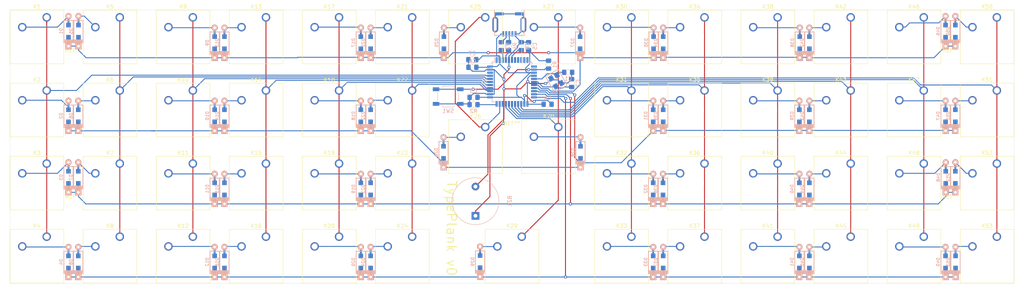
<source format=kicad_pcb>
(kicad_pcb (version 20171130) (host pcbnew "(6.0.0-rc1-dev-1030-ga107465f2)")

  (general
    (thickness 1.6)
    (drawings 5)
    (tracks 572)
    (zones 0)
    (modules 128)
    (nets 93)
  )

  (page A4)
  (layers
    (0 F.Cu signal)
    (31 B.Cu signal)
    (32 B.Adhes user)
    (33 F.Adhes user)
    (34 B.Paste user)
    (35 F.Paste user)
    (36 B.SilkS user)
    (37 F.SilkS user)
    (38 B.Mask user)
    (39 F.Mask user)
    (40 Dwgs.User user)
    (41 Cmts.User user)
    (42 Eco1.User user)
    (43 Eco2.User user)
    (44 Edge.Cuts user)
    (45 Margin user)
    (46 B.CrtYd user)
    (47 F.CrtYd user)
    (48 B.Fab user)
    (49 F.Fab user)
  )

  (setup
    (last_trace_width 0.25)
    (trace_clearance 0.2)
    (zone_clearance 0.508)
    (zone_45_only no)
    (trace_min 0.2)
    (via_size 0.8)
    (via_drill 0.4)
    (via_min_size 0.4)
    (via_min_drill 0.3)
    (uvia_size 0.3)
    (uvia_drill 0.1)
    (uvias_allowed no)
    (uvia_min_size 0.2)
    (uvia_min_drill 0.1)
    (edge_width 0.05)
    (segment_width 0.2)
    (pcb_text_width 0.3)
    (pcb_text_size 1.5 1.5)
    (mod_edge_width 0.12)
    (mod_text_size 1 1)
    (mod_text_width 0.15)
    (pad_size 1.524 1.524)
    (pad_drill 0.762)
    (pad_to_mask_clearance 0.051)
    (solder_mask_min_width 0.25)
    (aux_axis_origin 0 0)
    (visible_elements FFFFFFFF)
    (pcbplotparams
      (layerselection 0x010fc_ffffffff)
      (usegerberextensions false)
      (usegerberattributes false)
      (usegerberadvancedattributes false)
      (creategerberjobfile false)
      (excludeedgelayer true)
      (linewidth 0.100000)
      (plotframeref false)
      (viasonmask false)
      (mode 1)
      (useauxorigin false)
      (hpglpennumber 1)
      (hpglpenspeed 20)
      (hpglpendiameter 15.000000)
      (psnegative false)
      (psa4output false)
      (plotreference true)
      (plotvalue true)
      (plotinvisibletext false)
      (padsonsilk false)
      (subtractmaskfromsilk false)
      (outputformat 1)
      (mirror false)
      (drillshape 0)
      (scaleselection 1)
      (outputdirectory "gerber/"))
  )

  (net 0 "")
  (net 1 "Net-(C1-Pad1)")
  (net 2 GND)
  (net 3 "Net-(C2-Pad1)")
  (net 4 VCC)
  (net 5 "Net-(C8-Pad1)")
  (net 6 "Net-(D1-Pad2)")
  (net 7 /row0)
  (net 8 "Net-(D2-Pad2)")
  (net 9 /row1)
  (net 10 "Net-(D3-Pad2)")
  (net 11 /row2)
  (net 12 "Net-(D4-Pad2)")
  (net 13 /row3)
  (net 14 "Net-(D5-Pad2)")
  (net 15 "Net-(D6-Pad2)")
  (net 16 "Net-(D7-Pad2)")
  (net 17 "Net-(D8-Pad2)")
  (net 18 "Net-(D9-Pad2)")
  (net 19 "Net-(D10-Pad2)")
  (net 20 "Net-(D11-Pad2)")
  (net 21 "Net-(D12-Pad2)")
  (net 22 "Net-(D13-Pad2)")
  (net 23 "Net-(D14-Pad2)")
  (net 24 "Net-(D15-Pad2)")
  (net 25 "Net-(D16-Pad2)")
  (net 26 "Net-(D17-Pad2)")
  (net 27 "Net-(D18-Pad2)")
  (net 28 "Net-(D19-Pad2)")
  (net 29 "Net-(D20-Pad2)")
  (net 30 "Net-(D21-Pad2)")
  (net 31 "Net-(D22-Pad2)")
  (net 32 "Net-(D23-Pad2)")
  (net 33 "Net-(D24-Pad2)")
  (net 34 "Net-(D25-Pad2)")
  (net 35 "Net-(D26-Pad2)")
  (net 36 "Net-(D27-Pad2)")
  (net 37 "Net-(D28-Pad2)")
  (net 38 "Net-(D29-Pad2)")
  (net 39 "Net-(D30-Pad2)")
  (net 40 "Net-(D31-Pad2)")
  (net 41 "Net-(D32-Pad2)")
  (net 42 "Net-(D33-Pad2)")
  (net 43 "Net-(D34-Pad2)")
  (net 44 "Net-(D35-Pad2)")
  (net 45 "Net-(D36-Pad2)")
  (net 46 "Net-(D37-Pad2)")
  (net 47 "Net-(D38-Pad2)")
  (net 48 "Net-(D39-Pad2)")
  (net 49 "Net-(D40-Pad2)")
  (net 50 "Net-(D41-Pad2)")
  (net 51 "Net-(D42-Pad2)")
  (net 52 "Net-(D43-Pad2)")
  (net 53 "Net-(D44-Pad2)")
  (net 54 "Net-(D45-Pad2)")
  (net 55 "Net-(D46-Pad2)")
  (net 56 "Net-(D47-Pad2)")
  (net 57 "Net-(D48-Pad2)")
  (net 58 "Net-(D49-Pad2)")
  (net 59 "Net-(D50-Pad2)")
  (net 60 "Net-(D51-Pad2)")
  (net 61 "Net-(D52-Pad2)")
  (net 62 "Net-(D53-Pad2)")
  (net 63 "Net-(J1-Pad2)")
  (net 64 "Net-(J1-Pad3)")
  (net 65 "Net-(J1-Pad4)")
  (net 66 /col0)
  (net 67 /col1)
  (net 68 /col2)
  (net 69 /col3)
  (net 70 /col4)
  (net 71 /col5)
  (net 72 /col6)
  (net 73 /col7)
  (net 74 /col8)
  (net 75 /col9)
  (net 76 /col10)
  (net 77 /col11)
  (net 78 /col12)
  (net 79 /col13)
  (net 80 "Net-(R1-Pad1)")
  (net 81 "Net-(R2-Pad2)")
  (net 82 "Net-(R3-Pad1)")
  (net 83 "Net-(R4-Pad1)")
  (net 84 "Net-(U1-Pad1)")
  (net 85 "Net-(U1-Pad7)")
  (net 86 "Net-(U1-Pad8)")
  (net 87 "Net-(U1-Pad9)")
  (net 88 "Net-(U1-Pad10)")
  (net 89 "Net-(U1-Pad11)")
  (net 90 "Net-(U1-Pad12)")
  (net 91 "Net-(U1-Pad42)")
  (net 92 /BZ)

  (net_class Default "This is the default net class."
    (clearance 0.2)
    (trace_width 0.25)
    (via_dia 0.8)
    (via_drill 0.4)
    (uvia_dia 0.3)
    (uvia_drill 0.1)
    (add_net /BZ)
    (add_net /col0)
    (add_net /col1)
    (add_net /col10)
    (add_net /col11)
    (add_net /col12)
    (add_net /col13)
    (add_net /col2)
    (add_net /col3)
    (add_net /col4)
    (add_net /col5)
    (add_net /col6)
    (add_net /col7)
    (add_net /col8)
    (add_net /col9)
    (add_net /row0)
    (add_net /row1)
    (add_net /row2)
    (add_net /row3)
    (add_net GND)
    (add_net "Net-(C1-Pad1)")
    (add_net "Net-(C2-Pad1)")
    (add_net "Net-(C8-Pad1)")
    (add_net "Net-(D1-Pad2)")
    (add_net "Net-(D10-Pad2)")
    (add_net "Net-(D11-Pad2)")
    (add_net "Net-(D12-Pad2)")
    (add_net "Net-(D13-Pad2)")
    (add_net "Net-(D14-Pad2)")
    (add_net "Net-(D15-Pad2)")
    (add_net "Net-(D16-Pad2)")
    (add_net "Net-(D17-Pad2)")
    (add_net "Net-(D18-Pad2)")
    (add_net "Net-(D19-Pad2)")
    (add_net "Net-(D2-Pad2)")
    (add_net "Net-(D20-Pad2)")
    (add_net "Net-(D21-Pad2)")
    (add_net "Net-(D22-Pad2)")
    (add_net "Net-(D23-Pad2)")
    (add_net "Net-(D24-Pad2)")
    (add_net "Net-(D25-Pad2)")
    (add_net "Net-(D26-Pad2)")
    (add_net "Net-(D27-Pad2)")
    (add_net "Net-(D28-Pad2)")
    (add_net "Net-(D29-Pad2)")
    (add_net "Net-(D3-Pad2)")
    (add_net "Net-(D30-Pad2)")
    (add_net "Net-(D31-Pad2)")
    (add_net "Net-(D32-Pad2)")
    (add_net "Net-(D33-Pad2)")
    (add_net "Net-(D34-Pad2)")
    (add_net "Net-(D35-Pad2)")
    (add_net "Net-(D36-Pad2)")
    (add_net "Net-(D37-Pad2)")
    (add_net "Net-(D38-Pad2)")
    (add_net "Net-(D39-Pad2)")
    (add_net "Net-(D4-Pad2)")
    (add_net "Net-(D40-Pad2)")
    (add_net "Net-(D41-Pad2)")
    (add_net "Net-(D42-Pad2)")
    (add_net "Net-(D43-Pad2)")
    (add_net "Net-(D44-Pad2)")
    (add_net "Net-(D45-Pad2)")
    (add_net "Net-(D46-Pad2)")
    (add_net "Net-(D47-Pad2)")
    (add_net "Net-(D48-Pad2)")
    (add_net "Net-(D49-Pad2)")
    (add_net "Net-(D5-Pad2)")
    (add_net "Net-(D50-Pad2)")
    (add_net "Net-(D51-Pad2)")
    (add_net "Net-(D52-Pad2)")
    (add_net "Net-(D53-Pad2)")
    (add_net "Net-(D6-Pad2)")
    (add_net "Net-(D7-Pad2)")
    (add_net "Net-(D8-Pad2)")
    (add_net "Net-(D9-Pad2)")
    (add_net "Net-(J1-Pad2)")
    (add_net "Net-(J1-Pad3)")
    (add_net "Net-(J1-Pad4)")
    (add_net "Net-(R1-Pad1)")
    (add_net "Net-(R2-Pad2)")
    (add_net "Net-(R3-Pad1)")
    (add_net "Net-(R4-Pad1)")
    (add_net "Net-(U1-Pad1)")
    (add_net "Net-(U1-Pad10)")
    (add_net "Net-(U1-Pad11)")
    (add_net "Net-(U1-Pad12)")
    (add_net "Net-(U1-Pad42)")
    (add_net "Net-(U1-Pad7)")
    (add_net "Net-(U1-Pad8)")
    (add_net "Net-(U1-Pad9)")
    (add_net VCC)
  )

  (module Buzzer_Beeper:Buzzer_12x9.5RM7.6 (layer B.Cu) (tedit 5A030281) (tstamp 5BDB93AF)
    (at -9.5 18 90)
    (descr "Generic Buzzer, D12mm height 9.5mm with RM7.6mm")
    (tags buzzer)
    (path /5BE3FD85)
    (fp_text reference BZ1 (at 3.81 8.89 90) (layer B.SilkS)
      (effects (font (size 1 1) (thickness 0.15)) (justify mirror))
    )
    (fp_text value Buzzer (at 3.81 -8.89 90) (layer B.Fab)
      (effects (font (size 1 1) (thickness 0.15)) (justify mirror))
    )
    (fp_circle (center 3.8 0) (end 9.9 0) (layer B.SilkS) (width 0.12))
    (fp_circle (center 3.8 0) (end 4.8 0) (layer B.Fab) (width 0.1))
    (fp_circle (center 3.8 0) (end 9.8 0) (layer B.Fab) (width 0.1))
    (fp_circle (center 3.8 0) (end 10.05 0) (layer B.CrtYd) (width 0.05))
    (fp_text user %R (at 3.8 4 90) (layer B.Fab)
      (effects (font (size 1 1) (thickness 0.15)) (justify mirror))
    )
    (fp_text user + (at -0.01 2.54 90) (layer B.Fab)
      (effects (font (size 1 1) (thickness 0.15)) (justify mirror))
    )
    (fp_text user + (at -0.01 2.54 90) (layer B.Fab)
      (effects (font (size 1 1) (thickness 0.15)) (justify mirror))
    )
    (pad 2 thru_hole circle (at 7.6 0 90) (size 2 2) (drill 1) (layers *.Cu *.Mask)
      (net 2 GND))
    (pad 1 thru_hole rect (at 0 0 90) (size 2 2) (drill 1) (layers *.Cu *.Mask)
      (net 92 /BZ))
    (model ${KISYS3DMOD}/Buzzer_Beeper.3dshapes/Buzzer_12x9.5RM7.6.wrl
      (at (xyz 0 0 0))
      (scale (xyz 1 1 1))
      (rotate (xyz 0 0 0))
    )
  )

  (module Button_Switch_Keyboard:SW_Cherry_MX1A_1.00u_Plate (layer F.Cu) (tedit 5A02FE24) (tstamp 5BD6D559)
    (at 12.04 -33.58)
    (descr "Cherry MX keyswitch, MX1A, 1.00u, plate mount, http://cherryamericas.com/wp-content/uploads/2014/12/mx_cat.pdf")
    (tags "cherry mx keyswitch MX1A 1.00u plate")
    (path /5BE74749)
    (fp_text reference K27 (at -2.54 -2.794) (layer F.SilkS)
      (effects (font (size 1 1) (thickness 0.15)))
    )
    (fp_text value KEYSW (at -2.54 12.954) (layer F.Fab)
      (effects (font (size 1 1) (thickness 0.15)))
    )
    (fp_text user %R (at -2.54 -2.794) (layer F.Fab)
      (effects (font (size 1 1) (thickness 0.15)))
    )
    (fp_line (start -8.89 -1.27) (end 3.81 -1.27) (layer F.Fab) (width 0.15))
    (fp_line (start 3.81 -1.27) (end 3.81 11.43) (layer F.Fab) (width 0.15))
    (fp_line (start 3.81 11.43) (end -8.89 11.43) (layer F.Fab) (width 0.15))
    (fp_line (start -8.89 11.43) (end -8.89 -1.27) (layer F.Fab) (width 0.15))
    (fp_line (start -9.14 11.68) (end -9.14 -1.52) (layer F.CrtYd) (width 0.05))
    (fp_line (start 4.06 11.68) (end -9.14 11.68) (layer F.CrtYd) (width 0.05))
    (fp_line (start 4.06 -1.52) (end 4.06 11.68) (layer F.CrtYd) (width 0.05))
    (fp_line (start -9.14 -1.52) (end 4.06 -1.52) (layer F.CrtYd) (width 0.05))
    (fp_line (start -12.065 -4.445) (end 6.985 -4.445) (layer Dwgs.User) (width 0.15))
    (fp_line (start 6.985 -4.445) (end 6.985 14.605) (layer Dwgs.User) (width 0.15))
    (fp_line (start 6.985 14.605) (end -12.065 14.605) (layer Dwgs.User) (width 0.15))
    (fp_line (start -12.065 14.605) (end -12.065 -4.445) (layer Dwgs.User) (width 0.15))
    (fp_line (start -9.525 -1.905) (end 4.445 -1.905) (layer F.SilkS) (width 0.12))
    (fp_line (start 4.445 -1.905) (end 4.445 12.065) (layer F.SilkS) (width 0.12))
    (fp_line (start 4.445 12.065) (end -9.525 12.065) (layer F.SilkS) (width 0.12))
    (fp_line (start -9.525 12.065) (end -9.525 -1.905) (layer F.SilkS) (width 0.12))
    (pad 1 thru_hole circle (at 0 0) (size 2.2 2.2) (drill 1.5) (layers *.Cu *.Mask)
      (net 73 /col7))
    (pad 2 thru_hole circle (at -6.35 2.54) (size 2.2 2.2) (drill 1.5) (layers *.Cu *.Mask)
      (net 36 "Net-(D27-Pad2)"))
    (pad "" np_thru_hole circle (at -2.54 5.08) (size 4 4) (drill 4) (layers *.Cu *.Mask))
    (model ${KISYS3DMOD}/Button_Switch_Keyboard.3dshapes/SW_Cherry_MX1A_1.00u_Plate.wrl
      (at (xyz 0 0 0))
      (scale (xyz 1 1 1))
      (rotate (xyz 0 0 0))
    )
  )

  (module Button_Switch_Keyboard:SW_Cherry_MX1A_1.00u_Plate (layer F.Cu) (tedit 5A02FE24) (tstamp 5BD6D0BB)
    (at -82.96 23.42)
    (descr "Cherry MX keyswitch, MX1A, 1.00u, plate mount, http://cherryamericas.com/wp-content/uploads/2014/12/mx_cat.pdf")
    (tags "cherry mx keyswitch MX1A 1.00u plate")
    (path /5BE57C93)
    (fp_text reference K12 (at -2.54 -2.794) (layer F.SilkS)
      (effects (font (size 1 1) (thickness 0.15)))
    )
    (fp_text value KEYSW (at -2.54 12.954) (layer F.Fab)
      (effects (font (size 1 1) (thickness 0.15)))
    )
    (fp_line (start -9.525 12.065) (end -9.525 -1.905) (layer F.SilkS) (width 0.12))
    (fp_line (start 4.445 12.065) (end -9.525 12.065) (layer F.SilkS) (width 0.12))
    (fp_line (start 4.445 -1.905) (end 4.445 12.065) (layer F.SilkS) (width 0.12))
    (fp_line (start -9.525 -1.905) (end 4.445 -1.905) (layer F.SilkS) (width 0.12))
    (fp_line (start -12.065 14.605) (end -12.065 -4.445) (layer Dwgs.User) (width 0.15))
    (fp_line (start 6.985 14.605) (end -12.065 14.605) (layer Dwgs.User) (width 0.15))
    (fp_line (start 6.985 -4.445) (end 6.985 14.605) (layer Dwgs.User) (width 0.15))
    (fp_line (start -12.065 -4.445) (end 6.985 -4.445) (layer Dwgs.User) (width 0.15))
    (fp_line (start -9.14 -1.52) (end 4.06 -1.52) (layer F.CrtYd) (width 0.05))
    (fp_line (start 4.06 -1.52) (end 4.06 11.68) (layer F.CrtYd) (width 0.05))
    (fp_line (start 4.06 11.68) (end -9.14 11.68) (layer F.CrtYd) (width 0.05))
    (fp_line (start -9.14 11.68) (end -9.14 -1.52) (layer F.CrtYd) (width 0.05))
    (fp_line (start -8.89 11.43) (end -8.89 -1.27) (layer F.Fab) (width 0.15))
    (fp_line (start 3.81 11.43) (end -8.89 11.43) (layer F.Fab) (width 0.15))
    (fp_line (start 3.81 -1.27) (end 3.81 11.43) (layer F.Fab) (width 0.15))
    (fp_line (start -8.89 -1.27) (end 3.81 -1.27) (layer F.Fab) (width 0.15))
    (fp_text user %R (at -2.54 -2.794) (layer F.Fab)
      (effects (font (size 1 1) (thickness 0.15)))
    )
    (pad "" np_thru_hole circle (at -2.54 5.08) (size 4 4) (drill 4) (layers *.Cu *.Mask))
    (pad 2 thru_hole circle (at -6.35 2.54) (size 2.2 2.2) (drill 1.5) (layers *.Cu *.Mask)
      (net 21 "Net-(D12-Pad2)"))
    (pad 1 thru_hole circle (at 0 0) (size 2.2 2.2) (drill 1.5) (layers *.Cu *.Mask)
      (net 68 /col2))
    (model ${KISYS3DMOD}/Button_Switch_Keyboard.3dshapes/SW_Cherry_MX1A_1.00u_Plate.wrl
      (at (xyz 0 0 0))
      (scale (xyz 1 1 1))
      (rotate (xyz 0 0 0))
    )
  )

  (module Button_Switch_Keyboard:SW_Cherry_MX1A_1.00u_Plate (layer F.Cu) (tedit 5A02FE24) (tstamp 5BD6C659)
    (at 69.04 -14.58)
    (descr "Cherry MX keyswitch, MX1A, 1.00u, plate mount, http://cherryamericas.com/wp-content/uploads/2014/12/mx_cat.pdf")
    (tags "cherry mx keyswitch MX1A 1.00u plate")
    (path /5BE9D8DD)
    (fp_text reference K39 (at -2.54 -2.794) (layer F.SilkS)
      (effects (font (size 1 1) (thickness 0.15)))
    )
    (fp_text value KEYSW (at -2.54 12.954) (layer F.Fab)
      (effects (font (size 1 1) (thickness 0.15)))
    )
    (fp_text user %R (at -2.54 -2.794) (layer F.Fab)
      (effects (font (size 1 1) (thickness 0.15)))
    )
    (fp_line (start -8.89 -1.27) (end 3.81 -1.27) (layer F.Fab) (width 0.15))
    (fp_line (start 3.81 -1.27) (end 3.81 11.43) (layer F.Fab) (width 0.15))
    (fp_line (start 3.81 11.43) (end -8.89 11.43) (layer F.Fab) (width 0.15))
    (fp_line (start -8.89 11.43) (end -8.89 -1.27) (layer F.Fab) (width 0.15))
    (fp_line (start -9.14 11.68) (end -9.14 -1.52) (layer F.CrtYd) (width 0.05))
    (fp_line (start 4.06 11.68) (end -9.14 11.68) (layer F.CrtYd) (width 0.05))
    (fp_line (start 4.06 -1.52) (end 4.06 11.68) (layer F.CrtYd) (width 0.05))
    (fp_line (start -9.14 -1.52) (end 4.06 -1.52) (layer F.CrtYd) (width 0.05))
    (fp_line (start -12.065 -4.445) (end 6.985 -4.445) (layer Dwgs.User) (width 0.15))
    (fp_line (start 6.985 -4.445) (end 6.985 14.605) (layer Dwgs.User) (width 0.15))
    (fp_line (start 6.985 14.605) (end -12.065 14.605) (layer Dwgs.User) (width 0.15))
    (fp_line (start -12.065 14.605) (end -12.065 -4.445) (layer Dwgs.User) (width 0.15))
    (fp_line (start -9.525 -1.905) (end 4.445 -1.905) (layer F.SilkS) (width 0.12))
    (fp_line (start 4.445 -1.905) (end 4.445 12.065) (layer F.SilkS) (width 0.12))
    (fp_line (start 4.445 12.065) (end -9.525 12.065) (layer F.SilkS) (width 0.12))
    (fp_line (start -9.525 12.065) (end -9.525 -1.905) (layer F.SilkS) (width 0.12))
    (pad 1 thru_hole circle (at 0 0) (size 2.2 2.2) (drill 1.5) (layers *.Cu *.Mask)
      (net 76 /col10))
    (pad 2 thru_hole circle (at -6.35 2.54) (size 2.2 2.2) (drill 1.5) (layers *.Cu *.Mask)
      (net 48 "Net-(D39-Pad2)"))
    (pad "" np_thru_hole circle (at -2.54 5.08) (size 4 4) (drill 4) (layers *.Cu *.Mask))
    (model ${KISYS3DMOD}/Button_Switch_Keyboard.3dshapes/SW_Cherry_MX1A_1.00u_Plate.wrl
      (at (xyz 0 0 0))
      (scale (xyz 1 1 1))
      (rotate (xyz 0 0 0))
    )
  )

  (module keyboard_parts:D_SOD123_axial (layer B.Cu) (tedit 561B6A12) (tstamp 5BD6C219)
    (at -39.3 -27 90)
    (path /5BE74684)
    (attr smd)
    (fp_text reference D17 (at 0 -1.925 90) (layer B.SilkS)
      (effects (font (size 0.8 0.8) (thickness 0.15)) (justify mirror))
    )
    (fp_text value D_Small (at 0 1.925 90) (layer B.SilkS) hide
      (effects (font (size 0.8 0.8) (thickness 0.15)) (justify mirror))
    )
    (fp_line (start -2.275 1.2) (end -2.275 -1.2) (layer B.SilkS) (width 0.2))
    (fp_line (start -2.45 1.2) (end -2.45 -1.2) (layer B.SilkS) (width 0.2))
    (fp_line (start -2.625 1.2) (end -2.625 -1.2) (layer B.SilkS) (width 0.2))
    (fp_line (start -3.025 -1.2) (end -3.025 1.2) (layer B.SilkS) (width 0.2))
    (fp_line (start -2.8 1.2) (end -2.8 -1.2) (layer B.SilkS) (width 0.2))
    (fp_line (start -2.925 1.2) (end -2.925 -1.2) (layer B.SilkS) (width 0.2))
    (fp_line (start -3 1.2) (end 2.8 1.2) (layer B.SilkS) (width 0.2))
    (fp_line (start 2.8 1.2) (end 2.8 -1.2) (layer B.SilkS) (width 0.2))
    (fp_line (start 2.8 -1.2) (end -3 -1.2) (layer B.SilkS) (width 0.2))
    (pad 2 smd rect (at 1.575 0 90) (size 1.2 1.2) (layers B.Cu B.Paste B.Mask)
      (net 26 "Net-(D17-Pad2)"))
    (pad 1 smd rect (at -1.575 0 90) (size 1.2 1.2) (layers B.Cu B.Paste B.Mask)
      (net 7 /row0))
    (pad 1 thru_hole rect (at -3.9 0 90) (size 1.6 1.6) (drill 0.7) (layers *.Cu *.Mask B.SilkS)
      (net 7 /row0))
    (pad 2 thru_hole circle (at 3.9 0 90) (size 1.6 1.6) (drill 0.7) (layers *.Cu *.Mask B.SilkS)
      (net 26 "Net-(D17-Pad2)"))
    (pad 1 smd rect (at -2.7 0 90) (size 2.5 0.5) (layers B.Cu)
      (net 7 /row0) (solder_mask_margin -999))
    (pad 2 smd rect (at 2.7 0 90) (size 2.5 0.5) (layers B.Cu)
      (net 26 "Net-(D17-Pad2)") (solder_mask_margin -999))
  )

  (module Button_Switch_Keyboard:SW_Cherry_MX1A_1.00u_Plate (layer F.Cu) (tedit 5A02FE24) (tstamp 5BD6D5E3)
    (at -6.96 -33.58)
    (descr "Cherry MX keyswitch, MX1A, 1.00u, plate mount, http://cherryamericas.com/wp-content/uploads/2014/12/mx_cat.pdf")
    (tags "cherry mx keyswitch MX1A 1.00u plate")
    (path /5BE74705)
    (fp_text reference K25 (at -2.54 -2.794) (layer F.SilkS)
      (effects (font (size 1 1) (thickness 0.15)))
    )
    (fp_text value KEYSW (at -2.54 12.954) (layer F.Fab)
      (effects (font (size 1 1) (thickness 0.15)))
    )
    (fp_line (start -9.525 12.065) (end -9.525 -1.905) (layer F.SilkS) (width 0.12))
    (fp_line (start 4.445 12.065) (end -9.525 12.065) (layer F.SilkS) (width 0.12))
    (fp_line (start 4.445 -1.905) (end 4.445 12.065) (layer F.SilkS) (width 0.12))
    (fp_line (start -9.525 -1.905) (end 4.445 -1.905) (layer F.SilkS) (width 0.12))
    (fp_line (start -12.065 14.605) (end -12.065 -4.445) (layer Dwgs.User) (width 0.15))
    (fp_line (start 6.985 14.605) (end -12.065 14.605) (layer Dwgs.User) (width 0.15))
    (fp_line (start 6.985 -4.445) (end 6.985 14.605) (layer Dwgs.User) (width 0.15))
    (fp_line (start -12.065 -4.445) (end 6.985 -4.445) (layer Dwgs.User) (width 0.15))
    (fp_line (start -9.14 -1.52) (end 4.06 -1.52) (layer F.CrtYd) (width 0.05))
    (fp_line (start 4.06 -1.52) (end 4.06 11.68) (layer F.CrtYd) (width 0.05))
    (fp_line (start 4.06 11.68) (end -9.14 11.68) (layer F.CrtYd) (width 0.05))
    (fp_line (start -9.14 11.68) (end -9.14 -1.52) (layer F.CrtYd) (width 0.05))
    (fp_line (start -8.89 11.43) (end -8.89 -1.27) (layer F.Fab) (width 0.15))
    (fp_line (start 3.81 11.43) (end -8.89 11.43) (layer F.Fab) (width 0.15))
    (fp_line (start 3.81 -1.27) (end 3.81 11.43) (layer F.Fab) (width 0.15))
    (fp_line (start -8.89 -1.27) (end 3.81 -1.27) (layer F.Fab) (width 0.15))
    (fp_text user %R (at -2.54 -2.794) (layer F.Fab)
      (effects (font (size 1 1) (thickness 0.15)))
    )
    (pad "" np_thru_hole circle (at -2.54 5.08) (size 4 4) (drill 4) (layers *.Cu *.Mask))
    (pad 2 thru_hole circle (at -6.35 2.54) (size 2.2 2.2) (drill 1.5) (layers *.Cu *.Mask)
      (net 34 "Net-(D25-Pad2)"))
    (pad 1 thru_hole circle (at 0 0) (size 2.2 2.2) (drill 1.5) (layers *.Cu *.Mask)
      (net 72 /col6))
    (model ${KISYS3DMOD}/Button_Switch_Keyboard.3dshapes/SW_Cherry_MX1A_1.00u_Plate.wrl
      (at (xyz 0 0 0))
      (scale (xyz 1 1 1))
      (rotate (xyz 0 0 0))
    )
  )

  (module Button_Switch_Keyboard:SW_Cherry_MX1A_1.00u_Plate (layer F.Cu) (tedit 5A02FE24) (tstamp 5BD6D799)
    (at -120.96 -33.58)
    (descr "Cherry MX keyswitch, MX1A, 1.00u, plate mount, http://cherryamericas.com/wp-content/uploads/2014/12/mx_cat.pdf")
    (tags "cherry mx keyswitch MX1A 1.00u plate")
    (path /5BE061CE)
    (fp_text reference K1 (at -2.54 -2.794) (layer F.SilkS)
      (effects (font (size 1 1) (thickness 0.15)))
    )
    (fp_text value KEYSW (at -2.54 12.954) (layer F.Fab)
      (effects (font (size 1 1) (thickness 0.15)))
    )
    (fp_line (start -9.525 12.065) (end -9.525 -1.905) (layer F.SilkS) (width 0.12))
    (fp_line (start 4.445 12.065) (end -9.525 12.065) (layer F.SilkS) (width 0.12))
    (fp_line (start 4.445 -1.905) (end 4.445 12.065) (layer F.SilkS) (width 0.12))
    (fp_line (start -9.525 -1.905) (end 4.445 -1.905) (layer F.SilkS) (width 0.12))
    (fp_line (start -12.065 14.605) (end -12.065 -4.445) (layer Dwgs.User) (width 0.15))
    (fp_line (start 6.985 14.605) (end -12.065 14.605) (layer Dwgs.User) (width 0.15))
    (fp_line (start 6.985 -4.445) (end 6.985 14.605) (layer Dwgs.User) (width 0.15))
    (fp_line (start -12.065 -4.445) (end 6.985 -4.445) (layer Dwgs.User) (width 0.15))
    (fp_line (start -9.14 -1.52) (end 4.06 -1.52) (layer F.CrtYd) (width 0.05))
    (fp_line (start 4.06 -1.52) (end 4.06 11.68) (layer F.CrtYd) (width 0.05))
    (fp_line (start 4.06 11.68) (end -9.14 11.68) (layer F.CrtYd) (width 0.05))
    (fp_line (start -9.14 11.68) (end -9.14 -1.52) (layer F.CrtYd) (width 0.05))
    (fp_line (start -8.89 11.43) (end -8.89 -1.27) (layer F.Fab) (width 0.15))
    (fp_line (start 3.81 11.43) (end -8.89 11.43) (layer F.Fab) (width 0.15))
    (fp_line (start 3.81 -1.27) (end 3.81 11.43) (layer F.Fab) (width 0.15))
    (fp_line (start -8.89 -1.27) (end 3.81 -1.27) (layer F.Fab) (width 0.15))
    (fp_text user %R (at -2.54 -2.794) (layer F.Fab)
      (effects (font (size 1 1) (thickness 0.15)))
    )
    (pad "" np_thru_hole circle (at -2.54 5.08) (size 4 4) (drill 4) (layers *.Cu *.Mask))
    (pad 2 thru_hole circle (at -6.35 2.54) (size 2.2 2.2) (drill 1.5) (layers *.Cu *.Mask)
      (net 6 "Net-(D1-Pad2)"))
    (pad 1 thru_hole circle (at 0 0) (size 2.2 2.2) (drill 1.5) (layers *.Cu *.Mask)
      (net 66 /col0))
    (model ${KISYS3DMOD}/Button_Switch_Keyboard.3dshapes/SW_Cherry_MX1A_1.00u_Plate.wrl
      (at (xyz 0 0 0))
      (scale (xyz 1 1 1))
      (rotate (xyz 0 0 0))
    )
  )

  (module Capacitor_SMD:C_0805_2012Metric_Pad1.15x1.40mm_HandSolder (layer B.Cu) (tedit 5B36C52B) (tstamp 5BD79C5F)
    (at 14.6 -19.3)
    (descr "Capacitor SMD 0805 (2012 Metric), square (rectangular) end terminal, IPC_7351 nominal with elongated pad for handsoldering. (Body size source: https://docs.google.com/spreadsheets/d/1BsfQQcO9C6DZCsRaXUlFlo91Tg2WpOkGARC1WS5S8t0/edit?usp=sharing), generated with kicad-footprint-generator")
    (tags "capacitor handsolder")
    (path /5BD5D7FC)
    (attr smd)
    (fp_text reference C1 (at 0 1.65) (layer B.SilkS)
      (effects (font (size 1 1) (thickness 0.15)) (justify mirror))
    )
    (fp_text value 22p (at 0 -1.65) (layer B.Fab)
      (effects (font (size 1 1) (thickness 0.15)) (justify mirror))
    )
    (fp_line (start -1 -0.6) (end -1 0.6) (layer B.Fab) (width 0.1))
    (fp_line (start -1 0.6) (end 1 0.6) (layer B.Fab) (width 0.1))
    (fp_line (start 1 0.6) (end 1 -0.6) (layer B.Fab) (width 0.1))
    (fp_line (start 1 -0.6) (end -1 -0.6) (layer B.Fab) (width 0.1))
    (fp_line (start -0.261252 0.71) (end 0.261252 0.71) (layer B.SilkS) (width 0.12))
    (fp_line (start -0.261252 -0.71) (end 0.261252 -0.71) (layer B.SilkS) (width 0.12))
    (fp_line (start -1.85 -0.95) (end -1.85 0.95) (layer B.CrtYd) (width 0.05))
    (fp_line (start -1.85 0.95) (end 1.85 0.95) (layer B.CrtYd) (width 0.05))
    (fp_line (start 1.85 0.95) (end 1.85 -0.95) (layer B.CrtYd) (width 0.05))
    (fp_line (start 1.85 -0.95) (end -1.85 -0.95) (layer B.CrtYd) (width 0.05))
    (fp_text user %R (at 0 0) (layer B.Fab)
      (effects (font (size 0.5 0.5) (thickness 0.08)) (justify mirror))
    )
    (pad 1 smd roundrect (at -1.025 0) (size 1.15 1.4) (layers B.Cu B.Paste B.Mask) (roundrect_rratio 0.217391)
      (net 1 "Net-(C1-Pad1)"))
    (pad 2 smd roundrect (at 1.025 0) (size 1.15 1.4) (layers B.Cu B.Paste B.Mask) (roundrect_rratio 0.217391)
      (net 2 GND))
    (model ${KISYS3DMOD}/Capacitor_SMD.3dshapes/C_0805_2012Metric.wrl
      (at (xyz 0 0 0))
      (scale (xyz 1 1 1))
      (rotate (xyz 0 0 0))
    )
  )

  (module Capacitor_SMD:C_0805_2012Metric_Pad1.15x1.40mm_HandSolder (layer B.Cu) (tedit 5B36C52B) (tstamp 5BDA691E)
    (at 15.5 -16.5 90)
    (descr "Capacitor SMD 0805 (2012 Metric), square (rectangular) end terminal, IPC_7351 nominal with elongated pad for handsoldering. (Body size source: https://docs.google.com/spreadsheets/d/1BsfQQcO9C6DZCsRaXUlFlo91Tg2WpOkGARC1WS5S8t0/edit?usp=sharing), generated with kicad-footprint-generator")
    (tags "capacitor handsolder")
    (path /5BD5DBC7)
    (attr smd)
    (fp_text reference C2 (at 0 1.65 90) (layer B.SilkS)
      (effects (font (size 1 1) (thickness 0.15)) (justify mirror))
    )
    (fp_text value 22p (at 0 -1.65 90) (layer B.Fab)
      (effects (font (size 1 1) (thickness 0.15)) (justify mirror))
    )
    (fp_line (start -1 -0.6) (end -1 0.6) (layer B.Fab) (width 0.1))
    (fp_line (start -1 0.6) (end 1 0.6) (layer B.Fab) (width 0.1))
    (fp_line (start 1 0.6) (end 1 -0.6) (layer B.Fab) (width 0.1))
    (fp_line (start 1 -0.6) (end -1 -0.6) (layer B.Fab) (width 0.1))
    (fp_line (start -0.261252 0.71) (end 0.261252 0.71) (layer B.SilkS) (width 0.12))
    (fp_line (start -0.261252 -0.71) (end 0.261252 -0.71) (layer B.SilkS) (width 0.12))
    (fp_line (start -1.85 -0.95) (end -1.85 0.95) (layer B.CrtYd) (width 0.05))
    (fp_line (start -1.85 0.95) (end 1.85 0.95) (layer B.CrtYd) (width 0.05))
    (fp_line (start 1.85 0.95) (end 1.85 -0.95) (layer B.CrtYd) (width 0.05))
    (fp_line (start 1.85 -0.95) (end -1.85 -0.95) (layer B.CrtYd) (width 0.05))
    (fp_text user %R (at 0 0 90) (layer B.Fab)
      (effects (font (size 0.5 0.5) (thickness 0.08)) (justify mirror))
    )
    (pad 1 smd roundrect (at -1.025 0 90) (size 1.15 1.4) (layers B.Cu B.Paste B.Mask) (roundrect_rratio 0.217391)
      (net 3 "Net-(C2-Pad1)"))
    (pad 2 smd roundrect (at 1.025 0 90) (size 1.15 1.4) (layers B.Cu B.Paste B.Mask) (roundrect_rratio 0.217391)
      (net 2 GND))
    (model ${KISYS3DMOD}/Capacitor_SMD.3dshapes/C_0805_2012Metric.wrl
      (at (xyz 0 0 0))
      (scale (xyz 1 1 1))
      (rotate (xyz 0 0 0))
    )
  )

  (module Capacitor_SMD:C_0805_2012Metric_Pad1.15x1.40mm_HandSolder (layer B.Cu) (tedit 5B36C52B) (tstamp 5BD6CEAD)
    (at -10 -12.8 180)
    (descr "Capacitor SMD 0805 (2012 Metric), square (rectangular) end terminal, IPC_7351 nominal with elongated pad for handsoldering. (Body size source: https://docs.google.com/spreadsheets/d/1BsfQQcO9C6DZCsRaXUlFlo91Tg2WpOkGARC1WS5S8t0/edit?usp=sharing), generated with kicad-footprint-generator")
    (tags "capacitor handsolder")
    (path /5BD81493)
    (attr smd)
    (fp_text reference C3 (at 0 1.65 180) (layer B.SilkS)
      (effects (font (size 1 1) (thickness 0.15)) (justify mirror))
    )
    (fp_text value 0.1u (at 0 -1.65 180) (layer B.Fab)
      (effects (font (size 1 1) (thickness 0.15)) (justify mirror))
    )
    (fp_text user %R (at 0 0 180) (layer B.Fab)
      (effects (font (size 0.5 0.5) (thickness 0.08)) (justify mirror))
    )
    (fp_line (start 1.85 -0.95) (end -1.85 -0.95) (layer B.CrtYd) (width 0.05))
    (fp_line (start 1.85 0.95) (end 1.85 -0.95) (layer B.CrtYd) (width 0.05))
    (fp_line (start -1.85 0.95) (end 1.85 0.95) (layer B.CrtYd) (width 0.05))
    (fp_line (start -1.85 -0.95) (end -1.85 0.95) (layer B.CrtYd) (width 0.05))
    (fp_line (start -0.261252 -0.71) (end 0.261252 -0.71) (layer B.SilkS) (width 0.12))
    (fp_line (start -0.261252 0.71) (end 0.261252 0.71) (layer B.SilkS) (width 0.12))
    (fp_line (start 1 -0.6) (end -1 -0.6) (layer B.Fab) (width 0.1))
    (fp_line (start 1 0.6) (end 1 -0.6) (layer B.Fab) (width 0.1))
    (fp_line (start -1 0.6) (end 1 0.6) (layer B.Fab) (width 0.1))
    (fp_line (start -1 -0.6) (end -1 0.6) (layer B.Fab) (width 0.1))
    (pad 2 smd roundrect (at 1.025 0 180) (size 1.15 1.4) (layers B.Cu B.Paste B.Mask) (roundrect_rratio 0.217391)
      (net 2 GND))
    (pad 1 smd roundrect (at -1.025 0 180) (size 1.15 1.4) (layers B.Cu B.Paste B.Mask) (roundrect_rratio 0.217391)
      (net 4 VCC))
    (model ${KISYS3DMOD}/Capacitor_SMD.3dshapes/C_0805_2012Metric.wrl
      (at (xyz 0 0 0))
      (scale (xyz 1 1 1))
      (rotate (xyz 0 0 0))
    )
  )

  (module Capacitor_SMD:C_0805_2012Metric_Pad1.15x1.40mm_HandSolder (layer B.Cu) (tedit 5B36C52B) (tstamp 5BD6D927)
    (at 9.25 -11 180)
    (descr "Capacitor SMD 0805 (2012 Metric), square (rectangular) end terminal, IPC_7351 nominal with elongated pad for handsoldering. (Body size source: https://docs.google.com/spreadsheets/d/1BsfQQcO9C6DZCsRaXUlFlo91Tg2WpOkGARC1WS5S8t0/edit?usp=sharing), generated with kicad-footprint-generator")
    (tags "capacitor handsolder")
    (path /5BD83027)
    (attr smd)
    (fp_text reference C4 (at 0 1.65 180) (layer B.SilkS)
      (effects (font (size 1 1) (thickness 0.15)) (justify mirror))
    )
    (fp_text value 0.1u (at 0 -1.65 180) (layer B.Fab)
      (effects (font (size 1 1) (thickness 0.15)) (justify mirror))
    )
    (fp_text user %R (at 0 0 180) (layer B.Fab)
      (effects (font (size 0.5 0.5) (thickness 0.08)) (justify mirror))
    )
    (fp_line (start 1.85 -0.95) (end -1.85 -0.95) (layer B.CrtYd) (width 0.05))
    (fp_line (start 1.85 0.95) (end 1.85 -0.95) (layer B.CrtYd) (width 0.05))
    (fp_line (start -1.85 0.95) (end 1.85 0.95) (layer B.CrtYd) (width 0.05))
    (fp_line (start -1.85 -0.95) (end -1.85 0.95) (layer B.CrtYd) (width 0.05))
    (fp_line (start -0.261252 -0.71) (end 0.261252 -0.71) (layer B.SilkS) (width 0.12))
    (fp_line (start -0.261252 0.71) (end 0.261252 0.71) (layer B.SilkS) (width 0.12))
    (fp_line (start 1 -0.6) (end -1 -0.6) (layer B.Fab) (width 0.1))
    (fp_line (start 1 0.6) (end 1 -0.6) (layer B.Fab) (width 0.1))
    (fp_line (start -1 0.6) (end 1 0.6) (layer B.Fab) (width 0.1))
    (fp_line (start -1 -0.6) (end -1 0.6) (layer B.Fab) (width 0.1))
    (pad 2 smd roundrect (at 1.025 0 180) (size 1.15 1.4) (layers B.Cu B.Paste B.Mask) (roundrect_rratio 0.217391)
      (net 2 GND))
    (pad 1 smd roundrect (at -1.025 0 180) (size 1.15 1.4) (layers B.Cu B.Paste B.Mask) (roundrect_rratio 0.217391)
      (net 4 VCC))
    (model ${KISYS3DMOD}/Capacitor_SMD.3dshapes/C_0805_2012Metric.wrl
      (at (xyz 0 0 0))
      (scale (xyz 1 1 1))
      (rotate (xyz 0 0 0))
    )
  )

  (module Capacitor_SMD:C_0805_2012Metric_Pad1.15x1.40mm_HandSolder (layer B.Cu) (tedit 5B36C52B) (tstamp 5BD6CE4D)
    (at 4.3 -26.1 90)
    (descr "Capacitor SMD 0805 (2012 Metric), square (rectangular) end terminal, IPC_7351 nominal with elongated pad for handsoldering. (Body size source: https://docs.google.com/spreadsheets/d/1BsfQQcO9C6DZCsRaXUlFlo91Tg2WpOkGARC1WS5S8t0/edit?usp=sharing), generated with kicad-footprint-generator")
    (tags "capacitor handsolder")
    (path /5BD838DE)
    (attr smd)
    (fp_text reference C5 (at 0 1.65 90) (layer B.SilkS)
      (effects (font (size 1 1) (thickness 0.15)) (justify mirror))
    )
    (fp_text value 0.1u (at 0 -1.65 90) (layer B.Fab)
      (effects (font (size 1 1) (thickness 0.15)) (justify mirror))
    )
    (fp_line (start -1 -0.6) (end -1 0.6) (layer B.Fab) (width 0.1))
    (fp_line (start -1 0.6) (end 1 0.6) (layer B.Fab) (width 0.1))
    (fp_line (start 1 0.6) (end 1 -0.6) (layer B.Fab) (width 0.1))
    (fp_line (start 1 -0.6) (end -1 -0.6) (layer B.Fab) (width 0.1))
    (fp_line (start -0.261252 0.71) (end 0.261252 0.71) (layer B.SilkS) (width 0.12))
    (fp_line (start -0.261252 -0.71) (end 0.261252 -0.71) (layer B.SilkS) (width 0.12))
    (fp_line (start -1.85 -0.95) (end -1.85 0.95) (layer B.CrtYd) (width 0.05))
    (fp_line (start -1.85 0.95) (end 1.85 0.95) (layer B.CrtYd) (width 0.05))
    (fp_line (start 1.85 0.95) (end 1.85 -0.95) (layer B.CrtYd) (width 0.05))
    (fp_line (start 1.85 -0.95) (end -1.85 -0.95) (layer B.CrtYd) (width 0.05))
    (fp_text user %R (at 0 0 90) (layer B.Fab)
      (effects (font (size 0.5 0.5) (thickness 0.08)) (justify mirror))
    )
    (pad 1 smd roundrect (at -1.025 0 90) (size 1.15 1.4) (layers B.Cu B.Paste B.Mask) (roundrect_rratio 0.217391)
      (net 4 VCC))
    (pad 2 smd roundrect (at 1.025 0 90) (size 1.15 1.4) (layers B.Cu B.Paste B.Mask) (roundrect_rratio 0.217391)
      (net 2 GND))
    (model ${KISYS3DMOD}/Capacitor_SMD.3dshapes/C_0805_2012Metric.wrl
      (at (xyz 0 0 0))
      (scale (xyz 1 1 1))
      (rotate (xyz 0 0 0))
    )
  )

  (module Capacitor_SMD:C_0805_2012Metric_Pad1.15x1.40mm_HandSolder (layer B.Cu) (tedit 5B36C52B) (tstamp 5BD6CE1D)
    (at -10.3 -20.6 180)
    (descr "Capacitor SMD 0805 (2012 Metric), square (rectangular) end terminal, IPC_7351 nominal with elongated pad for handsoldering. (Body size source: https://docs.google.com/spreadsheets/d/1BsfQQcO9C6DZCsRaXUlFlo91Tg2WpOkGARC1WS5S8t0/edit?usp=sharing), generated with kicad-footprint-generator")
    (tags "capacitor handsolder")
    (path /5BD8453D)
    (attr smd)
    (fp_text reference C6 (at 0 1.65 180) (layer B.SilkS)
      (effects (font (size 1 1) (thickness 0.15)) (justify mirror))
    )
    (fp_text value 0.1u (at 0 -1.65 180) (layer B.Fab)
      (effects (font (size 1 1) (thickness 0.15)) (justify mirror))
    )
    (fp_text user %R (at 0 0 180) (layer B.Fab)
      (effects (font (size 0.5 0.5) (thickness 0.08)) (justify mirror))
    )
    (fp_line (start 1.85 -0.95) (end -1.85 -0.95) (layer B.CrtYd) (width 0.05))
    (fp_line (start 1.85 0.95) (end 1.85 -0.95) (layer B.CrtYd) (width 0.05))
    (fp_line (start -1.85 0.95) (end 1.85 0.95) (layer B.CrtYd) (width 0.05))
    (fp_line (start -1.85 -0.95) (end -1.85 0.95) (layer B.CrtYd) (width 0.05))
    (fp_line (start -0.261252 -0.71) (end 0.261252 -0.71) (layer B.SilkS) (width 0.12))
    (fp_line (start -0.261252 0.71) (end 0.261252 0.71) (layer B.SilkS) (width 0.12))
    (fp_line (start 1 -0.6) (end -1 -0.6) (layer B.Fab) (width 0.1))
    (fp_line (start 1 0.6) (end 1 -0.6) (layer B.Fab) (width 0.1))
    (fp_line (start -1 0.6) (end 1 0.6) (layer B.Fab) (width 0.1))
    (fp_line (start -1 -0.6) (end -1 0.6) (layer B.Fab) (width 0.1))
    (pad 2 smd roundrect (at 1.025 0 180) (size 1.15 1.4) (layers B.Cu B.Paste B.Mask) (roundrect_rratio 0.217391)
      (net 2 GND))
    (pad 1 smd roundrect (at -1.025 0 180) (size 1.15 1.4) (layers B.Cu B.Paste B.Mask) (roundrect_rratio 0.217391)
      (net 4 VCC))
    (model ${KISYS3DMOD}/Capacitor_SMD.3dshapes/C_0805_2012Metric.wrl
      (at (xyz 0 0 0))
      (scale (xyz 1 1 1))
      (rotate (xyz 0 0 0))
    )
  )

  (module Capacitor_SMD:C_0805_2012Metric_Pad1.15x1.40mm_HandSolder (layer B.Cu) (tedit 5B36C52B) (tstamp 5BD6CEDD)
    (at -10.325 -22.6 180)
    (descr "Capacitor SMD 0805 (2012 Metric), square (rectangular) end terminal, IPC_7351 nominal with elongated pad for handsoldering. (Body size source: https://docs.google.com/spreadsheets/d/1BsfQQcO9C6DZCsRaXUlFlo91Tg2WpOkGARC1WS5S8t0/edit?usp=sharing), generated with kicad-footprint-generator")
    (tags "capacitor handsolder")
    (path /5BD84ACA)
    (attr smd)
    (fp_text reference C7 (at 0 1.65 180) (layer B.SilkS)
      (effects (font (size 1 1) (thickness 0.15)) (justify mirror))
    )
    (fp_text value 4.7u (at 0 -1.65 180) (layer B.Fab)
      (effects (font (size 1 1) (thickness 0.15)) (justify mirror))
    )
    (fp_line (start -1 -0.6) (end -1 0.6) (layer B.Fab) (width 0.1))
    (fp_line (start -1 0.6) (end 1 0.6) (layer B.Fab) (width 0.1))
    (fp_line (start 1 0.6) (end 1 -0.6) (layer B.Fab) (width 0.1))
    (fp_line (start 1 -0.6) (end -1 -0.6) (layer B.Fab) (width 0.1))
    (fp_line (start -0.261252 0.71) (end 0.261252 0.71) (layer B.SilkS) (width 0.12))
    (fp_line (start -0.261252 -0.71) (end 0.261252 -0.71) (layer B.SilkS) (width 0.12))
    (fp_line (start -1.85 -0.95) (end -1.85 0.95) (layer B.CrtYd) (width 0.05))
    (fp_line (start -1.85 0.95) (end 1.85 0.95) (layer B.CrtYd) (width 0.05))
    (fp_line (start 1.85 0.95) (end 1.85 -0.95) (layer B.CrtYd) (width 0.05))
    (fp_line (start 1.85 -0.95) (end -1.85 -0.95) (layer B.CrtYd) (width 0.05))
    (fp_text user %R (at 0 0 180) (layer B.Fab)
      (effects (font (size 0.5 0.5) (thickness 0.08)) (justify mirror))
    )
    (pad 1 smd roundrect (at -1.025 0 180) (size 1.15 1.4) (layers B.Cu B.Paste B.Mask) (roundrect_rratio 0.217391)
      (net 4 VCC))
    (pad 2 smd roundrect (at 1.025 0 180) (size 1.15 1.4) (layers B.Cu B.Paste B.Mask) (roundrect_rratio 0.217391)
      (net 2 GND))
    (model ${KISYS3DMOD}/Capacitor_SMD.3dshapes/C_0805_2012Metric.wrl
      (at (xyz 0 0 0))
      (scale (xyz 1 1 1))
      (rotate (xyz 0 0 0))
    )
  )

  (module Capacitor_SMD:C_0805_2012Metric_Pad1.15x1.40mm_HandSolder (layer B.Cu) (tedit 5B36C52B) (tstamp 5BD6CADE)
    (at 2.4 -26.1 90)
    (descr "Capacitor SMD 0805 (2012 Metric), square (rectangular) end terminal, IPC_7351 nominal with elongated pad for handsoldering. (Body size source: https://docs.google.com/spreadsheets/d/1BsfQQcO9C6DZCsRaXUlFlo91Tg2WpOkGARC1WS5S8t0/edit?usp=sharing), generated with kicad-footprint-generator")
    (tags "capacitor handsolder")
    (path /5BDA690C)
    (attr smd)
    (fp_text reference C8 (at 0 1.65 90) (layer B.SilkS)
      (effects (font (size 1 1) (thickness 0.15)) (justify mirror))
    )
    (fp_text value 1u (at 0 -1.65 90) (layer B.Fab)
      (effects (font (size 1 1) (thickness 0.15)) (justify mirror))
    )
    (fp_text user %R (at 0 0 90) (layer B.Fab)
      (effects (font (size 0.5 0.5) (thickness 0.08)) (justify mirror))
    )
    (fp_line (start 1.85 -0.95) (end -1.85 -0.95) (layer B.CrtYd) (width 0.05))
    (fp_line (start 1.85 0.95) (end 1.85 -0.95) (layer B.CrtYd) (width 0.05))
    (fp_line (start -1.85 0.95) (end 1.85 0.95) (layer B.CrtYd) (width 0.05))
    (fp_line (start -1.85 -0.95) (end -1.85 0.95) (layer B.CrtYd) (width 0.05))
    (fp_line (start -0.261252 -0.71) (end 0.261252 -0.71) (layer B.SilkS) (width 0.12))
    (fp_line (start -0.261252 0.71) (end 0.261252 0.71) (layer B.SilkS) (width 0.12))
    (fp_line (start 1 -0.6) (end -1 -0.6) (layer B.Fab) (width 0.1))
    (fp_line (start 1 0.6) (end 1 -0.6) (layer B.Fab) (width 0.1))
    (fp_line (start -1 0.6) (end 1 0.6) (layer B.Fab) (width 0.1))
    (fp_line (start -1 -0.6) (end -1 0.6) (layer B.Fab) (width 0.1))
    (pad 2 smd roundrect (at 1.025 0 90) (size 1.15 1.4) (layers B.Cu B.Paste B.Mask) (roundrect_rratio 0.217391)
      (net 2 GND))
    (pad 1 smd roundrect (at -1.025 0 90) (size 1.15 1.4) (layers B.Cu B.Paste B.Mask) (roundrect_rratio 0.217391)
      (net 5 "Net-(C8-Pad1)"))
    (model ${KISYS3DMOD}/Capacitor_SMD.3dshapes/C_0805_2012Metric.wrl
      (at (xyz 0 0 0))
      (scale (xyz 1 1 1))
      (rotate (xyz 0 0 0))
    )
  )

  (module keyboard_parts:D_SOD123_axial (layer B.Cu) (tedit 561B6A12) (tstamp 5BD6CFF6)
    (at -115.3 -30 90)
    (path /5BE172EF)
    (attr smd)
    (fp_text reference D1 (at 0 -1.925 90) (layer B.SilkS)
      (effects (font (size 0.8 0.8) (thickness 0.15)) (justify mirror))
    )
    (fp_text value D_Small (at 0 1.925 90) (layer B.SilkS) hide
      (effects (font (size 0.8 0.8) (thickness 0.15)) (justify mirror))
    )
    (fp_line (start 2.8 -1.2) (end -3 -1.2) (layer B.SilkS) (width 0.2))
    (fp_line (start 2.8 1.2) (end 2.8 -1.2) (layer B.SilkS) (width 0.2))
    (fp_line (start -3 1.2) (end 2.8 1.2) (layer B.SilkS) (width 0.2))
    (fp_line (start -2.925 1.2) (end -2.925 -1.2) (layer B.SilkS) (width 0.2))
    (fp_line (start -2.8 1.2) (end -2.8 -1.2) (layer B.SilkS) (width 0.2))
    (fp_line (start -3.025 -1.2) (end -3.025 1.2) (layer B.SilkS) (width 0.2))
    (fp_line (start -2.625 1.2) (end -2.625 -1.2) (layer B.SilkS) (width 0.2))
    (fp_line (start -2.45 1.2) (end -2.45 -1.2) (layer B.SilkS) (width 0.2))
    (fp_line (start -2.275 1.2) (end -2.275 -1.2) (layer B.SilkS) (width 0.2))
    (pad 2 smd rect (at 2.7 0 90) (size 2.5 0.5) (layers B.Cu)
      (net 6 "Net-(D1-Pad2)") (solder_mask_margin -999))
    (pad 1 smd rect (at -2.7 0 90) (size 2.5 0.5) (layers B.Cu)
      (net 7 /row0) (solder_mask_margin -999))
    (pad 2 thru_hole circle (at 3.9 0 90) (size 1.6 1.6) (drill 0.7) (layers *.Cu *.Mask B.SilkS)
      (net 6 "Net-(D1-Pad2)"))
    (pad 1 thru_hole rect (at -3.9 0 90) (size 1.6 1.6) (drill 0.7) (layers *.Cu *.Mask B.SilkS)
      (net 7 /row0))
    (pad 1 smd rect (at -1.575 0 90) (size 1.2 1.2) (layers B.Cu B.Paste B.Mask)
      (net 7 /row0))
    (pad 2 smd rect (at 1.575 0 90) (size 1.2 1.2) (layers B.Cu B.Paste B.Mask)
      (net 6 "Net-(D1-Pad2)"))
  )

  (module keyboard_parts:D_SOD123_axial (layer B.Cu) (tedit 561B6A12) (tstamp 5BD6D45E)
    (at -115.3 -8 90)
    (path /5BE4279F)
    (attr smd)
    (fp_text reference D2 (at 0 -1.925 90) (layer B.SilkS)
      (effects (font (size 0.8 0.8) (thickness 0.15)) (justify mirror))
    )
    (fp_text value D_Small (at 0 1.925 90) (layer B.SilkS) hide
      (effects (font (size 0.8 0.8) (thickness 0.15)) (justify mirror))
    )
    (fp_line (start 2.8 -1.2) (end -3 -1.2) (layer B.SilkS) (width 0.2))
    (fp_line (start 2.8 1.2) (end 2.8 -1.2) (layer B.SilkS) (width 0.2))
    (fp_line (start -3 1.2) (end 2.8 1.2) (layer B.SilkS) (width 0.2))
    (fp_line (start -2.925 1.2) (end -2.925 -1.2) (layer B.SilkS) (width 0.2))
    (fp_line (start -2.8 1.2) (end -2.8 -1.2) (layer B.SilkS) (width 0.2))
    (fp_line (start -3.025 -1.2) (end -3.025 1.2) (layer B.SilkS) (width 0.2))
    (fp_line (start -2.625 1.2) (end -2.625 -1.2) (layer B.SilkS) (width 0.2))
    (fp_line (start -2.45 1.2) (end -2.45 -1.2) (layer B.SilkS) (width 0.2))
    (fp_line (start -2.275 1.2) (end -2.275 -1.2) (layer B.SilkS) (width 0.2))
    (pad 2 smd rect (at 2.7 0 90) (size 2.5 0.5) (layers B.Cu)
      (net 8 "Net-(D2-Pad2)") (solder_mask_margin -999))
    (pad 1 smd rect (at -2.7 0 90) (size 2.5 0.5) (layers B.Cu)
      (net 9 /row1) (solder_mask_margin -999))
    (pad 2 thru_hole circle (at 3.9 0 90) (size 1.6 1.6) (drill 0.7) (layers *.Cu *.Mask B.SilkS)
      (net 8 "Net-(D2-Pad2)"))
    (pad 1 thru_hole rect (at -3.9 0 90) (size 1.6 1.6) (drill 0.7) (layers *.Cu *.Mask B.SilkS)
      (net 9 /row1))
    (pad 1 smd rect (at -1.575 0 90) (size 1.2 1.2) (layers B.Cu B.Paste B.Mask)
      (net 9 /row1))
    (pad 2 smd rect (at 1.575 0 90) (size 1.2 1.2) (layers B.Cu B.Paste B.Mask)
      (net 8 "Net-(D2-Pad2)"))
  )

  (module keyboard_parts:D_SOD123_axial (layer B.Cu) (tedit 561B6A12) (tstamp 5BD70A75)
    (at -115.3 8 90)
    (path /5BE451C0)
    (attr smd)
    (fp_text reference D3 (at 0 -1.925 90) (layer B.SilkS)
      (effects (font (size 0.8 0.8) (thickness 0.15)) (justify mirror))
    )
    (fp_text value D_Small (at 0 1.925 90) (layer B.SilkS) hide
      (effects (font (size 0.8 0.8) (thickness 0.15)) (justify mirror))
    )
    (fp_line (start -2.275 1.2) (end -2.275 -1.2) (layer B.SilkS) (width 0.2))
    (fp_line (start -2.45 1.2) (end -2.45 -1.2) (layer B.SilkS) (width 0.2))
    (fp_line (start -2.625 1.2) (end -2.625 -1.2) (layer B.SilkS) (width 0.2))
    (fp_line (start -3.025 -1.2) (end -3.025 1.2) (layer B.SilkS) (width 0.2))
    (fp_line (start -2.8 1.2) (end -2.8 -1.2) (layer B.SilkS) (width 0.2))
    (fp_line (start -2.925 1.2) (end -2.925 -1.2) (layer B.SilkS) (width 0.2))
    (fp_line (start -3 1.2) (end 2.8 1.2) (layer B.SilkS) (width 0.2))
    (fp_line (start 2.8 1.2) (end 2.8 -1.2) (layer B.SilkS) (width 0.2))
    (fp_line (start 2.8 -1.2) (end -3 -1.2) (layer B.SilkS) (width 0.2))
    (pad 2 smd rect (at 1.575 0 90) (size 1.2 1.2) (layers B.Cu B.Paste B.Mask)
      (net 10 "Net-(D3-Pad2)"))
    (pad 1 smd rect (at -1.575 0 90) (size 1.2 1.2) (layers B.Cu B.Paste B.Mask)
      (net 11 /row2))
    (pad 1 thru_hole rect (at -3.9 0 90) (size 1.6 1.6) (drill 0.7) (layers *.Cu *.Mask B.SilkS)
      (net 11 /row2))
    (pad 2 thru_hole circle (at 3.9 0 90) (size 1.6 1.6) (drill 0.7) (layers *.Cu *.Mask B.SilkS)
      (net 10 "Net-(D3-Pad2)"))
    (pad 1 smd rect (at -2.7 0 90) (size 2.5 0.5) (layers B.Cu)
      (net 11 /row2) (solder_mask_margin -999))
    (pad 2 smd rect (at 2.7 0 90) (size 2.5 0.5) (layers B.Cu)
      (net 10 "Net-(D3-Pad2)") (solder_mask_margin -999))
  )

  (module keyboard_parts:D_SOD123_axial (layer B.Cu) (tedit 561B6A12) (tstamp 5BD6D22A)
    (at -115.3 30 90)
    (path /5BE451D1)
    (attr smd)
    (fp_text reference D4 (at 0 -1.925 90) (layer B.SilkS)
      (effects (font (size 0.8 0.8) (thickness 0.15)) (justify mirror))
    )
    (fp_text value D_Small (at 0 1.925 90) (layer B.SilkS) hide
      (effects (font (size 0.8 0.8) (thickness 0.15)) (justify mirror))
    )
    (fp_line (start 2.8 -1.2) (end -3 -1.2) (layer B.SilkS) (width 0.2))
    (fp_line (start 2.8 1.2) (end 2.8 -1.2) (layer B.SilkS) (width 0.2))
    (fp_line (start -3 1.2) (end 2.8 1.2) (layer B.SilkS) (width 0.2))
    (fp_line (start -2.925 1.2) (end -2.925 -1.2) (layer B.SilkS) (width 0.2))
    (fp_line (start -2.8 1.2) (end -2.8 -1.2) (layer B.SilkS) (width 0.2))
    (fp_line (start -3.025 -1.2) (end -3.025 1.2) (layer B.SilkS) (width 0.2))
    (fp_line (start -2.625 1.2) (end -2.625 -1.2) (layer B.SilkS) (width 0.2))
    (fp_line (start -2.45 1.2) (end -2.45 -1.2) (layer B.SilkS) (width 0.2))
    (fp_line (start -2.275 1.2) (end -2.275 -1.2) (layer B.SilkS) (width 0.2))
    (pad 2 smd rect (at 2.7 0 90) (size 2.5 0.5) (layers B.Cu)
      (net 12 "Net-(D4-Pad2)") (solder_mask_margin -999))
    (pad 1 smd rect (at -2.7 0 90) (size 2.5 0.5) (layers B.Cu)
      (net 13 /row3) (solder_mask_margin -999))
    (pad 2 thru_hole circle (at 3.9 0 90) (size 1.6 1.6) (drill 0.7) (layers *.Cu *.Mask B.SilkS)
      (net 12 "Net-(D4-Pad2)"))
    (pad 1 thru_hole rect (at -3.9 0 90) (size 1.6 1.6) (drill 0.7) (layers *.Cu *.Mask B.SilkS)
      (net 13 /row3))
    (pad 1 smd rect (at -1.575 0 90) (size 1.2 1.2) (layers B.Cu B.Paste B.Mask)
      (net 13 /row3))
    (pad 2 smd rect (at 1.575 0 90) (size 1.2 1.2) (layers B.Cu B.Paste B.Mask)
      (net 12 "Net-(D4-Pad2)"))
  )

  (module keyboard_parts:D_SOD123_axial (layer B.Cu) (tedit 561B6A12) (tstamp 5BD6D719)
    (at -112.7 -30 90)
    (path /5BE4C000)
    (attr smd)
    (fp_text reference D5 (at 0 -1.925 90) (layer B.SilkS)
      (effects (font (size 0.8 0.8) (thickness 0.15)) (justify mirror))
    )
    (fp_text value D_Small (at 0 1.925 90) (layer B.SilkS) hide
      (effects (font (size 0.8 0.8) (thickness 0.15)) (justify mirror))
    )
    (fp_line (start -2.275 1.2) (end -2.275 -1.2) (layer B.SilkS) (width 0.2))
    (fp_line (start -2.45 1.2) (end -2.45 -1.2) (layer B.SilkS) (width 0.2))
    (fp_line (start -2.625 1.2) (end -2.625 -1.2) (layer B.SilkS) (width 0.2))
    (fp_line (start -3.025 -1.2) (end -3.025 1.2) (layer B.SilkS) (width 0.2))
    (fp_line (start -2.8 1.2) (end -2.8 -1.2) (layer B.SilkS) (width 0.2))
    (fp_line (start -2.925 1.2) (end -2.925 -1.2) (layer B.SilkS) (width 0.2))
    (fp_line (start -3 1.2) (end 2.8 1.2) (layer B.SilkS) (width 0.2))
    (fp_line (start 2.8 1.2) (end 2.8 -1.2) (layer B.SilkS) (width 0.2))
    (fp_line (start 2.8 -1.2) (end -3 -1.2) (layer B.SilkS) (width 0.2))
    (pad 2 smd rect (at 1.575 0 90) (size 1.2 1.2) (layers B.Cu B.Paste B.Mask)
      (net 14 "Net-(D5-Pad2)"))
    (pad 1 smd rect (at -1.575 0 90) (size 1.2 1.2) (layers B.Cu B.Paste B.Mask)
      (net 7 /row0))
    (pad 1 thru_hole rect (at -3.9 0 90) (size 1.6 1.6) (drill 0.7) (layers *.Cu *.Mask B.SilkS)
      (net 7 /row0))
    (pad 2 thru_hole circle (at 3.9 0 90) (size 1.6 1.6) (drill 0.7) (layers *.Cu *.Mask B.SilkS)
      (net 14 "Net-(D5-Pad2)"))
    (pad 1 smd rect (at -2.7 0 90) (size 2.5 0.5) (layers B.Cu)
      (net 7 /row0) (solder_mask_margin -999))
    (pad 2 smd rect (at 2.7 0 90) (size 2.5 0.5) (layers B.Cu)
      (net 14 "Net-(D5-Pad2)") (solder_mask_margin -999))
  )

  (module keyboard_parts:D_SOD123_axial (layer B.Cu) (tedit 561B6A12) (tstamp 5BD6D6AD)
    (at -112.75 -8 90)
    (path /5BE4C011)
    (attr smd)
    (fp_text reference D6 (at 0 -1.925 90) (layer B.SilkS)
      (effects (font (size 0.8 0.8) (thickness 0.15)) (justify mirror))
    )
    (fp_text value D_Small (at 0 1.925 90) (layer B.SilkS) hide
      (effects (font (size 0.8 0.8) (thickness 0.15)) (justify mirror))
    )
    (fp_line (start -2.275 1.2) (end -2.275 -1.2) (layer B.SilkS) (width 0.2))
    (fp_line (start -2.45 1.2) (end -2.45 -1.2) (layer B.SilkS) (width 0.2))
    (fp_line (start -2.625 1.2) (end -2.625 -1.2) (layer B.SilkS) (width 0.2))
    (fp_line (start -3.025 -1.2) (end -3.025 1.2) (layer B.SilkS) (width 0.2))
    (fp_line (start -2.8 1.2) (end -2.8 -1.2) (layer B.SilkS) (width 0.2))
    (fp_line (start -2.925 1.2) (end -2.925 -1.2) (layer B.SilkS) (width 0.2))
    (fp_line (start -3 1.2) (end 2.8 1.2) (layer B.SilkS) (width 0.2))
    (fp_line (start 2.8 1.2) (end 2.8 -1.2) (layer B.SilkS) (width 0.2))
    (fp_line (start 2.8 -1.2) (end -3 -1.2) (layer B.SilkS) (width 0.2))
    (pad 2 smd rect (at 1.575 0 90) (size 1.2 1.2) (layers B.Cu B.Paste B.Mask)
      (net 15 "Net-(D6-Pad2)"))
    (pad 1 smd rect (at -1.575 0 90) (size 1.2 1.2) (layers B.Cu B.Paste B.Mask)
      (net 9 /row1))
    (pad 1 thru_hole rect (at -3.9 0 90) (size 1.6 1.6) (drill 0.7) (layers *.Cu *.Mask B.SilkS)
      (net 9 /row1))
    (pad 2 thru_hole circle (at 3.9 0 90) (size 1.6 1.6) (drill 0.7) (layers *.Cu *.Mask B.SilkS)
      (net 15 "Net-(D6-Pad2)"))
    (pad 1 smd rect (at -2.7 0 90) (size 2.5 0.5) (layers B.Cu)
      (net 9 /row1) (solder_mask_margin -999))
    (pad 2 smd rect (at 2.7 0 90) (size 2.5 0.5) (layers B.Cu)
      (net 15 "Net-(D6-Pad2)") (solder_mask_margin -999))
  )

  (module keyboard_parts:D_SOD123_axial (layer B.Cu) (tedit 561B6A12) (tstamp 5BD6C528)
    (at -112.75 8 90)
    (path /5BE4C022)
    (attr smd)
    (fp_text reference D7 (at 0 -1.925 90) (layer B.SilkS)
      (effects (font (size 0.8 0.8) (thickness 0.15)) (justify mirror))
    )
    (fp_text value D_Small (at 0 1.925 90) (layer B.SilkS) hide
      (effects (font (size 0.8 0.8) (thickness 0.15)) (justify mirror))
    )
    (fp_line (start 2.8 -1.2) (end -3 -1.2) (layer B.SilkS) (width 0.2))
    (fp_line (start 2.8 1.2) (end 2.8 -1.2) (layer B.SilkS) (width 0.2))
    (fp_line (start -3 1.2) (end 2.8 1.2) (layer B.SilkS) (width 0.2))
    (fp_line (start -2.925 1.2) (end -2.925 -1.2) (layer B.SilkS) (width 0.2))
    (fp_line (start -2.8 1.2) (end -2.8 -1.2) (layer B.SilkS) (width 0.2))
    (fp_line (start -3.025 -1.2) (end -3.025 1.2) (layer B.SilkS) (width 0.2))
    (fp_line (start -2.625 1.2) (end -2.625 -1.2) (layer B.SilkS) (width 0.2))
    (fp_line (start -2.45 1.2) (end -2.45 -1.2) (layer B.SilkS) (width 0.2))
    (fp_line (start -2.275 1.2) (end -2.275 -1.2) (layer B.SilkS) (width 0.2))
    (pad 2 smd rect (at 2.7 0 90) (size 2.5 0.5) (layers B.Cu)
      (net 16 "Net-(D7-Pad2)") (solder_mask_margin -999))
    (pad 1 smd rect (at -2.7 0 90) (size 2.5 0.5) (layers B.Cu)
      (net 11 /row2) (solder_mask_margin -999))
    (pad 2 thru_hole circle (at 3.9 0 90) (size 1.6 1.6) (drill 0.7) (layers *.Cu *.Mask B.SilkS)
      (net 16 "Net-(D7-Pad2)"))
    (pad 1 thru_hole rect (at -3.9 0 90) (size 1.6 1.6) (drill 0.7) (layers *.Cu *.Mask B.SilkS)
      (net 11 /row2))
    (pad 1 smd rect (at -1.575 0 90) (size 1.2 1.2) (layers B.Cu B.Paste B.Mask)
      (net 11 /row2))
    (pad 2 smd rect (at 1.575 0 90) (size 1.2 1.2) (layers B.Cu B.Paste B.Mask)
      (net 16 "Net-(D7-Pad2)"))
  )

  (module keyboard_parts:D_SOD123_axial (layer B.Cu) (tedit 561B6A12) (tstamp 5BD6C4F2)
    (at -112.75 30 90)
    (path /5BE4C033)
    (attr smd)
    (fp_text reference D8 (at 0 -1.925 90) (layer B.SilkS)
      (effects (font (size 0.8 0.8) (thickness 0.15)) (justify mirror))
    )
    (fp_text value D_Small (at 0 1.925 90) (layer B.SilkS) hide
      (effects (font (size 0.8 0.8) (thickness 0.15)) (justify mirror))
    )
    (fp_line (start -2.275 1.2) (end -2.275 -1.2) (layer B.SilkS) (width 0.2))
    (fp_line (start -2.45 1.2) (end -2.45 -1.2) (layer B.SilkS) (width 0.2))
    (fp_line (start -2.625 1.2) (end -2.625 -1.2) (layer B.SilkS) (width 0.2))
    (fp_line (start -3.025 -1.2) (end -3.025 1.2) (layer B.SilkS) (width 0.2))
    (fp_line (start -2.8 1.2) (end -2.8 -1.2) (layer B.SilkS) (width 0.2))
    (fp_line (start -2.925 1.2) (end -2.925 -1.2) (layer B.SilkS) (width 0.2))
    (fp_line (start -3 1.2) (end 2.8 1.2) (layer B.SilkS) (width 0.2))
    (fp_line (start 2.8 1.2) (end 2.8 -1.2) (layer B.SilkS) (width 0.2))
    (fp_line (start 2.8 -1.2) (end -3 -1.2) (layer B.SilkS) (width 0.2))
    (pad 2 smd rect (at 1.575 0 90) (size 1.2 1.2) (layers B.Cu B.Paste B.Mask)
      (net 17 "Net-(D8-Pad2)"))
    (pad 1 smd rect (at -1.575 0 90) (size 1.2 1.2) (layers B.Cu B.Paste B.Mask)
      (net 13 /row3))
    (pad 1 thru_hole rect (at -3.9 0 90) (size 1.6 1.6) (drill 0.7) (layers *.Cu *.Mask B.SilkS)
      (net 13 /row3))
    (pad 2 thru_hole circle (at 3.9 0 90) (size 1.6 1.6) (drill 0.7) (layers *.Cu *.Mask B.SilkS)
      (net 17 "Net-(D8-Pad2)"))
    (pad 1 smd rect (at -2.7 0 90) (size 2.5 0.5) (layers B.Cu)
      (net 13 /row3) (solder_mask_margin -999))
    (pad 2 smd rect (at 2.7 0 90) (size 2.5 0.5) (layers B.Cu)
      (net 17 "Net-(D8-Pad2)") (solder_mask_margin -999))
  )

  (module keyboard_parts:D_SOD123_axial (layer B.Cu) (tedit 561B6A12) (tstamp 5BD6D1F4)
    (at -77.3 -27 90)
    (path /5BE57C67)
    (attr smd)
    (fp_text reference D9 (at 0 -1.925 90) (layer B.SilkS)
      (effects (font (size 0.8 0.8) (thickness 0.15)) (justify mirror))
    )
    (fp_text value D_Small (at 0 1.925 90) (layer B.SilkS) hide
      (effects (font (size 0.8 0.8) (thickness 0.15)) (justify mirror))
    )
    (fp_line (start 2.8 -1.2) (end -3 -1.2) (layer B.SilkS) (width 0.2))
    (fp_line (start 2.8 1.2) (end 2.8 -1.2) (layer B.SilkS) (width 0.2))
    (fp_line (start -3 1.2) (end 2.8 1.2) (layer B.SilkS) (width 0.2))
    (fp_line (start -2.925 1.2) (end -2.925 -1.2) (layer B.SilkS) (width 0.2))
    (fp_line (start -2.8 1.2) (end -2.8 -1.2) (layer B.SilkS) (width 0.2))
    (fp_line (start -3.025 -1.2) (end -3.025 1.2) (layer B.SilkS) (width 0.2))
    (fp_line (start -2.625 1.2) (end -2.625 -1.2) (layer B.SilkS) (width 0.2))
    (fp_line (start -2.45 1.2) (end -2.45 -1.2) (layer B.SilkS) (width 0.2))
    (fp_line (start -2.275 1.2) (end -2.275 -1.2) (layer B.SilkS) (width 0.2))
    (pad 2 smd rect (at 2.7 0 90) (size 2.5 0.5) (layers B.Cu)
      (net 18 "Net-(D9-Pad2)") (solder_mask_margin -999))
    (pad 1 smd rect (at -2.7 0 90) (size 2.5 0.5) (layers B.Cu)
      (net 7 /row0) (solder_mask_margin -999))
    (pad 2 thru_hole circle (at 3.9 0 90) (size 1.6 1.6) (drill 0.7) (layers *.Cu *.Mask B.SilkS)
      (net 18 "Net-(D9-Pad2)"))
    (pad 1 thru_hole rect (at -3.9 0 90) (size 1.6 1.6) (drill 0.7) (layers *.Cu *.Mask B.SilkS)
      (net 7 /row0))
    (pad 1 smd rect (at -1.575 0 90) (size 1.2 1.2) (layers B.Cu B.Paste B.Mask)
      (net 7 /row0))
    (pad 2 smd rect (at 1.575 0 90) (size 1.2 1.2) (layers B.Cu B.Paste B.Mask)
      (net 18 "Net-(D9-Pad2)"))
  )

  (module keyboard_parts:D_SOD123_axial (layer B.Cu) (tedit 561B6A12) (tstamp 5BD6DC1D)
    (at -77.3 -8 90)
    (path /5BE57C78)
    (attr smd)
    (fp_text reference D10 (at 0 -1.925 90) (layer B.SilkS)
      (effects (font (size 0.8 0.8) (thickness 0.15)) (justify mirror))
    )
    (fp_text value D_Small (at 0 1.925 90) (layer B.SilkS) hide
      (effects (font (size 0.8 0.8) (thickness 0.15)) (justify mirror))
    )
    (fp_line (start 2.8 -1.2) (end -3 -1.2) (layer B.SilkS) (width 0.2))
    (fp_line (start 2.8 1.2) (end 2.8 -1.2) (layer B.SilkS) (width 0.2))
    (fp_line (start -3 1.2) (end 2.8 1.2) (layer B.SilkS) (width 0.2))
    (fp_line (start -2.925 1.2) (end -2.925 -1.2) (layer B.SilkS) (width 0.2))
    (fp_line (start -2.8 1.2) (end -2.8 -1.2) (layer B.SilkS) (width 0.2))
    (fp_line (start -3.025 -1.2) (end -3.025 1.2) (layer B.SilkS) (width 0.2))
    (fp_line (start -2.625 1.2) (end -2.625 -1.2) (layer B.SilkS) (width 0.2))
    (fp_line (start -2.45 1.2) (end -2.45 -1.2) (layer B.SilkS) (width 0.2))
    (fp_line (start -2.275 1.2) (end -2.275 -1.2) (layer B.SilkS) (width 0.2))
    (pad 2 smd rect (at 2.7 0 90) (size 2.5 0.5) (layers B.Cu)
      (net 19 "Net-(D10-Pad2)") (solder_mask_margin -999))
    (pad 1 smd rect (at -2.7 0 90) (size 2.5 0.5) (layers B.Cu)
      (net 9 /row1) (solder_mask_margin -999))
    (pad 2 thru_hole circle (at 3.9 0 90) (size 1.6 1.6) (drill 0.7) (layers *.Cu *.Mask B.SilkS)
      (net 19 "Net-(D10-Pad2)"))
    (pad 1 thru_hole rect (at -3.9 0 90) (size 1.6 1.6) (drill 0.7) (layers *.Cu *.Mask B.SilkS)
      (net 9 /row1))
    (pad 1 smd rect (at -1.575 0 90) (size 1.2 1.2) (layers B.Cu B.Paste B.Mask)
      (net 9 /row1))
    (pad 2 smd rect (at 1.575 0 90) (size 1.2 1.2) (layers B.Cu B.Paste B.Mask)
      (net 19 "Net-(D10-Pad2)"))
  )

  (module keyboard_parts:D_SOD123_axial (layer B.Cu) (tedit 561B6A12) (tstamp 5BD6D1BE)
    (at -77.3 11 90)
    (path /5BE57C89)
    (attr smd)
    (fp_text reference D11 (at 0 -1.925 90) (layer B.SilkS)
      (effects (font (size 0.8 0.8) (thickness 0.15)) (justify mirror))
    )
    (fp_text value D_Small (at 0 1.925 90) (layer B.SilkS) hide
      (effects (font (size 0.8 0.8) (thickness 0.15)) (justify mirror))
    )
    (fp_line (start -2.275 1.2) (end -2.275 -1.2) (layer B.SilkS) (width 0.2))
    (fp_line (start -2.45 1.2) (end -2.45 -1.2) (layer B.SilkS) (width 0.2))
    (fp_line (start -2.625 1.2) (end -2.625 -1.2) (layer B.SilkS) (width 0.2))
    (fp_line (start -3.025 -1.2) (end -3.025 1.2) (layer B.SilkS) (width 0.2))
    (fp_line (start -2.8 1.2) (end -2.8 -1.2) (layer B.SilkS) (width 0.2))
    (fp_line (start -2.925 1.2) (end -2.925 -1.2) (layer B.SilkS) (width 0.2))
    (fp_line (start -3 1.2) (end 2.8 1.2) (layer B.SilkS) (width 0.2))
    (fp_line (start 2.8 1.2) (end 2.8 -1.2) (layer B.SilkS) (width 0.2))
    (fp_line (start 2.8 -1.2) (end -3 -1.2) (layer B.SilkS) (width 0.2))
    (pad 2 smd rect (at 1.575 0 90) (size 1.2 1.2) (layers B.Cu B.Paste B.Mask)
      (net 20 "Net-(D11-Pad2)"))
    (pad 1 smd rect (at -1.575 0 90) (size 1.2 1.2) (layers B.Cu B.Paste B.Mask)
      (net 11 /row2))
    (pad 1 thru_hole rect (at -3.9 0 90) (size 1.6 1.6) (drill 0.7) (layers *.Cu *.Mask B.SilkS)
      (net 11 /row2))
    (pad 2 thru_hole circle (at 3.9 0 90) (size 1.6 1.6) (drill 0.7) (layers *.Cu *.Mask B.SilkS)
      (net 20 "Net-(D11-Pad2)"))
    (pad 1 smd rect (at -2.7 0 90) (size 2.5 0.5) (layers B.Cu)
      (net 11 /row2) (solder_mask_margin -999))
    (pad 2 smd rect (at 2.7 0 90) (size 2.5 0.5) (layers B.Cu)
      (net 20 "Net-(D11-Pad2)") (solder_mask_margin -999))
  )

  (module keyboard_parts:D_SOD123_axial (layer B.Cu) (tedit 561B6A12) (tstamp 5BD6C8AC)
    (at -77.3 30 90)
    (path /5BE57C9A)
    (attr smd)
    (fp_text reference D12 (at 0 -1.925 90) (layer B.SilkS)
      (effects (font (size 0.8 0.8) (thickness 0.15)) (justify mirror))
    )
    (fp_text value D_Small (at 0 1.925 90) (layer B.SilkS) hide
      (effects (font (size 0.8 0.8) (thickness 0.15)) (justify mirror))
    )
    (fp_line (start 2.8 -1.2) (end -3 -1.2) (layer B.SilkS) (width 0.2))
    (fp_line (start 2.8 1.2) (end 2.8 -1.2) (layer B.SilkS) (width 0.2))
    (fp_line (start -3 1.2) (end 2.8 1.2) (layer B.SilkS) (width 0.2))
    (fp_line (start -2.925 1.2) (end -2.925 -1.2) (layer B.SilkS) (width 0.2))
    (fp_line (start -2.8 1.2) (end -2.8 -1.2) (layer B.SilkS) (width 0.2))
    (fp_line (start -3.025 -1.2) (end -3.025 1.2) (layer B.SilkS) (width 0.2))
    (fp_line (start -2.625 1.2) (end -2.625 -1.2) (layer B.SilkS) (width 0.2))
    (fp_line (start -2.45 1.2) (end -2.45 -1.2) (layer B.SilkS) (width 0.2))
    (fp_line (start -2.275 1.2) (end -2.275 -1.2) (layer B.SilkS) (width 0.2))
    (pad 2 smd rect (at 2.7 0 90) (size 2.5 0.5) (layers B.Cu)
      (net 21 "Net-(D12-Pad2)") (solder_mask_margin -999))
    (pad 1 smd rect (at -2.7 0 90) (size 2.5 0.5) (layers B.Cu)
      (net 13 /row3) (solder_mask_margin -999))
    (pad 2 thru_hole circle (at 3.9 0 90) (size 1.6 1.6) (drill 0.7) (layers *.Cu *.Mask B.SilkS)
      (net 21 "Net-(D12-Pad2)"))
    (pad 1 thru_hole rect (at -3.9 0 90) (size 1.6 1.6) (drill 0.7) (layers *.Cu *.Mask B.SilkS)
      (net 13 /row3))
    (pad 1 smd rect (at -1.575 0 90) (size 1.2 1.2) (layers B.Cu B.Paste B.Mask)
      (net 13 /row3))
    (pad 2 smd rect (at 1.575 0 90) (size 1.2 1.2) (layers B.Cu B.Paste B.Mask)
      (net 21 "Net-(D12-Pad2)"))
  )

  (module keyboard_parts:D_SOD123_axial (layer B.Cu) (tedit 561B6A12) (tstamp 5BD6D494)
    (at -74.75 -27 90)
    (path /5BE57CAB)
    (attr smd)
    (fp_text reference D13 (at 0 -1.925 90) (layer B.SilkS)
      (effects (font (size 0.8 0.8) (thickness 0.15)) (justify mirror))
    )
    (fp_text value D_Small (at 0 1.925 90) (layer B.SilkS) hide
      (effects (font (size 0.8 0.8) (thickness 0.15)) (justify mirror))
    )
    (fp_line (start -2.275 1.2) (end -2.275 -1.2) (layer B.SilkS) (width 0.2))
    (fp_line (start -2.45 1.2) (end -2.45 -1.2) (layer B.SilkS) (width 0.2))
    (fp_line (start -2.625 1.2) (end -2.625 -1.2) (layer B.SilkS) (width 0.2))
    (fp_line (start -3.025 -1.2) (end -3.025 1.2) (layer B.SilkS) (width 0.2))
    (fp_line (start -2.8 1.2) (end -2.8 -1.2) (layer B.SilkS) (width 0.2))
    (fp_line (start -2.925 1.2) (end -2.925 -1.2) (layer B.SilkS) (width 0.2))
    (fp_line (start -3 1.2) (end 2.8 1.2) (layer B.SilkS) (width 0.2))
    (fp_line (start 2.8 1.2) (end 2.8 -1.2) (layer B.SilkS) (width 0.2))
    (fp_line (start 2.8 -1.2) (end -3 -1.2) (layer B.SilkS) (width 0.2))
    (pad 2 smd rect (at 1.575 0 90) (size 1.2 1.2) (layers B.Cu B.Paste B.Mask)
      (net 22 "Net-(D13-Pad2)"))
    (pad 1 smd rect (at -1.575 0 90) (size 1.2 1.2) (layers B.Cu B.Paste B.Mask)
      (net 7 /row0))
    (pad 1 thru_hole rect (at -3.9 0 90) (size 1.6 1.6) (drill 0.7) (layers *.Cu *.Mask B.SilkS)
      (net 7 /row0))
    (pad 2 thru_hole circle (at 3.9 0 90) (size 1.6 1.6) (drill 0.7) (layers *.Cu *.Mask B.SilkS)
      (net 22 "Net-(D13-Pad2)"))
    (pad 1 smd rect (at -2.7 0 90) (size 2.5 0.5) (layers B.Cu)
      (net 7 /row0) (solder_mask_margin -999))
    (pad 2 smd rect (at 2.7 0 90) (size 2.5 0.5) (layers B.Cu)
      (net 22 "Net-(D13-Pad2)") (solder_mask_margin -999))
  )

  (module keyboard_parts:D_SOD123_axial (layer B.Cu) (tedit 561B6A12) (tstamp 5BD6DC89)
    (at -74.75 -8 90)
    (path /5BE57CBC)
    (attr smd)
    (fp_text reference D14 (at 0 -1.925 90) (layer B.SilkS)
      (effects (font (size 0.8 0.8) (thickness 0.15)) (justify mirror))
    )
    (fp_text value D_Small (at 0 1.925 90) (layer B.SilkS) hide
      (effects (font (size 0.8 0.8) (thickness 0.15)) (justify mirror))
    )
    (fp_line (start 2.8 -1.2) (end -3 -1.2) (layer B.SilkS) (width 0.2))
    (fp_line (start 2.8 1.2) (end 2.8 -1.2) (layer B.SilkS) (width 0.2))
    (fp_line (start -3 1.2) (end 2.8 1.2) (layer B.SilkS) (width 0.2))
    (fp_line (start -2.925 1.2) (end -2.925 -1.2) (layer B.SilkS) (width 0.2))
    (fp_line (start -2.8 1.2) (end -2.8 -1.2) (layer B.SilkS) (width 0.2))
    (fp_line (start -3.025 -1.2) (end -3.025 1.2) (layer B.SilkS) (width 0.2))
    (fp_line (start -2.625 1.2) (end -2.625 -1.2) (layer B.SilkS) (width 0.2))
    (fp_line (start -2.45 1.2) (end -2.45 -1.2) (layer B.SilkS) (width 0.2))
    (fp_line (start -2.275 1.2) (end -2.275 -1.2) (layer B.SilkS) (width 0.2))
    (pad 2 smd rect (at 2.7 0 90) (size 2.5 0.5) (layers B.Cu)
      (net 23 "Net-(D14-Pad2)") (solder_mask_margin -999))
    (pad 1 smd rect (at -2.7 0 90) (size 2.5 0.5) (layers B.Cu)
      (net 9 /row1) (solder_mask_margin -999))
    (pad 2 thru_hole circle (at 3.9 0 90) (size 1.6 1.6) (drill 0.7) (layers *.Cu *.Mask B.SilkS)
      (net 23 "Net-(D14-Pad2)"))
    (pad 1 thru_hole rect (at -3.9 0 90) (size 1.6 1.6) (drill 0.7) (layers *.Cu *.Mask B.SilkS)
      (net 9 /row1))
    (pad 1 smd rect (at -1.575 0 90) (size 1.2 1.2) (layers B.Cu B.Paste B.Mask)
      (net 9 /row1))
    (pad 2 smd rect (at 1.575 0 90) (size 1.2 1.2) (layers B.Cu B.Paste B.Mask)
      (net 23 "Net-(D14-Pad2)"))
  )

  (module keyboard_parts:D_SOD123_axial (layer B.Cu) (tedit 561B6A12) (tstamp 5BD6DC53)
    (at -74.75 11 90)
    (path /5BE57CCD)
    (attr smd)
    (fp_text reference D15 (at 0 -1.925 90) (layer B.SilkS)
      (effects (font (size 0.8 0.8) (thickness 0.15)) (justify mirror))
    )
    (fp_text value D_Small (at 0 1.925 90) (layer B.SilkS) hide
      (effects (font (size 0.8 0.8) (thickness 0.15)) (justify mirror))
    )
    (fp_line (start -2.275 1.2) (end -2.275 -1.2) (layer B.SilkS) (width 0.2))
    (fp_line (start -2.45 1.2) (end -2.45 -1.2) (layer B.SilkS) (width 0.2))
    (fp_line (start -2.625 1.2) (end -2.625 -1.2) (layer B.SilkS) (width 0.2))
    (fp_line (start -3.025 -1.2) (end -3.025 1.2) (layer B.SilkS) (width 0.2))
    (fp_line (start -2.8 1.2) (end -2.8 -1.2) (layer B.SilkS) (width 0.2))
    (fp_line (start -2.925 1.2) (end -2.925 -1.2) (layer B.SilkS) (width 0.2))
    (fp_line (start -3 1.2) (end 2.8 1.2) (layer B.SilkS) (width 0.2))
    (fp_line (start 2.8 1.2) (end 2.8 -1.2) (layer B.SilkS) (width 0.2))
    (fp_line (start 2.8 -1.2) (end -3 -1.2) (layer B.SilkS) (width 0.2))
    (pad 2 smd rect (at 1.575 0 90) (size 1.2 1.2) (layers B.Cu B.Paste B.Mask)
      (net 24 "Net-(D15-Pad2)"))
    (pad 1 smd rect (at -1.575 0 90) (size 1.2 1.2) (layers B.Cu B.Paste B.Mask)
      (net 11 /row2))
    (pad 1 thru_hole rect (at -3.9 0 90) (size 1.6 1.6) (drill 0.7) (layers *.Cu *.Mask B.SilkS)
      (net 11 /row2))
    (pad 2 thru_hole circle (at 3.9 0 90) (size 1.6 1.6) (drill 0.7) (layers *.Cu *.Mask B.SilkS)
      (net 24 "Net-(D15-Pad2)"))
    (pad 1 smd rect (at -2.7 0 90) (size 2.5 0.5) (layers B.Cu)
      (net 11 /row2) (solder_mask_margin -999))
    (pad 2 smd rect (at 2.7 0 90) (size 2.5 0.5) (layers B.Cu)
      (net 24 "Net-(D15-Pad2)") (solder_mask_margin -999))
  )

  (module keyboard_parts:D_SOD123_axial (layer B.Cu) (tedit 561B6A12) (tstamp 5BD6C31E)
    (at -74.75 30 90)
    (path /5BE57CDE)
    (attr smd)
    (fp_text reference D16 (at 0 -1.925 90) (layer B.SilkS)
      (effects (font (size 0.8 0.8) (thickness 0.15)) (justify mirror))
    )
    (fp_text value D_Small (at 0 1.925 90) (layer B.SilkS) hide
      (effects (font (size 0.8 0.8) (thickness 0.15)) (justify mirror))
    )
    (fp_line (start 2.8 -1.2) (end -3 -1.2) (layer B.SilkS) (width 0.2))
    (fp_line (start 2.8 1.2) (end 2.8 -1.2) (layer B.SilkS) (width 0.2))
    (fp_line (start -3 1.2) (end 2.8 1.2) (layer B.SilkS) (width 0.2))
    (fp_line (start -2.925 1.2) (end -2.925 -1.2) (layer B.SilkS) (width 0.2))
    (fp_line (start -2.8 1.2) (end -2.8 -1.2) (layer B.SilkS) (width 0.2))
    (fp_line (start -3.025 -1.2) (end -3.025 1.2) (layer B.SilkS) (width 0.2))
    (fp_line (start -2.625 1.2) (end -2.625 -1.2) (layer B.SilkS) (width 0.2))
    (fp_line (start -2.45 1.2) (end -2.45 -1.2) (layer B.SilkS) (width 0.2))
    (fp_line (start -2.275 1.2) (end -2.275 -1.2) (layer B.SilkS) (width 0.2))
    (pad 2 smd rect (at 2.7 0 90) (size 2.5 0.5) (layers B.Cu)
      (net 25 "Net-(D16-Pad2)") (solder_mask_margin -999))
    (pad 1 smd rect (at -2.7 0 90) (size 2.5 0.5) (layers B.Cu)
      (net 13 /row3) (solder_mask_margin -999))
    (pad 2 thru_hole circle (at 3.9 0 90) (size 1.6 1.6) (drill 0.7) (layers *.Cu *.Mask B.SilkS)
      (net 25 "Net-(D16-Pad2)"))
    (pad 1 thru_hole rect (at -3.9 0 90) (size 1.6 1.6) (drill 0.7) (layers *.Cu *.Mask B.SilkS)
      (net 13 /row3))
    (pad 1 smd rect (at -1.575 0 90) (size 1.2 1.2) (layers B.Cu B.Paste B.Mask)
      (net 13 /row3))
    (pad 2 smd rect (at 1.575 0 90) (size 1.2 1.2) (layers B.Cu B.Paste B.Mask)
      (net 25 "Net-(D16-Pad2)"))
  )

  (module keyboard_parts:D_SOD123_axial (layer B.Cu) (tedit 561B6A12) (tstamp 5BD6C1E3)
    (at -39.3 -8 90)
    (path /5BE74695)
    (attr smd)
    (fp_text reference D18 (at 0 -1.925 90) (layer B.SilkS)
      (effects (font (size 0.8 0.8) (thickness 0.15)) (justify mirror))
    )
    (fp_text value D_Small (at 0 1.925 90) (layer B.SilkS) hide
      (effects (font (size 0.8 0.8) (thickness 0.15)) (justify mirror))
    )
    (fp_line (start 2.8 -1.2) (end -3 -1.2) (layer B.SilkS) (width 0.2))
    (fp_line (start 2.8 1.2) (end 2.8 -1.2) (layer B.SilkS) (width 0.2))
    (fp_line (start -3 1.2) (end 2.8 1.2) (layer B.SilkS) (width 0.2))
    (fp_line (start -2.925 1.2) (end -2.925 -1.2) (layer B.SilkS) (width 0.2))
    (fp_line (start -2.8 1.2) (end -2.8 -1.2) (layer B.SilkS) (width 0.2))
    (fp_line (start -3.025 -1.2) (end -3.025 1.2) (layer B.SilkS) (width 0.2))
    (fp_line (start -2.625 1.2) (end -2.625 -1.2) (layer B.SilkS) (width 0.2))
    (fp_line (start -2.45 1.2) (end -2.45 -1.2) (layer B.SilkS) (width 0.2))
    (fp_line (start -2.275 1.2) (end -2.275 -1.2) (layer B.SilkS) (width 0.2))
    (pad 2 smd rect (at 2.7 0 90) (size 2.5 0.5) (layers B.Cu)
      (net 27 "Net-(D18-Pad2)") (solder_mask_margin -999))
    (pad 1 smd rect (at -2.7 0 90) (size 2.5 0.5) (layers B.Cu)
      (net 9 /row1) (solder_mask_margin -999))
    (pad 2 thru_hole circle (at 3.9 0 90) (size 1.6 1.6) (drill 0.7) (layers *.Cu *.Mask B.SilkS)
      (net 27 "Net-(D18-Pad2)"))
    (pad 1 thru_hole rect (at -3.9 0 90) (size 1.6 1.6) (drill 0.7) (layers *.Cu *.Mask B.SilkS)
      (net 9 /row1))
    (pad 1 smd rect (at -1.575 0 90) (size 1.2 1.2) (layers B.Cu B.Paste B.Mask)
      (net 9 /row1))
    (pad 2 smd rect (at 1.575 0 90) (size 1.2 1.2) (layers B.Cu B.Paste B.Mask)
      (net 27 "Net-(D18-Pad2)"))
  )

  (module keyboard_parts:D_SOD123_axial (layer B.Cu) (tedit 561B6A12) (tstamp 5BD6D188)
    (at -39.3 11 90)
    (path /5BE746A6)
    (attr smd)
    (fp_text reference D19 (at 0 -1.925 90) (layer B.SilkS)
      (effects (font (size 0.8 0.8) (thickness 0.15)) (justify mirror))
    )
    (fp_text value D_Small (at 0 1.925 90) (layer B.SilkS) hide
      (effects (font (size 0.8 0.8) (thickness 0.15)) (justify mirror))
    )
    (fp_line (start -2.275 1.2) (end -2.275 -1.2) (layer B.SilkS) (width 0.2))
    (fp_line (start -2.45 1.2) (end -2.45 -1.2) (layer B.SilkS) (width 0.2))
    (fp_line (start -2.625 1.2) (end -2.625 -1.2) (layer B.SilkS) (width 0.2))
    (fp_line (start -3.025 -1.2) (end -3.025 1.2) (layer B.SilkS) (width 0.2))
    (fp_line (start -2.8 1.2) (end -2.8 -1.2) (layer B.SilkS) (width 0.2))
    (fp_line (start -2.925 1.2) (end -2.925 -1.2) (layer B.SilkS) (width 0.2))
    (fp_line (start -3 1.2) (end 2.8 1.2) (layer B.SilkS) (width 0.2))
    (fp_line (start 2.8 1.2) (end 2.8 -1.2) (layer B.SilkS) (width 0.2))
    (fp_line (start 2.8 -1.2) (end -3 -1.2) (layer B.SilkS) (width 0.2))
    (pad 2 smd rect (at 1.575 0 90) (size 1.2 1.2) (layers B.Cu B.Paste B.Mask)
      (net 28 "Net-(D19-Pad2)"))
    (pad 1 smd rect (at -1.575 0 90) (size 1.2 1.2) (layers B.Cu B.Paste B.Mask)
      (net 11 /row2))
    (pad 1 thru_hole rect (at -3.9 0 90) (size 1.6 1.6) (drill 0.7) (layers *.Cu *.Mask B.SilkS)
      (net 11 /row2))
    (pad 2 thru_hole circle (at 3.9 0 90) (size 1.6 1.6) (drill 0.7) (layers *.Cu *.Mask B.SilkS)
      (net 28 "Net-(D19-Pad2)"))
    (pad 1 smd rect (at -2.7 0 90) (size 2.5 0.5) (layers B.Cu)
      (net 11 /row2) (solder_mask_margin -999))
    (pad 2 smd rect (at 2.7 0 90) (size 2.5 0.5) (layers B.Cu)
      (net 28 "Net-(D19-Pad2)") (solder_mask_margin -999))
  )

  (module keyboard_parts:D_SOD123_axial (layer B.Cu) (tedit 561B6A12) (tstamp 5BD6DBE7)
    (at -39.3 30 90)
    (path /5BE746B7)
    (attr smd)
    (fp_text reference D20 (at 0 -1.925 90) (layer B.SilkS)
      (effects (font (size 0.8 0.8) (thickness 0.15)) (justify mirror))
    )
    (fp_text value D_Small (at 0 1.925 90) (layer B.SilkS) hide
      (effects (font (size 0.8 0.8) (thickness 0.15)) (justify mirror))
    )
    (fp_line (start 2.8 -1.2) (end -3 -1.2) (layer B.SilkS) (width 0.2))
    (fp_line (start 2.8 1.2) (end 2.8 -1.2) (layer B.SilkS) (width 0.2))
    (fp_line (start -3 1.2) (end 2.8 1.2) (layer B.SilkS) (width 0.2))
    (fp_line (start -2.925 1.2) (end -2.925 -1.2) (layer B.SilkS) (width 0.2))
    (fp_line (start -2.8 1.2) (end -2.8 -1.2) (layer B.SilkS) (width 0.2))
    (fp_line (start -3.025 -1.2) (end -3.025 1.2) (layer B.SilkS) (width 0.2))
    (fp_line (start -2.625 1.2) (end -2.625 -1.2) (layer B.SilkS) (width 0.2))
    (fp_line (start -2.45 1.2) (end -2.45 -1.2) (layer B.SilkS) (width 0.2))
    (fp_line (start -2.275 1.2) (end -2.275 -1.2) (layer B.SilkS) (width 0.2))
    (pad 2 smd rect (at 2.7 0 90) (size 2.5 0.5) (layers B.Cu)
      (net 29 "Net-(D20-Pad2)") (solder_mask_margin -999))
    (pad 1 smd rect (at -2.7 0 90) (size 2.5 0.5) (layers B.Cu)
      (net 13 /row3) (solder_mask_margin -999))
    (pad 2 thru_hole circle (at 3.9 0 90) (size 1.6 1.6) (drill 0.7) (layers *.Cu *.Mask B.SilkS)
      (net 29 "Net-(D20-Pad2)"))
    (pad 1 thru_hole rect (at -3.9 0 90) (size 1.6 1.6) (drill 0.7) (layers *.Cu *.Mask B.SilkS)
      (net 13 /row3))
    (pad 1 smd rect (at -1.575 0 90) (size 1.2 1.2) (layers B.Cu B.Paste B.Mask)
      (net 13 /row3))
    (pad 2 smd rect (at 1.575 0 90) (size 1.2 1.2) (layers B.Cu B.Paste B.Mask)
      (net 29 "Net-(D20-Pad2)"))
  )

  (module keyboard_parts:D_SOD123_axial (layer B.Cu) (tedit 561B6A12) (tstamp 5BD723D4)
    (at -36.75 -27 90)
    (path /5BE746C8)
    (attr smd)
    (fp_text reference D21 (at 0 -1.925 90) (layer B.SilkS)
      (effects (font (size 0.8 0.8) (thickness 0.15)) (justify mirror))
    )
    (fp_text value D_Small (at 0 1.925 90) (layer B.SilkS) hide
      (effects (font (size 0.8 0.8) (thickness 0.15)) (justify mirror))
    )
    (fp_line (start -2.275 1.2) (end -2.275 -1.2) (layer B.SilkS) (width 0.2))
    (fp_line (start -2.45 1.2) (end -2.45 -1.2) (layer B.SilkS) (width 0.2))
    (fp_line (start -2.625 1.2) (end -2.625 -1.2) (layer B.SilkS) (width 0.2))
    (fp_line (start -3.025 -1.2) (end -3.025 1.2) (layer B.SilkS) (width 0.2))
    (fp_line (start -2.8 1.2) (end -2.8 -1.2) (layer B.SilkS) (width 0.2))
    (fp_line (start -2.925 1.2) (end -2.925 -1.2) (layer B.SilkS) (width 0.2))
    (fp_line (start -3 1.2) (end 2.8 1.2) (layer B.SilkS) (width 0.2))
    (fp_line (start 2.8 1.2) (end 2.8 -1.2) (layer B.SilkS) (width 0.2))
    (fp_line (start 2.8 -1.2) (end -3 -1.2) (layer B.SilkS) (width 0.2))
    (pad 2 smd rect (at 1.575 0 90) (size 1.2 1.2) (layers B.Cu B.Paste B.Mask)
      (net 30 "Net-(D21-Pad2)"))
    (pad 1 smd rect (at -1.575 0 90) (size 1.2 1.2) (layers B.Cu B.Paste B.Mask)
      (net 7 /row0))
    (pad 1 thru_hole rect (at -3.9 0 90) (size 1.6 1.6) (drill 0.7) (layers *.Cu *.Mask B.SilkS)
      (net 7 /row0))
    (pad 2 thru_hole circle (at 3.9 0 90) (size 1.6 1.6) (drill 0.7) (layers *.Cu *.Mask B.SilkS)
      (net 30 "Net-(D21-Pad2)"))
    (pad 1 smd rect (at -2.7 0 90) (size 2.5 0.5) (layers B.Cu)
      (net 7 /row0) (solder_mask_margin -999))
    (pad 2 smd rect (at 2.7 0 90) (size 2.5 0.5) (layers B.Cu)
      (net 30 "Net-(D21-Pad2)") (solder_mask_margin -999))
  )

  (module keyboard_parts:D_SOD123_axial (layer B.Cu) (tedit 561B6A12) (tstamp 5BD6D9FB)
    (at -36.75 -8 90)
    (path /5BE746D9)
    (attr smd)
    (fp_text reference D22 (at 0 -1.925 90) (layer B.SilkS)
      (effects (font (size 0.8 0.8) (thickness 0.15)) (justify mirror))
    )
    (fp_text value D_Small (at 0 1.925 90) (layer B.SilkS) hide
      (effects (font (size 0.8 0.8) (thickness 0.15)) (justify mirror))
    )
    (fp_line (start 2.8 -1.2) (end -3 -1.2) (layer B.SilkS) (width 0.2))
    (fp_line (start 2.8 1.2) (end 2.8 -1.2) (layer B.SilkS) (width 0.2))
    (fp_line (start -3 1.2) (end 2.8 1.2) (layer B.SilkS) (width 0.2))
    (fp_line (start -2.925 1.2) (end -2.925 -1.2) (layer B.SilkS) (width 0.2))
    (fp_line (start -2.8 1.2) (end -2.8 -1.2) (layer B.SilkS) (width 0.2))
    (fp_line (start -3.025 -1.2) (end -3.025 1.2) (layer B.SilkS) (width 0.2))
    (fp_line (start -2.625 1.2) (end -2.625 -1.2) (layer B.SilkS) (width 0.2))
    (fp_line (start -2.45 1.2) (end -2.45 -1.2) (layer B.SilkS) (width 0.2))
    (fp_line (start -2.275 1.2) (end -2.275 -1.2) (layer B.SilkS) (width 0.2))
    (pad 2 smd rect (at 2.7 0 90) (size 2.5 0.5) (layers B.Cu)
      (net 31 "Net-(D22-Pad2)") (solder_mask_margin -999))
    (pad 1 smd rect (at -2.7 0 90) (size 2.5 0.5) (layers B.Cu)
      (net 9 /row1) (solder_mask_margin -999))
    (pad 2 thru_hole circle (at 3.9 0 90) (size 1.6 1.6) (drill 0.7) (layers *.Cu *.Mask B.SilkS)
      (net 31 "Net-(D22-Pad2)"))
    (pad 1 thru_hole rect (at -3.9 0 90) (size 1.6 1.6) (drill 0.7) (layers *.Cu *.Mask B.SilkS)
      (net 9 /row1))
    (pad 1 smd rect (at -1.575 0 90) (size 1.2 1.2) (layers B.Cu B.Paste B.Mask)
      (net 9 /row1))
    (pad 2 smd rect (at 1.575 0 90) (size 1.2 1.2) (layers B.Cu B.Paste B.Mask)
      (net 31 "Net-(D22-Pad2)"))
  )

  (module keyboard_parts:D_SOD123_axial (layer B.Cu) (tedit 561B6A12) (tstamp 5BD6D6E3)
    (at -36.75 11 90)
    (path /5BE746EA)
    (attr smd)
    (fp_text reference D23 (at 0 -1.925 90) (layer B.SilkS)
      (effects (font (size 0.8 0.8) (thickness 0.15)) (justify mirror))
    )
    (fp_text value D_Small (at 0 1.925 90) (layer B.SilkS) hide
      (effects (font (size 0.8 0.8) (thickness 0.15)) (justify mirror))
    )
    (fp_line (start -2.275 1.2) (end -2.275 -1.2) (layer B.SilkS) (width 0.2))
    (fp_line (start -2.45 1.2) (end -2.45 -1.2) (layer B.SilkS) (width 0.2))
    (fp_line (start -2.625 1.2) (end -2.625 -1.2) (layer B.SilkS) (width 0.2))
    (fp_line (start -3.025 -1.2) (end -3.025 1.2) (layer B.SilkS) (width 0.2))
    (fp_line (start -2.8 1.2) (end -2.8 -1.2) (layer B.SilkS) (width 0.2))
    (fp_line (start -2.925 1.2) (end -2.925 -1.2) (layer B.SilkS) (width 0.2))
    (fp_line (start -3 1.2) (end 2.8 1.2) (layer B.SilkS) (width 0.2))
    (fp_line (start 2.8 1.2) (end 2.8 -1.2) (layer B.SilkS) (width 0.2))
    (fp_line (start 2.8 -1.2) (end -3 -1.2) (layer B.SilkS) (width 0.2))
    (pad 2 smd rect (at 1.575 0 90) (size 1.2 1.2) (layers B.Cu B.Paste B.Mask)
      (net 32 "Net-(D23-Pad2)"))
    (pad 1 smd rect (at -1.575 0 90) (size 1.2 1.2) (layers B.Cu B.Paste B.Mask)
      (net 11 /row2))
    (pad 1 thru_hole rect (at -3.9 0 90) (size 1.6 1.6) (drill 0.7) (layers *.Cu *.Mask B.SilkS)
      (net 11 /row2))
    (pad 2 thru_hole circle (at 3.9 0 90) (size 1.6 1.6) (drill 0.7) (layers *.Cu *.Mask B.SilkS)
      (net 32 "Net-(D23-Pad2)"))
    (pad 1 smd rect (at -2.7 0 90) (size 2.5 0.5) (layers B.Cu)
      (net 11 /row2) (solder_mask_margin -999))
    (pad 2 smd rect (at 2.7 0 90) (size 2.5 0.5) (layers B.Cu)
      (net 32 "Net-(D23-Pad2)") (solder_mask_margin -999))
  )

  (module keyboard_parts:D_SOD123_axial (layer B.Cu) (tedit 561B6A12) (tstamp 5BD6DBB1)
    (at -36.75 30 90)
    (path /5BE746FB)
    (attr smd)
    (fp_text reference D24 (at 0 -1.925 90) (layer B.SilkS)
      (effects (font (size 0.8 0.8) (thickness 0.15)) (justify mirror))
    )
    (fp_text value D_Small (at 0 1.925 90) (layer B.SilkS) hide
      (effects (font (size 0.8 0.8) (thickness 0.15)) (justify mirror))
    )
    (fp_line (start 2.8 -1.2) (end -3 -1.2) (layer B.SilkS) (width 0.2))
    (fp_line (start 2.8 1.2) (end 2.8 -1.2) (layer B.SilkS) (width 0.2))
    (fp_line (start -3 1.2) (end 2.8 1.2) (layer B.SilkS) (width 0.2))
    (fp_line (start -2.925 1.2) (end -2.925 -1.2) (layer B.SilkS) (width 0.2))
    (fp_line (start -2.8 1.2) (end -2.8 -1.2) (layer B.SilkS) (width 0.2))
    (fp_line (start -3.025 -1.2) (end -3.025 1.2) (layer B.SilkS) (width 0.2))
    (fp_line (start -2.625 1.2) (end -2.625 -1.2) (layer B.SilkS) (width 0.2))
    (fp_line (start -2.45 1.2) (end -2.45 -1.2) (layer B.SilkS) (width 0.2))
    (fp_line (start -2.275 1.2) (end -2.275 -1.2) (layer B.SilkS) (width 0.2))
    (pad 2 smd rect (at 2.7 0 90) (size 2.5 0.5) (layers B.Cu)
      (net 33 "Net-(D24-Pad2)") (solder_mask_margin -999))
    (pad 1 smd rect (at -2.7 0 90) (size 2.5 0.5) (layers B.Cu)
      (net 13 /row3) (solder_mask_margin -999))
    (pad 2 thru_hole circle (at 3.9 0 90) (size 1.6 1.6) (drill 0.7) (layers *.Cu *.Mask B.SilkS)
      (net 33 "Net-(D24-Pad2)"))
    (pad 1 thru_hole rect (at -3.9 0 90) (size 1.6 1.6) (drill 0.7) (layers *.Cu *.Mask B.SilkS)
      (net 13 /row3))
    (pad 1 smd rect (at -1.575 0 90) (size 1.2 1.2) (layers B.Cu B.Paste B.Mask)
      (net 13 /row3))
    (pad 2 smd rect (at 1.575 0 90) (size 1.2 1.2) (layers B.Cu B.Paste B.Mask)
      (net 33 "Net-(D24-Pad2)"))
  )

  (module keyboard_parts:D_SOD123_axial (layer B.Cu) (tedit 561B6A12) (tstamp 5BD6DB7B)
    (at -17.7 -27 90)
    (path /5BE7470C)
    (attr smd)
    (fp_text reference D25 (at 0 -1.925 90) (layer B.SilkS)
      (effects (font (size 0.8 0.8) (thickness 0.15)) (justify mirror))
    )
    (fp_text value D_Small (at 0 1.925 90) (layer B.SilkS) hide
      (effects (font (size 0.8 0.8) (thickness 0.15)) (justify mirror))
    )
    (fp_line (start -2.275 1.2) (end -2.275 -1.2) (layer B.SilkS) (width 0.2))
    (fp_line (start -2.45 1.2) (end -2.45 -1.2) (layer B.SilkS) (width 0.2))
    (fp_line (start -2.625 1.2) (end -2.625 -1.2) (layer B.SilkS) (width 0.2))
    (fp_line (start -3.025 -1.2) (end -3.025 1.2) (layer B.SilkS) (width 0.2))
    (fp_line (start -2.8 1.2) (end -2.8 -1.2) (layer B.SilkS) (width 0.2))
    (fp_line (start -2.925 1.2) (end -2.925 -1.2) (layer B.SilkS) (width 0.2))
    (fp_line (start -3 1.2) (end 2.8 1.2) (layer B.SilkS) (width 0.2))
    (fp_line (start 2.8 1.2) (end 2.8 -1.2) (layer B.SilkS) (width 0.2))
    (fp_line (start 2.8 -1.2) (end -3 -1.2) (layer B.SilkS) (width 0.2))
    (pad 2 smd rect (at 1.575 0 90) (size 1.2 1.2) (layers B.Cu B.Paste B.Mask)
      (net 34 "Net-(D25-Pad2)"))
    (pad 1 smd rect (at -1.575 0 90) (size 1.2 1.2) (layers B.Cu B.Paste B.Mask)
      (net 7 /row0))
    (pad 1 thru_hole rect (at -3.9 0 90) (size 1.6 1.6) (drill 0.7) (layers *.Cu *.Mask B.SilkS)
      (net 7 /row0))
    (pad 2 thru_hole circle (at 3.9 0 90) (size 1.6 1.6) (drill 0.7) (layers *.Cu *.Mask B.SilkS)
      (net 34 "Net-(D25-Pad2)"))
    (pad 1 smd rect (at -2.7 0 90) (size 2.5 0.5) (layers B.Cu)
      (net 7 /row0) (solder_mask_margin -999))
    (pad 2 smd rect (at 2.7 0 90) (size 2.5 0.5) (layers B.Cu)
      (net 34 "Net-(D25-Pad2)") (solder_mask_margin -999))
  )

  (module keyboard_parts:D_SOD123_axial (layer B.Cu) (tedit 561B6A12) (tstamp 5BD6D386)
    (at -17.8 1.5 90)
    (path /5BE7471D)
    (attr smd)
    (fp_text reference D26 (at 0 -1.925 90) (layer B.SilkS)
      (effects (font (size 0.8 0.8) (thickness 0.15)) (justify mirror))
    )
    (fp_text value D_Small (at 0 1.925 90) (layer B.SilkS) hide
      (effects (font (size 0.8 0.8) (thickness 0.15)) (justify mirror))
    )
    (fp_line (start 2.8 -1.2) (end -3 -1.2) (layer B.SilkS) (width 0.2))
    (fp_line (start 2.8 1.2) (end 2.8 -1.2) (layer B.SilkS) (width 0.2))
    (fp_line (start -3 1.2) (end 2.8 1.2) (layer B.SilkS) (width 0.2))
    (fp_line (start -2.925 1.2) (end -2.925 -1.2) (layer B.SilkS) (width 0.2))
    (fp_line (start -2.8 1.2) (end -2.8 -1.2) (layer B.SilkS) (width 0.2))
    (fp_line (start -3.025 -1.2) (end -3.025 1.2) (layer B.SilkS) (width 0.2))
    (fp_line (start -2.625 1.2) (end -2.625 -1.2) (layer B.SilkS) (width 0.2))
    (fp_line (start -2.45 1.2) (end -2.45 -1.2) (layer B.SilkS) (width 0.2))
    (fp_line (start -2.275 1.2) (end -2.275 -1.2) (layer B.SilkS) (width 0.2))
    (pad 2 smd rect (at 2.7 0 90) (size 2.5 0.5) (layers B.Cu)
      (net 35 "Net-(D26-Pad2)") (solder_mask_margin -999))
    (pad 1 smd rect (at -2.7 0 90) (size 2.5 0.5) (layers B.Cu)
      (net 9 /row1) (solder_mask_margin -999))
    (pad 2 thru_hole circle (at 3.9 0 90) (size 1.6 1.6) (drill 0.7) (layers *.Cu *.Mask B.SilkS)
      (net 35 "Net-(D26-Pad2)"))
    (pad 1 thru_hole rect (at -3.9 0 90) (size 1.6 1.6) (drill 0.7) (layers *.Cu *.Mask B.SilkS)
      (net 9 /row1))
    (pad 1 smd rect (at -1.575 0 90) (size 1.2 1.2) (layers B.Cu B.Paste B.Mask)
      (net 9 /row1))
    (pad 2 smd rect (at 1.575 0 90) (size 1.2 1.2) (layers B.Cu B.Paste B.Mask)
      (net 35 "Net-(D26-Pad2)"))
  )

  (module keyboard_parts:D_SOD123_axial (layer B.Cu) (tedit 561B6A12) (tstamp 5BD6D350)
    (at 17.7 -27 90)
    (path /5BE74750)
    (attr smd)
    (fp_text reference D27 (at 0 -1.925 90) (layer B.SilkS)
      (effects (font (size 0.8 0.8) (thickness 0.15)) (justify mirror))
    )
    (fp_text value D_Small (at 0 1.925 90) (layer B.SilkS) hide
      (effects (font (size 0.8 0.8) (thickness 0.15)) (justify mirror))
    )
    (fp_line (start -2.275 1.2) (end -2.275 -1.2) (layer B.SilkS) (width 0.2))
    (fp_line (start -2.45 1.2) (end -2.45 -1.2) (layer B.SilkS) (width 0.2))
    (fp_line (start -2.625 1.2) (end -2.625 -1.2) (layer B.SilkS) (width 0.2))
    (fp_line (start -3.025 -1.2) (end -3.025 1.2) (layer B.SilkS) (width 0.2))
    (fp_line (start -2.8 1.2) (end -2.8 -1.2) (layer B.SilkS) (width 0.2))
    (fp_line (start -2.925 1.2) (end -2.925 -1.2) (layer B.SilkS) (width 0.2))
    (fp_line (start -3 1.2) (end 2.8 1.2) (layer B.SilkS) (width 0.2))
    (fp_line (start 2.8 1.2) (end 2.8 -1.2) (layer B.SilkS) (width 0.2))
    (fp_line (start 2.8 -1.2) (end -3 -1.2) (layer B.SilkS) (width 0.2))
    (pad 2 smd rect (at 1.575 0 90) (size 1.2 1.2) (layers B.Cu B.Paste B.Mask)
      (net 36 "Net-(D27-Pad2)"))
    (pad 1 smd rect (at -1.575 0 90) (size 1.2 1.2) (layers B.Cu B.Paste B.Mask)
      (net 7 /row0))
    (pad 1 thru_hole rect (at -3.9 0 90) (size 1.6 1.6) (drill 0.7) (layers *.Cu *.Mask B.SilkS)
      (net 7 /row0))
    (pad 2 thru_hole circle (at 3.9 0 90) (size 1.6 1.6) (drill 0.7) (layers *.Cu *.Mask B.SilkS)
      (net 36 "Net-(D27-Pad2)"))
    (pad 1 smd rect (at -2.7 0 90) (size 2.5 0.5) (layers B.Cu)
      (net 7 /row0) (solder_mask_margin -999))
    (pad 2 smd rect (at 2.7 0 90) (size 2.5 0.5) (layers B.Cu)
      (net 36 "Net-(D27-Pad2)") (solder_mask_margin -999))
  )

  (module keyboard_parts:D_SOD123_axial (layer B.Cu) (tedit 561B6A12) (tstamp 5BD6D2EA)
    (at 17.8 1.5 90)
    (path /5BE74761)
    (attr smd)
    (fp_text reference D28 (at 0 -1.925 90) (layer B.SilkS)
      (effects (font (size 0.8 0.8) (thickness 0.15)) (justify mirror))
    )
    (fp_text value D_Small (at 0 1.925 90) (layer B.SilkS) hide
      (effects (font (size 0.8 0.8) (thickness 0.15)) (justify mirror))
    )
    (fp_line (start 2.8 -1.2) (end -3 -1.2) (layer B.SilkS) (width 0.2))
    (fp_line (start 2.8 1.2) (end 2.8 -1.2) (layer B.SilkS) (width 0.2))
    (fp_line (start -3 1.2) (end 2.8 1.2) (layer B.SilkS) (width 0.2))
    (fp_line (start -2.925 1.2) (end -2.925 -1.2) (layer B.SilkS) (width 0.2))
    (fp_line (start -2.8 1.2) (end -2.8 -1.2) (layer B.SilkS) (width 0.2))
    (fp_line (start -3.025 -1.2) (end -3.025 1.2) (layer B.SilkS) (width 0.2))
    (fp_line (start -2.625 1.2) (end -2.625 -1.2) (layer B.SilkS) (width 0.2))
    (fp_line (start -2.45 1.2) (end -2.45 -1.2) (layer B.SilkS) (width 0.2))
    (fp_line (start -2.275 1.2) (end -2.275 -1.2) (layer B.SilkS) (width 0.2))
    (pad 2 smd rect (at 2.7 0 90) (size 2.5 0.5) (layers B.Cu)
      (net 37 "Net-(D28-Pad2)") (solder_mask_margin -999))
    (pad 1 smd rect (at -2.7 0 90) (size 2.5 0.5) (layers B.Cu)
      (net 9 /row1) (solder_mask_margin -999))
    (pad 2 thru_hole circle (at 3.9 0 90) (size 1.6 1.6) (drill 0.7) (layers *.Cu *.Mask B.SilkS)
      (net 37 "Net-(D28-Pad2)"))
    (pad 1 thru_hole rect (at -3.9 0 90) (size 1.6 1.6) (drill 0.7) (layers *.Cu *.Mask B.SilkS)
      (net 9 /row1))
    (pad 1 smd rect (at -1.575 0 90) (size 1.2 1.2) (layers B.Cu B.Paste B.Mask)
      (net 9 /row1))
    (pad 2 smd rect (at 1.575 0 90) (size 1.2 1.2) (layers B.Cu B.Paste B.Mask)
      (net 37 "Net-(D28-Pad2)"))
  )

  (module keyboard_parts:D_SOD123_axial (layer B.Cu) (tedit 561B6A12) (tstamp 5BD6D152)
    (at -8.3 29.9 90)
    (path /5BE74783)
    (attr smd)
    (fp_text reference D29 (at 0 -1.925 90) (layer B.SilkS)
      (effects (font (size 0.8 0.8) (thickness 0.15)) (justify mirror))
    )
    (fp_text value D_Small (at 0 1.925 90) (layer B.SilkS) hide
      (effects (font (size 0.8 0.8) (thickness 0.15)) (justify mirror))
    )
    (fp_line (start -2.275 1.2) (end -2.275 -1.2) (layer B.SilkS) (width 0.2))
    (fp_line (start -2.45 1.2) (end -2.45 -1.2) (layer B.SilkS) (width 0.2))
    (fp_line (start -2.625 1.2) (end -2.625 -1.2) (layer B.SilkS) (width 0.2))
    (fp_line (start -3.025 -1.2) (end -3.025 1.2) (layer B.SilkS) (width 0.2))
    (fp_line (start -2.8 1.2) (end -2.8 -1.2) (layer B.SilkS) (width 0.2))
    (fp_line (start -2.925 1.2) (end -2.925 -1.2) (layer B.SilkS) (width 0.2))
    (fp_line (start -3 1.2) (end 2.8 1.2) (layer B.SilkS) (width 0.2))
    (fp_line (start 2.8 1.2) (end 2.8 -1.2) (layer B.SilkS) (width 0.2))
    (fp_line (start 2.8 -1.2) (end -3 -1.2) (layer B.SilkS) (width 0.2))
    (pad 2 smd rect (at 1.575 0 90) (size 1.2 1.2) (layers B.Cu B.Paste B.Mask)
      (net 38 "Net-(D29-Pad2)"))
    (pad 1 smd rect (at -1.575 0 90) (size 1.2 1.2) (layers B.Cu B.Paste B.Mask)
      (net 13 /row3))
    (pad 1 thru_hole rect (at -3.9 0 90) (size 1.6 1.6) (drill 0.7) (layers *.Cu *.Mask B.SilkS)
      (net 13 /row3))
    (pad 2 thru_hole circle (at 3.9 0 90) (size 1.6 1.6) (drill 0.7) (layers *.Cu *.Mask B.SilkS)
      (net 38 "Net-(D29-Pad2)"))
    (pad 1 smd rect (at -2.7 0 90) (size 2.5 0.5) (layers B.Cu)
      (net 13 /row3) (solder_mask_margin -999))
    (pad 2 smd rect (at 2.7 0 90) (size 2.5 0.5) (layers B.Cu)
      (net 38 "Net-(D29-Pad2)") (solder_mask_margin -999))
  )

  (module keyboard_parts:D_SOD123_axial (layer B.Cu) (tedit 561B6A12) (tstamp 5BD6D11C)
    (at 36.8 -27 90)
    (path /5BE9D84B)
    (attr smd)
    (fp_text reference D30 (at 0 -1.925 90) (layer B.SilkS)
      (effects (font (size 0.8 0.8) (thickness 0.15)) (justify mirror))
    )
    (fp_text value D_Small (at 0 1.925 90) (layer B.SilkS) hide
      (effects (font (size 0.8 0.8) (thickness 0.15)) (justify mirror))
    )
    (fp_line (start 2.8 -1.2) (end -3 -1.2) (layer B.SilkS) (width 0.2))
    (fp_line (start 2.8 1.2) (end 2.8 -1.2) (layer B.SilkS) (width 0.2))
    (fp_line (start -3 1.2) (end 2.8 1.2) (layer B.SilkS) (width 0.2))
    (fp_line (start -2.925 1.2) (end -2.925 -1.2) (layer B.SilkS) (width 0.2))
    (fp_line (start -2.8 1.2) (end -2.8 -1.2) (layer B.SilkS) (width 0.2))
    (fp_line (start -3.025 -1.2) (end -3.025 1.2) (layer B.SilkS) (width 0.2))
    (fp_line (start -2.625 1.2) (end -2.625 -1.2) (layer B.SilkS) (width 0.2))
    (fp_line (start -2.45 1.2) (end -2.45 -1.2) (layer B.SilkS) (width 0.2))
    (fp_line (start -2.275 1.2) (end -2.275 -1.2) (layer B.SilkS) (width 0.2))
    (pad 2 smd rect (at 2.7 0 90) (size 2.5 0.5) (layers B.Cu)
      (net 39 "Net-(D30-Pad2)") (solder_mask_margin -999))
    (pad 1 smd rect (at -2.7 0 90) (size 2.5 0.5) (layers B.Cu)
      (net 7 /row0) (solder_mask_margin -999))
    (pad 2 thru_hole circle (at 3.9 0 90) (size 1.6 1.6) (drill 0.7) (layers *.Cu *.Mask B.SilkS)
      (net 39 "Net-(D30-Pad2)"))
    (pad 1 thru_hole rect (at -3.9 0 90) (size 1.6 1.6) (drill 0.7) (layers *.Cu *.Mask B.SilkS)
      (net 7 /row0))
    (pad 1 smd rect (at -1.575 0 90) (size 1.2 1.2) (layers B.Cu B.Paste B.Mask)
      (net 7 /row0))
    (pad 2 smd rect (at 1.575 0 90) (size 1.2 1.2) (layers B.Cu B.Paste B.Mask)
      (net 39 "Net-(D30-Pad2)"))
  )

  (module keyboard_parts:D_SOD123_axial (layer B.Cu) (tedit 561B6A12) (tstamp 5BD6C876)
    (at 36.7 -8 90)
    (path /5BE9D85C)
    (attr smd)
    (fp_text reference D31 (at 0 -1.925 90) (layer B.SilkS)
      (effects (font (size 0.8 0.8) (thickness 0.15)) (justify mirror))
    )
    (fp_text value D_Small (at 0 1.925 90) (layer B.SilkS) hide
      (effects (font (size 0.8 0.8) (thickness 0.15)) (justify mirror))
    )
    (fp_line (start -2.275 1.2) (end -2.275 -1.2) (layer B.SilkS) (width 0.2))
    (fp_line (start -2.45 1.2) (end -2.45 -1.2) (layer B.SilkS) (width 0.2))
    (fp_line (start -2.625 1.2) (end -2.625 -1.2) (layer B.SilkS) (width 0.2))
    (fp_line (start -3.025 -1.2) (end -3.025 1.2) (layer B.SilkS) (width 0.2))
    (fp_line (start -2.8 1.2) (end -2.8 -1.2) (layer B.SilkS) (width 0.2))
    (fp_line (start -2.925 1.2) (end -2.925 -1.2) (layer B.SilkS) (width 0.2))
    (fp_line (start -3 1.2) (end 2.8 1.2) (layer B.SilkS) (width 0.2))
    (fp_line (start 2.8 1.2) (end 2.8 -1.2) (layer B.SilkS) (width 0.2))
    (fp_line (start 2.8 -1.2) (end -3 -1.2) (layer B.SilkS) (width 0.2))
    (pad 2 smd rect (at 1.575 0 90) (size 1.2 1.2) (layers B.Cu B.Paste B.Mask)
      (net 40 "Net-(D31-Pad2)"))
    (pad 1 smd rect (at -1.575 0 90) (size 1.2 1.2) (layers B.Cu B.Paste B.Mask)
      (net 9 /row1))
    (pad 1 thru_hole rect (at -3.9 0 90) (size 1.6 1.6) (drill 0.7) (layers *.Cu *.Mask B.SilkS)
      (net 9 /row1))
    (pad 2 thru_hole circle (at 3.9 0 90) (size 1.6 1.6) (drill 0.7) (layers *.Cu *.Mask B.SilkS)
      (net 40 "Net-(D31-Pad2)"))
    (pad 1 smd rect (at -2.7 0 90) (size 2.5 0.5) (layers B.Cu)
      (net 9 /row1) (solder_mask_margin -999))
    (pad 2 smd rect (at 2.7 0 90) (size 2.5 0.5) (layers B.Cu)
      (net 40 "Net-(D31-Pad2)") (solder_mask_margin -999))
  )

  (module keyboard_parts:D_SOD123_axial (layer B.Cu) (tedit 561B6A12) (tstamp 5BD6C840)
    (at 36.7 11 90)
    (path /5BE9D86D)
    (attr smd)
    (fp_text reference D32 (at 0 -1.925 90) (layer B.SilkS)
      (effects (font (size 0.8 0.8) (thickness 0.15)) (justify mirror))
    )
    (fp_text value D_Small (at 0 1.925 90) (layer B.SilkS) hide
      (effects (font (size 0.8 0.8) (thickness 0.15)) (justify mirror))
    )
    (fp_line (start -2.275 1.2) (end -2.275 -1.2) (layer B.SilkS) (width 0.2))
    (fp_line (start -2.45 1.2) (end -2.45 -1.2) (layer B.SilkS) (width 0.2))
    (fp_line (start -2.625 1.2) (end -2.625 -1.2) (layer B.SilkS) (width 0.2))
    (fp_line (start -3.025 -1.2) (end -3.025 1.2) (layer B.SilkS) (width 0.2))
    (fp_line (start -2.8 1.2) (end -2.8 -1.2) (layer B.SilkS) (width 0.2))
    (fp_line (start -2.925 1.2) (end -2.925 -1.2) (layer B.SilkS) (width 0.2))
    (fp_line (start -3 1.2) (end 2.8 1.2) (layer B.SilkS) (width 0.2))
    (fp_line (start 2.8 1.2) (end 2.8 -1.2) (layer B.SilkS) (width 0.2))
    (fp_line (start 2.8 -1.2) (end -3 -1.2) (layer B.SilkS) (width 0.2))
    (pad 2 smd rect (at 1.575 0 90) (size 1.2 1.2) (layers B.Cu B.Paste B.Mask)
      (net 41 "Net-(D32-Pad2)"))
    (pad 1 smd rect (at -1.575 0 90) (size 1.2 1.2) (layers B.Cu B.Paste B.Mask)
      (net 11 /row2))
    (pad 1 thru_hole rect (at -3.9 0 90) (size 1.6 1.6) (drill 0.7) (layers *.Cu *.Mask B.SilkS)
      (net 11 /row2))
    (pad 2 thru_hole circle (at 3.9 0 90) (size 1.6 1.6) (drill 0.7) (layers *.Cu *.Mask B.SilkS)
      (net 41 "Net-(D32-Pad2)"))
    (pad 1 smd rect (at -2.7 0 90) (size 2.5 0.5) (layers B.Cu)
      (net 11 /row2) (solder_mask_margin -999))
    (pad 2 smd rect (at 2.7 0 90) (size 2.5 0.5) (layers B.Cu)
      (net 41 "Net-(D32-Pad2)") (solder_mask_margin -999))
  )

  (module keyboard_parts:D_SOD123_axial (layer B.Cu) (tedit 561B6A12) (tstamp 5BD6C80A)
    (at 36.7 30 90)
    (path /5BE9D87E)
    (attr smd)
    (fp_text reference D33 (at 0 -1.925 90) (layer B.SilkS)
      (effects (font (size 0.8 0.8) (thickness 0.15)) (justify mirror))
    )
    (fp_text value D_Small (at 0 1.925 90) (layer B.SilkS) hide
      (effects (font (size 0.8 0.8) (thickness 0.15)) (justify mirror))
    )
    (fp_line (start -2.275 1.2) (end -2.275 -1.2) (layer B.SilkS) (width 0.2))
    (fp_line (start -2.45 1.2) (end -2.45 -1.2) (layer B.SilkS) (width 0.2))
    (fp_line (start -2.625 1.2) (end -2.625 -1.2) (layer B.SilkS) (width 0.2))
    (fp_line (start -3.025 -1.2) (end -3.025 1.2) (layer B.SilkS) (width 0.2))
    (fp_line (start -2.8 1.2) (end -2.8 -1.2) (layer B.SilkS) (width 0.2))
    (fp_line (start -2.925 1.2) (end -2.925 -1.2) (layer B.SilkS) (width 0.2))
    (fp_line (start -3 1.2) (end 2.8 1.2) (layer B.SilkS) (width 0.2))
    (fp_line (start 2.8 1.2) (end 2.8 -1.2) (layer B.SilkS) (width 0.2))
    (fp_line (start 2.8 -1.2) (end -3 -1.2) (layer B.SilkS) (width 0.2))
    (pad 2 smd rect (at 1.575 0 90) (size 1.2 1.2) (layers B.Cu B.Paste B.Mask)
      (net 42 "Net-(D33-Pad2)"))
    (pad 1 smd rect (at -1.575 0 90) (size 1.2 1.2) (layers B.Cu B.Paste B.Mask)
      (net 13 /row3))
    (pad 1 thru_hole rect (at -3.9 0 90) (size 1.6 1.6) (drill 0.7) (layers *.Cu *.Mask B.SilkS)
      (net 13 /row3))
    (pad 2 thru_hole circle (at 3.9 0 90) (size 1.6 1.6) (drill 0.7) (layers *.Cu *.Mask B.SilkS)
      (net 42 "Net-(D33-Pad2)"))
    (pad 1 smd rect (at -2.7 0 90) (size 2.5 0.5) (layers B.Cu)
      (net 13 /row3) (solder_mask_margin -999))
    (pad 2 smd rect (at 2.7 0 90) (size 2.5 0.5) (layers B.Cu)
      (net 42 "Net-(D33-Pad2)") (solder_mask_margin -999))
  )

  (module keyboard_parts:D_SOD123_axial (layer B.Cu) (tedit 561B6A12) (tstamp 5BD6DF26)
    (at 39.3 -27 90)
    (path /5BE9D88F)
    (attr smd)
    (fp_text reference D34 (at 0 -1.925 90) (layer B.SilkS)
      (effects (font (size 0.8 0.8) (thickness 0.15)) (justify mirror))
    )
    (fp_text value D_Small (at 0 1.925 90) (layer B.SilkS) hide
      (effects (font (size 0.8 0.8) (thickness 0.15)) (justify mirror))
    )
    (fp_line (start 2.8 -1.2) (end -3 -1.2) (layer B.SilkS) (width 0.2))
    (fp_line (start 2.8 1.2) (end 2.8 -1.2) (layer B.SilkS) (width 0.2))
    (fp_line (start -3 1.2) (end 2.8 1.2) (layer B.SilkS) (width 0.2))
    (fp_line (start -2.925 1.2) (end -2.925 -1.2) (layer B.SilkS) (width 0.2))
    (fp_line (start -2.8 1.2) (end -2.8 -1.2) (layer B.SilkS) (width 0.2))
    (fp_line (start -3.025 -1.2) (end -3.025 1.2) (layer B.SilkS) (width 0.2))
    (fp_line (start -2.625 1.2) (end -2.625 -1.2) (layer B.SilkS) (width 0.2))
    (fp_line (start -2.45 1.2) (end -2.45 -1.2) (layer B.SilkS) (width 0.2))
    (fp_line (start -2.275 1.2) (end -2.275 -1.2) (layer B.SilkS) (width 0.2))
    (pad 2 smd rect (at 2.7 0 90) (size 2.5 0.5) (layers B.Cu)
      (net 43 "Net-(D34-Pad2)") (solder_mask_margin -999))
    (pad 1 smd rect (at -2.7 0 90) (size 2.5 0.5) (layers B.Cu)
      (net 7 /row0) (solder_mask_margin -999))
    (pad 2 thru_hole circle (at 3.9 0 90) (size 1.6 1.6) (drill 0.7) (layers *.Cu *.Mask B.SilkS)
      (net 43 "Net-(D34-Pad2)"))
    (pad 1 thru_hole rect (at -3.9 0 90) (size 1.6 1.6) (drill 0.7) (layers *.Cu *.Mask B.SilkS)
      (net 7 /row0))
    (pad 1 smd rect (at -1.575 0 90) (size 1.2 1.2) (layers B.Cu B.Paste B.Mask)
      (net 7 /row0))
    (pad 2 smd rect (at 1.575 0 90) (size 1.2 1.2) (layers B.Cu B.Paste B.Mask)
      (net 43 "Net-(D34-Pad2)"))
  )

  (module keyboard_parts:D_SOD123_axial (layer B.Cu) (tedit 561B6A12) (tstamp 5BD6DEF0)
    (at 39.3 -8 90)
    (path /5BE9D8A0)
    (attr smd)
    (fp_text reference D35 (at 0 -1.925 90) (layer B.SilkS)
      (effects (font (size 0.8 0.8) (thickness 0.15)) (justify mirror))
    )
    (fp_text value D_Small (at 0 1.925 90) (layer B.SilkS) hide
      (effects (font (size 0.8 0.8) (thickness 0.15)) (justify mirror))
    )
    (fp_line (start -2.275 1.2) (end -2.275 -1.2) (layer B.SilkS) (width 0.2))
    (fp_line (start -2.45 1.2) (end -2.45 -1.2) (layer B.SilkS) (width 0.2))
    (fp_line (start -2.625 1.2) (end -2.625 -1.2) (layer B.SilkS) (width 0.2))
    (fp_line (start -3.025 -1.2) (end -3.025 1.2) (layer B.SilkS) (width 0.2))
    (fp_line (start -2.8 1.2) (end -2.8 -1.2) (layer B.SilkS) (width 0.2))
    (fp_line (start -2.925 1.2) (end -2.925 -1.2) (layer B.SilkS) (width 0.2))
    (fp_line (start -3 1.2) (end 2.8 1.2) (layer B.SilkS) (width 0.2))
    (fp_line (start 2.8 1.2) (end 2.8 -1.2) (layer B.SilkS) (width 0.2))
    (fp_line (start 2.8 -1.2) (end -3 -1.2) (layer B.SilkS) (width 0.2))
    (pad 2 smd rect (at 1.575 0 90) (size 1.2 1.2) (layers B.Cu B.Paste B.Mask)
      (net 44 "Net-(D35-Pad2)"))
    (pad 1 smd rect (at -1.575 0 90) (size 1.2 1.2) (layers B.Cu B.Paste B.Mask)
      (net 9 /row1))
    (pad 1 thru_hole rect (at -3.9 0 90) (size 1.6 1.6) (drill 0.7) (layers *.Cu *.Mask B.SilkS)
      (net 9 /row1))
    (pad 2 thru_hole circle (at 3.9 0 90) (size 1.6 1.6) (drill 0.7) (layers *.Cu *.Mask B.SilkS)
      (net 44 "Net-(D35-Pad2)"))
    (pad 1 smd rect (at -2.7 0 90) (size 2.5 0.5) (layers B.Cu)
      (net 9 /row1) (solder_mask_margin -999))
    (pad 2 smd rect (at 2.7 0 90) (size 2.5 0.5) (layers B.Cu)
      (net 44 "Net-(D35-Pad2)") (solder_mask_margin -999))
  )

  (module keyboard_parts:D_SOD123_axial (layer B.Cu) (tedit 561B6A12) (tstamp 5BD6DEBA)
    (at 39.25 11 90)
    (path /5BE9D8B1)
    (attr smd)
    (fp_text reference D36 (at 0 -1.925 90) (layer B.SilkS)
      (effects (font (size 0.8 0.8) (thickness 0.15)) (justify mirror))
    )
    (fp_text value D_Small (at 0 1.925 90) (layer B.SilkS) hide
      (effects (font (size 0.8 0.8) (thickness 0.15)) (justify mirror))
    )
    (fp_line (start 2.8 -1.2) (end -3 -1.2) (layer B.SilkS) (width 0.2))
    (fp_line (start 2.8 1.2) (end 2.8 -1.2) (layer B.SilkS) (width 0.2))
    (fp_line (start -3 1.2) (end 2.8 1.2) (layer B.SilkS) (width 0.2))
    (fp_line (start -2.925 1.2) (end -2.925 -1.2) (layer B.SilkS) (width 0.2))
    (fp_line (start -2.8 1.2) (end -2.8 -1.2) (layer B.SilkS) (width 0.2))
    (fp_line (start -3.025 -1.2) (end -3.025 1.2) (layer B.SilkS) (width 0.2))
    (fp_line (start -2.625 1.2) (end -2.625 -1.2) (layer B.SilkS) (width 0.2))
    (fp_line (start -2.45 1.2) (end -2.45 -1.2) (layer B.SilkS) (width 0.2))
    (fp_line (start -2.275 1.2) (end -2.275 -1.2) (layer B.SilkS) (width 0.2))
    (pad 2 smd rect (at 2.7 0 90) (size 2.5 0.5) (layers B.Cu)
      (net 45 "Net-(D36-Pad2)") (solder_mask_margin -999))
    (pad 1 smd rect (at -2.7 0 90) (size 2.5 0.5) (layers B.Cu)
      (net 11 /row2) (solder_mask_margin -999))
    (pad 2 thru_hole circle (at 3.9 0 90) (size 1.6 1.6) (drill 0.7) (layers *.Cu *.Mask B.SilkS)
      (net 45 "Net-(D36-Pad2)"))
    (pad 1 thru_hole rect (at -3.9 0 90) (size 1.6 1.6) (drill 0.7) (layers *.Cu *.Mask B.SilkS)
      (net 11 /row2))
    (pad 1 smd rect (at -1.575 0 90) (size 1.2 1.2) (layers B.Cu B.Paste B.Mask)
      (net 11 /row2))
    (pad 2 smd rect (at 1.575 0 90) (size 1.2 1.2) (layers B.Cu B.Paste B.Mask)
      (net 45 "Net-(D36-Pad2)"))
  )

  (module keyboard_parts:D_SOD123_axial (layer B.Cu) (tedit 561B6A12) (tstamp 5BD6DE84)
    (at 39.3 30 90)
    (path /5BE9D8C2)
    (attr smd)
    (fp_text reference D37 (at 0 -1.925 90) (layer B.SilkS)
      (effects (font (size 0.8 0.8) (thickness 0.15)) (justify mirror))
    )
    (fp_text value D_Small (at 0 1.925 90) (layer B.SilkS) hide
      (effects (font (size 0.8 0.8) (thickness 0.15)) (justify mirror))
    )
    (fp_line (start -2.275 1.2) (end -2.275 -1.2) (layer B.SilkS) (width 0.2))
    (fp_line (start -2.45 1.2) (end -2.45 -1.2) (layer B.SilkS) (width 0.2))
    (fp_line (start -2.625 1.2) (end -2.625 -1.2) (layer B.SilkS) (width 0.2))
    (fp_line (start -3.025 -1.2) (end -3.025 1.2) (layer B.SilkS) (width 0.2))
    (fp_line (start -2.8 1.2) (end -2.8 -1.2) (layer B.SilkS) (width 0.2))
    (fp_line (start -2.925 1.2) (end -2.925 -1.2) (layer B.SilkS) (width 0.2))
    (fp_line (start -3 1.2) (end 2.8 1.2) (layer B.SilkS) (width 0.2))
    (fp_line (start 2.8 1.2) (end 2.8 -1.2) (layer B.SilkS) (width 0.2))
    (fp_line (start 2.8 -1.2) (end -3 -1.2) (layer B.SilkS) (width 0.2))
    (pad 2 smd rect (at 1.575 0 90) (size 1.2 1.2) (layers B.Cu B.Paste B.Mask)
      (net 46 "Net-(D37-Pad2)"))
    (pad 1 smd rect (at -1.575 0 90) (size 1.2 1.2) (layers B.Cu B.Paste B.Mask)
      (net 13 /row3))
    (pad 1 thru_hole rect (at -3.9 0 90) (size 1.6 1.6) (drill 0.7) (layers *.Cu *.Mask B.SilkS)
      (net 13 /row3))
    (pad 2 thru_hole circle (at 3.9 0 90) (size 1.6 1.6) (drill 0.7) (layers *.Cu *.Mask B.SilkS)
      (net 46 "Net-(D37-Pad2)"))
    (pad 1 smd rect (at -2.7 0 90) (size 2.5 0.5) (layers B.Cu)
      (net 13 /row3) (solder_mask_margin -999))
    (pad 2 smd rect (at 2.7 0 90) (size 2.5 0.5) (layers B.Cu)
      (net 46 "Net-(D37-Pad2)") (solder_mask_margin -999))
  )

  (module keyboard_parts:D_SOD123_axial (layer B.Cu) (tedit 561B6A12) (tstamp 5BD6C594)
    (at 74.8 -27 90)
    (path /5BE9D8D3)
    (attr smd)
    (fp_text reference D38 (at 0 -1.925 90) (layer B.SilkS)
      (effects (font (size 0.8 0.8) (thickness 0.15)) (justify mirror))
    )
    (fp_text value D_Small (at 0 1.925 90) (layer B.SilkS) hide
      (effects (font (size 0.8 0.8) (thickness 0.15)) (justify mirror))
    )
    (fp_line (start 2.8 -1.2) (end -3 -1.2) (layer B.SilkS) (width 0.2))
    (fp_line (start 2.8 1.2) (end 2.8 -1.2) (layer B.SilkS) (width 0.2))
    (fp_line (start -3 1.2) (end 2.8 1.2) (layer B.SilkS) (width 0.2))
    (fp_line (start -2.925 1.2) (end -2.925 -1.2) (layer B.SilkS) (width 0.2))
    (fp_line (start -2.8 1.2) (end -2.8 -1.2) (layer B.SilkS) (width 0.2))
    (fp_line (start -3.025 -1.2) (end -3.025 1.2) (layer B.SilkS) (width 0.2))
    (fp_line (start -2.625 1.2) (end -2.625 -1.2) (layer B.SilkS) (width 0.2))
    (fp_line (start -2.45 1.2) (end -2.45 -1.2) (layer B.SilkS) (width 0.2))
    (fp_line (start -2.275 1.2) (end -2.275 -1.2) (layer B.SilkS) (width 0.2))
    (pad 2 smd rect (at 2.7 0 90) (size 2.5 0.5) (layers B.Cu)
      (net 47 "Net-(D38-Pad2)") (solder_mask_margin -999))
    (pad 1 smd rect (at -2.7 0 90) (size 2.5 0.5) (layers B.Cu)
      (net 7 /row0) (solder_mask_margin -999))
    (pad 2 thru_hole circle (at 3.9 0 90) (size 1.6 1.6) (drill 0.7) (layers *.Cu *.Mask B.SilkS)
      (net 47 "Net-(D38-Pad2)"))
    (pad 1 thru_hole rect (at -3.9 0 90) (size 1.6 1.6) (drill 0.7) (layers *.Cu *.Mask B.SilkS)
      (net 7 /row0))
    (pad 1 smd rect (at -1.575 0 90) (size 1.2 1.2) (layers B.Cu B.Paste B.Mask)
      (net 7 /row0))
    (pad 2 smd rect (at 1.575 0 90) (size 1.2 1.2) (layers B.Cu B.Paste B.Mask)
      (net 47 "Net-(D38-Pad2)"))
  )

  (module keyboard_parts:D_SOD123_axial (layer B.Cu) (tedit 561B6A12) (tstamp 5BD6C55E)
    (at 74.7 -8 90)
    (path /5BE9D8E4)
    (attr smd)
    (fp_text reference D39 (at 0 -1.925 90) (layer B.SilkS)
      (effects (font (size 0.8 0.8) (thickness 0.15)) (justify mirror))
    )
    (fp_text value D_Small (at 0 1.925 90) (layer B.SilkS) hide
      (effects (font (size 0.8 0.8) (thickness 0.15)) (justify mirror))
    )
    (fp_line (start -2.275 1.2) (end -2.275 -1.2) (layer B.SilkS) (width 0.2))
    (fp_line (start -2.45 1.2) (end -2.45 -1.2) (layer B.SilkS) (width 0.2))
    (fp_line (start -2.625 1.2) (end -2.625 -1.2) (layer B.SilkS) (width 0.2))
    (fp_line (start -3.025 -1.2) (end -3.025 1.2) (layer B.SilkS) (width 0.2))
    (fp_line (start -2.8 1.2) (end -2.8 -1.2) (layer B.SilkS) (width 0.2))
    (fp_line (start -2.925 1.2) (end -2.925 -1.2) (layer B.SilkS) (width 0.2))
    (fp_line (start -3 1.2) (end 2.8 1.2) (layer B.SilkS) (width 0.2))
    (fp_line (start 2.8 1.2) (end 2.8 -1.2) (layer B.SilkS) (width 0.2))
    (fp_line (start 2.8 -1.2) (end -3 -1.2) (layer B.SilkS) (width 0.2))
    (pad 2 smd rect (at 1.575 0 90) (size 1.2 1.2) (layers B.Cu B.Paste B.Mask)
      (net 48 "Net-(D39-Pad2)"))
    (pad 1 smd rect (at -1.575 0 90) (size 1.2 1.2) (layers B.Cu B.Paste B.Mask)
      (net 9 /row1))
    (pad 1 thru_hole rect (at -3.9 0 90) (size 1.6 1.6) (drill 0.7) (layers *.Cu *.Mask B.SilkS)
      (net 9 /row1))
    (pad 2 thru_hole circle (at 3.9 0 90) (size 1.6 1.6) (drill 0.7) (layers *.Cu *.Mask B.SilkS)
      (net 48 "Net-(D39-Pad2)"))
    (pad 1 smd rect (at -2.7 0 90) (size 2.5 0.5) (layers B.Cu)
      (net 9 /row1) (solder_mask_margin -999))
    (pad 2 smd rect (at 2.7 0 90) (size 2.5 0.5) (layers B.Cu)
      (net 48 "Net-(D39-Pad2)") (solder_mask_margin -999))
  )

  (module keyboard_parts:D_SOD123_axial (layer B.Cu) (tedit 561B6A12) (tstamp 5BD6CF45)
    (at 74.7 11 90)
    (path /5BE9D8F5)
    (attr smd)
    (fp_text reference D40 (at 0 -1.925 90) (layer B.SilkS)
      (effects (font (size 0.8 0.8) (thickness 0.15)) (justify mirror))
    )
    (fp_text value D_Small (at 0 1.925 90) (layer B.SilkS) hide
      (effects (font (size 0.8 0.8) (thickness 0.15)) (justify mirror))
    )
    (fp_line (start 2.8 -1.2) (end -3 -1.2) (layer B.SilkS) (width 0.2))
    (fp_line (start 2.8 1.2) (end 2.8 -1.2) (layer B.SilkS) (width 0.2))
    (fp_line (start -3 1.2) (end 2.8 1.2) (layer B.SilkS) (width 0.2))
    (fp_line (start -2.925 1.2) (end -2.925 -1.2) (layer B.SilkS) (width 0.2))
    (fp_line (start -2.8 1.2) (end -2.8 -1.2) (layer B.SilkS) (width 0.2))
    (fp_line (start -3.025 -1.2) (end -3.025 1.2) (layer B.SilkS) (width 0.2))
    (fp_line (start -2.625 1.2) (end -2.625 -1.2) (layer B.SilkS) (width 0.2))
    (fp_line (start -2.45 1.2) (end -2.45 -1.2) (layer B.SilkS) (width 0.2))
    (fp_line (start -2.275 1.2) (end -2.275 -1.2) (layer B.SilkS) (width 0.2))
    (pad 2 smd rect (at 2.7 0 90) (size 2.5 0.5) (layers B.Cu)
      (net 49 "Net-(D40-Pad2)") (solder_mask_margin -999))
    (pad 1 smd rect (at -2.7 0 90) (size 2.5 0.5) (layers B.Cu)
      (net 11 /row2) (solder_mask_margin -999))
    (pad 2 thru_hole circle (at 3.9 0 90) (size 1.6 1.6) (drill 0.7) (layers *.Cu *.Mask B.SilkS)
      (net 49 "Net-(D40-Pad2)"))
    (pad 1 thru_hole rect (at -3.9 0 90) (size 1.6 1.6) (drill 0.7) (layers *.Cu *.Mask B.SilkS)
      (net 11 /row2))
    (pad 1 smd rect (at -1.575 0 90) (size 1.2 1.2) (layers B.Cu B.Paste B.Mask)
      (net 11 /row2))
    (pad 2 smd rect (at 1.575 0 90) (size 1.2 1.2) (layers B.Cu B.Paste B.Mask)
      (net 49 "Net-(D40-Pad2)"))
  )

  (module keyboard_parts:D_SOD123_axial (layer B.Cu) (tedit 561B6A12) (tstamp 5BD6CF0F)
    (at 74.7 30 90)
    (path /5BE9D906)
    (attr smd)
    (fp_text reference D41 (at 0 -1.925 90) (layer B.SilkS)
      (effects (font (size 0.8 0.8) (thickness 0.15)) (justify mirror))
    )
    (fp_text value D_Small (at 0 1.925 90) (layer B.SilkS) hide
      (effects (font (size 0.8 0.8) (thickness 0.15)) (justify mirror))
    )
    (fp_line (start -2.275 1.2) (end -2.275 -1.2) (layer B.SilkS) (width 0.2))
    (fp_line (start -2.45 1.2) (end -2.45 -1.2) (layer B.SilkS) (width 0.2))
    (fp_line (start -2.625 1.2) (end -2.625 -1.2) (layer B.SilkS) (width 0.2))
    (fp_line (start -3.025 -1.2) (end -3.025 1.2) (layer B.SilkS) (width 0.2))
    (fp_line (start -2.8 1.2) (end -2.8 -1.2) (layer B.SilkS) (width 0.2))
    (fp_line (start -2.925 1.2) (end -2.925 -1.2) (layer B.SilkS) (width 0.2))
    (fp_line (start -3 1.2) (end 2.8 1.2) (layer B.SilkS) (width 0.2))
    (fp_line (start 2.8 1.2) (end 2.8 -1.2) (layer B.SilkS) (width 0.2))
    (fp_line (start 2.8 -1.2) (end -3 -1.2) (layer B.SilkS) (width 0.2))
    (pad 2 smd rect (at 1.575 0 90) (size 1.2 1.2) (layers B.Cu B.Paste B.Mask)
      (net 50 "Net-(D41-Pad2)"))
    (pad 1 smd rect (at -1.575 0 90) (size 1.2 1.2) (layers B.Cu B.Paste B.Mask)
      (net 13 /row3))
    (pad 1 thru_hole rect (at -3.9 0 90) (size 1.6 1.6) (drill 0.7) (layers *.Cu *.Mask B.SilkS)
      (net 13 /row3))
    (pad 2 thru_hole circle (at 3.9 0 90) (size 1.6 1.6) (drill 0.7) (layers *.Cu *.Mask B.SilkS)
      (net 50 "Net-(D41-Pad2)"))
    (pad 1 smd rect (at -2.7 0 90) (size 2.5 0.5) (layers B.Cu)
      (net 13 /row3) (solder_mask_margin -999))
    (pad 2 smd rect (at 2.7 0 90) (size 2.5 0.5) (layers B.Cu)
      (net 50 "Net-(D41-Pad2)") (solder_mask_margin -999))
  )

  (module keyboard_parts:D_SOD123_axial (layer B.Cu) (tedit 561B6A12) (tstamp 5BD6CDE9)
    (at 77.3 -27 90)
    (path /5BE9D917)
    (attr smd)
    (fp_text reference D42 (at 0 -1.925 90) (layer B.SilkS)
      (effects (font (size 0.8 0.8) (thickness 0.15)) (justify mirror))
    )
    (fp_text value D_Small (at 0 1.925 90) (layer B.SilkS) hide
      (effects (font (size 0.8 0.8) (thickness 0.15)) (justify mirror))
    )
    (fp_line (start 2.8 -1.2) (end -3 -1.2) (layer B.SilkS) (width 0.2))
    (fp_line (start 2.8 1.2) (end 2.8 -1.2) (layer B.SilkS) (width 0.2))
    (fp_line (start -3 1.2) (end 2.8 1.2) (layer B.SilkS) (width 0.2))
    (fp_line (start -2.925 1.2) (end -2.925 -1.2) (layer B.SilkS) (width 0.2))
    (fp_line (start -2.8 1.2) (end -2.8 -1.2) (layer B.SilkS) (width 0.2))
    (fp_line (start -3.025 -1.2) (end -3.025 1.2) (layer B.SilkS) (width 0.2))
    (fp_line (start -2.625 1.2) (end -2.625 -1.2) (layer B.SilkS) (width 0.2))
    (fp_line (start -2.45 1.2) (end -2.45 -1.2) (layer B.SilkS) (width 0.2))
    (fp_line (start -2.275 1.2) (end -2.275 -1.2) (layer B.SilkS) (width 0.2))
    (pad 2 smd rect (at 2.7 0 90) (size 2.5 0.5) (layers B.Cu)
      (net 51 "Net-(D42-Pad2)") (solder_mask_margin -999))
    (pad 1 smd rect (at -2.7 0 90) (size 2.5 0.5) (layers B.Cu)
      (net 7 /row0) (solder_mask_margin -999))
    (pad 2 thru_hole circle (at 3.9 0 90) (size 1.6 1.6) (drill 0.7) (layers *.Cu *.Mask B.SilkS)
      (net 51 "Net-(D42-Pad2)"))
    (pad 1 thru_hole rect (at -3.9 0 90) (size 1.6 1.6) (drill 0.7) (layers *.Cu *.Mask B.SilkS)
      (net 7 /row0))
    (pad 1 smd rect (at -1.575 0 90) (size 1.2 1.2) (layers B.Cu B.Paste B.Mask)
      (net 7 /row0))
    (pad 2 smd rect (at 1.575 0 90) (size 1.2 1.2) (layers B.Cu B.Paste B.Mask)
      (net 51 "Net-(D42-Pad2)"))
  )

  (module keyboard_parts:D_SOD123_axial (layer B.Cu) (tedit 561B6A12) (tstamp 5BD6CDB3)
    (at 77.3 -8 90)
    (path /5BE9D928)
    (attr smd)
    (fp_text reference D43 (at 0 -1.925 90) (layer B.SilkS)
      (effects (font (size 0.8 0.8) (thickness 0.15)) (justify mirror))
    )
    (fp_text value D_Small (at 0 1.925 90) (layer B.SilkS) hide
      (effects (font (size 0.8 0.8) (thickness 0.15)) (justify mirror))
    )
    (fp_line (start -2.275 1.2) (end -2.275 -1.2) (layer B.SilkS) (width 0.2))
    (fp_line (start -2.45 1.2) (end -2.45 -1.2) (layer B.SilkS) (width 0.2))
    (fp_line (start -2.625 1.2) (end -2.625 -1.2) (layer B.SilkS) (width 0.2))
    (fp_line (start -3.025 -1.2) (end -3.025 1.2) (layer B.SilkS) (width 0.2))
    (fp_line (start -2.8 1.2) (end -2.8 -1.2) (layer B.SilkS) (width 0.2))
    (fp_line (start -2.925 1.2) (end -2.925 -1.2) (layer B.SilkS) (width 0.2))
    (fp_line (start -3 1.2) (end 2.8 1.2) (layer B.SilkS) (width 0.2))
    (fp_line (start 2.8 1.2) (end 2.8 -1.2) (layer B.SilkS) (width 0.2))
    (fp_line (start 2.8 -1.2) (end -3 -1.2) (layer B.SilkS) (width 0.2))
    (pad 2 smd rect (at 1.575 0 90) (size 1.2 1.2) (layers B.Cu B.Paste B.Mask)
      (net 52 "Net-(D43-Pad2)"))
    (pad 1 smd rect (at -1.575 0 90) (size 1.2 1.2) (layers B.Cu B.Paste B.Mask)
      (net 9 /row1))
    (pad 1 thru_hole rect (at -3.9 0 90) (size 1.6 1.6) (drill 0.7) (layers *.Cu *.Mask B.SilkS)
      (net 9 /row1))
    (pad 2 thru_hole circle (at 3.9 0 90) (size 1.6 1.6) (drill 0.7) (layers *.Cu *.Mask B.SilkS)
      (net 52 "Net-(D43-Pad2)"))
    (pad 1 smd rect (at -2.7 0 90) (size 2.5 0.5) (layers B.Cu)
      (net 9 /row1) (solder_mask_margin -999))
    (pad 2 smd rect (at 2.7 0 90) (size 2.5 0.5) (layers B.Cu)
      (net 52 "Net-(D43-Pad2)") (solder_mask_margin -999))
  )

  (module keyboard_parts:D_SOD123_axial (layer B.Cu) (tedit 561B6A12) (tstamp 5BD6CD7D)
    (at 77.3 11 90)
    (path /5BE9D939)
    (attr smd)
    (fp_text reference D44 (at 0 -1.925 90) (layer B.SilkS)
      (effects (font (size 0.8 0.8) (thickness 0.15)) (justify mirror))
    )
    (fp_text value D_Small (at 0 1.925 90) (layer B.SilkS) hide
      (effects (font (size 0.8 0.8) (thickness 0.15)) (justify mirror))
    )
    (fp_line (start 2.8 -1.2) (end -3 -1.2) (layer B.SilkS) (width 0.2))
    (fp_line (start 2.8 1.2) (end 2.8 -1.2) (layer B.SilkS) (width 0.2))
    (fp_line (start -3 1.2) (end 2.8 1.2) (layer B.SilkS) (width 0.2))
    (fp_line (start -2.925 1.2) (end -2.925 -1.2) (layer B.SilkS) (width 0.2))
    (fp_line (start -2.8 1.2) (end -2.8 -1.2) (layer B.SilkS) (width 0.2))
    (fp_line (start -3.025 -1.2) (end -3.025 1.2) (layer B.SilkS) (width 0.2))
    (fp_line (start -2.625 1.2) (end -2.625 -1.2) (layer B.SilkS) (width 0.2))
    (fp_line (start -2.45 1.2) (end -2.45 -1.2) (layer B.SilkS) (width 0.2))
    (fp_line (start -2.275 1.2) (end -2.275 -1.2) (layer B.SilkS) (width 0.2))
    (pad 2 smd rect (at 2.7 0 90) (size 2.5 0.5) (layers B.Cu)
      (net 53 "Net-(D44-Pad2)") (solder_mask_margin -999))
    (pad 1 smd rect (at -2.7 0 90) (size 2.5 0.5) (layers B.Cu)
      (net 11 /row2) (solder_mask_margin -999))
    (pad 2 thru_hole circle (at 3.9 0 90) (size 1.6 1.6) (drill 0.7) (layers *.Cu *.Mask B.SilkS)
      (net 53 "Net-(D44-Pad2)"))
    (pad 1 thru_hole rect (at -3.9 0 90) (size 1.6 1.6) (drill 0.7) (layers *.Cu *.Mask B.SilkS)
      (net 11 /row2))
    (pad 1 smd rect (at -1.575 0 90) (size 1.2 1.2) (layers B.Cu B.Paste B.Mask)
      (net 11 /row2))
    (pad 2 smd rect (at 1.575 0 90) (size 1.2 1.2) (layers B.Cu B.Paste B.Mask)
      (net 53 "Net-(D44-Pad2)"))
  )

  (module keyboard_parts:D_SOD123_axial (layer B.Cu) (tedit 561B6A12) (tstamp 5BD6C7D4)
    (at 77.3 30 90)
    (path /5BE9D94A)
    (attr smd)
    (fp_text reference D45 (at 0 -1.925 90) (layer B.SilkS)
      (effects (font (size 0.8 0.8) (thickness 0.15)) (justify mirror))
    )
    (fp_text value D_Small (at 0 1.925 90) (layer B.SilkS) hide
      (effects (font (size 0.8 0.8) (thickness 0.15)) (justify mirror))
    )
    (fp_line (start -2.275 1.2) (end -2.275 -1.2) (layer B.SilkS) (width 0.2))
    (fp_line (start -2.45 1.2) (end -2.45 -1.2) (layer B.SilkS) (width 0.2))
    (fp_line (start -2.625 1.2) (end -2.625 -1.2) (layer B.SilkS) (width 0.2))
    (fp_line (start -3.025 -1.2) (end -3.025 1.2) (layer B.SilkS) (width 0.2))
    (fp_line (start -2.8 1.2) (end -2.8 -1.2) (layer B.SilkS) (width 0.2))
    (fp_line (start -2.925 1.2) (end -2.925 -1.2) (layer B.SilkS) (width 0.2))
    (fp_line (start -3 1.2) (end 2.8 1.2) (layer B.SilkS) (width 0.2))
    (fp_line (start 2.8 1.2) (end 2.8 -1.2) (layer B.SilkS) (width 0.2))
    (fp_line (start 2.8 -1.2) (end -3 -1.2) (layer B.SilkS) (width 0.2))
    (pad 2 smd rect (at 1.575 0 90) (size 1.2 1.2) (layers B.Cu B.Paste B.Mask)
      (net 54 "Net-(D45-Pad2)"))
    (pad 1 smd rect (at -1.575 0 90) (size 1.2 1.2) (layers B.Cu B.Paste B.Mask)
      (net 13 /row3))
    (pad 1 thru_hole rect (at -3.9 0 90) (size 1.6 1.6) (drill 0.7) (layers *.Cu *.Mask B.SilkS)
      (net 13 /row3))
    (pad 2 thru_hole circle (at 3.9 0 90) (size 1.6 1.6) (drill 0.7) (layers *.Cu *.Mask B.SilkS)
      (net 54 "Net-(D45-Pad2)"))
    (pad 1 smd rect (at -2.7 0 90) (size 2.5 0.5) (layers B.Cu)
      (net 13 /row3) (solder_mask_margin -999))
    (pad 2 smd rect (at 2.7 0 90) (size 2.5 0.5) (layers B.Cu)
      (net 54 "Net-(D45-Pad2)") (solder_mask_margin -999))
  )

  (module keyboard_parts:D_SOD123_axial (layer B.Cu) (tedit 561B6A12) (tstamp 5BD6C79E)
    (at 112.7 -30 90)
    (path /5BE9D95B)
    (attr smd)
    (fp_text reference D46 (at 0 -1.925 90) (layer B.SilkS)
      (effects (font (size 0.8 0.8) (thickness 0.15)) (justify mirror))
    )
    (fp_text value D_Small (at 0 1.925 90) (layer B.SilkS) hide
      (effects (font (size 0.8 0.8) (thickness 0.15)) (justify mirror))
    )
    (fp_line (start 2.8 -1.2) (end -3 -1.2) (layer B.SilkS) (width 0.2))
    (fp_line (start 2.8 1.2) (end 2.8 -1.2) (layer B.SilkS) (width 0.2))
    (fp_line (start -3 1.2) (end 2.8 1.2) (layer B.SilkS) (width 0.2))
    (fp_line (start -2.925 1.2) (end -2.925 -1.2) (layer B.SilkS) (width 0.2))
    (fp_line (start -2.8 1.2) (end -2.8 -1.2) (layer B.SilkS) (width 0.2))
    (fp_line (start -3.025 -1.2) (end -3.025 1.2) (layer B.SilkS) (width 0.2))
    (fp_line (start -2.625 1.2) (end -2.625 -1.2) (layer B.SilkS) (width 0.2))
    (fp_line (start -2.45 1.2) (end -2.45 -1.2) (layer B.SilkS) (width 0.2))
    (fp_line (start -2.275 1.2) (end -2.275 -1.2) (layer B.SilkS) (width 0.2))
    (pad 2 smd rect (at 2.7 0 90) (size 2.5 0.5) (layers B.Cu)
      (net 55 "Net-(D46-Pad2)") (solder_mask_margin -999))
    (pad 1 smd rect (at -2.7 0 90) (size 2.5 0.5) (layers B.Cu)
      (net 7 /row0) (solder_mask_margin -999))
    (pad 2 thru_hole circle (at 3.9 0 90) (size 1.6 1.6) (drill 0.7) (layers *.Cu *.Mask B.SilkS)
      (net 55 "Net-(D46-Pad2)"))
    (pad 1 thru_hole rect (at -3.9 0 90) (size 1.6 1.6) (drill 0.7) (layers *.Cu *.Mask B.SilkS)
      (net 7 /row0))
    (pad 1 smd rect (at -1.575 0 90) (size 1.2 1.2) (layers B.Cu B.Paste B.Mask)
      (net 7 /row0))
    (pad 2 smd rect (at 1.575 0 90) (size 1.2 1.2) (layers B.Cu B.Paste B.Mask)
      (net 55 "Net-(D46-Pad2)"))
  )

  (module keyboard_parts:D_SOD123_axial (layer B.Cu) (tedit 561B6A12) (tstamp 5BD6C768)
    (at 112.7 -8 90)
    (path /5BE9D96C)
    (attr smd)
    (fp_text reference D47 (at 0 -1.925 90) (layer B.SilkS)
      (effects (font (size 0.8 0.8) (thickness 0.15)) (justify mirror))
    )
    (fp_text value D_Small (at 0 1.925 90) (layer B.SilkS) hide
      (effects (font (size 0.8 0.8) (thickness 0.15)) (justify mirror))
    )
    (fp_line (start -2.275 1.2) (end -2.275 -1.2) (layer B.SilkS) (width 0.2))
    (fp_line (start -2.45 1.2) (end -2.45 -1.2) (layer B.SilkS) (width 0.2))
    (fp_line (start -2.625 1.2) (end -2.625 -1.2) (layer B.SilkS) (width 0.2))
    (fp_line (start -3.025 -1.2) (end -3.025 1.2) (layer B.SilkS) (width 0.2))
    (fp_line (start -2.8 1.2) (end -2.8 -1.2) (layer B.SilkS) (width 0.2))
    (fp_line (start -2.925 1.2) (end -2.925 -1.2) (layer B.SilkS) (width 0.2))
    (fp_line (start -3 1.2) (end 2.8 1.2) (layer B.SilkS) (width 0.2))
    (fp_line (start 2.8 1.2) (end 2.8 -1.2) (layer B.SilkS) (width 0.2))
    (fp_line (start 2.8 -1.2) (end -3 -1.2) (layer B.SilkS) (width 0.2))
    (pad 2 smd rect (at 1.575 0 90) (size 1.2 1.2) (layers B.Cu B.Paste B.Mask)
      (net 56 "Net-(D47-Pad2)"))
    (pad 1 smd rect (at -1.575 0 90) (size 1.2 1.2) (layers B.Cu B.Paste B.Mask)
      (net 9 /row1))
    (pad 1 thru_hole rect (at -3.9 0 90) (size 1.6 1.6) (drill 0.7) (layers *.Cu *.Mask B.SilkS)
      (net 9 /row1))
    (pad 2 thru_hole circle (at 3.9 0 90) (size 1.6 1.6) (drill 0.7) (layers *.Cu *.Mask B.SilkS)
      (net 56 "Net-(D47-Pad2)"))
    (pad 1 smd rect (at -2.7 0 90) (size 2.5 0.5) (layers B.Cu)
      (net 9 /row1) (solder_mask_margin -999))
    (pad 2 smd rect (at 2.7 0 90) (size 2.5 0.5) (layers B.Cu)
      (net 56 "Net-(D47-Pad2)") (solder_mask_margin -999))
  )

  (module keyboard_parts:D_SOD123_axial (layer B.Cu) (tedit 561B6A12) (tstamp 5BD6D428)
    (at 112.75 8 90)
    (path /5BE9D97D)
    (attr smd)
    (fp_text reference D48 (at 0 -1.925 90) (layer B.SilkS)
      (effects (font (size 0.8 0.8) (thickness 0.15)) (justify mirror))
    )
    (fp_text value D_Small (at 0 1.925 90) (layer B.SilkS) hide
      (effects (font (size 0.8 0.8) (thickness 0.15)) (justify mirror))
    )
    (fp_line (start 2.8 -1.2) (end -3 -1.2) (layer B.SilkS) (width 0.2))
    (fp_line (start 2.8 1.2) (end 2.8 -1.2) (layer B.SilkS) (width 0.2))
    (fp_line (start -3 1.2) (end 2.8 1.2) (layer B.SilkS) (width 0.2))
    (fp_line (start -2.925 1.2) (end -2.925 -1.2) (layer B.SilkS) (width 0.2))
    (fp_line (start -2.8 1.2) (end -2.8 -1.2) (layer B.SilkS) (width 0.2))
    (fp_line (start -3.025 -1.2) (end -3.025 1.2) (layer B.SilkS) (width 0.2))
    (fp_line (start -2.625 1.2) (end -2.625 -1.2) (layer B.SilkS) (width 0.2))
    (fp_line (start -2.45 1.2) (end -2.45 -1.2) (layer B.SilkS) (width 0.2))
    (fp_line (start -2.275 1.2) (end -2.275 -1.2) (layer B.SilkS) (width 0.2))
    (pad 2 smd rect (at 2.7 0 90) (size 2.5 0.5) (layers B.Cu)
      (net 57 "Net-(D48-Pad2)") (solder_mask_margin -999))
    (pad 1 smd rect (at -2.7 0 90) (size 2.5 0.5) (layers B.Cu)
      (net 11 /row2) (solder_mask_margin -999))
    (pad 2 thru_hole circle (at 3.9 0 90) (size 1.6 1.6) (drill 0.7) (layers *.Cu *.Mask B.SilkS)
      (net 57 "Net-(D48-Pad2)"))
    (pad 1 thru_hole rect (at -3.9 0 90) (size 1.6 1.6) (drill 0.7) (layers *.Cu *.Mask B.SilkS)
      (net 11 /row2))
    (pad 1 smd rect (at -1.575 0 90) (size 1.2 1.2) (layers B.Cu B.Paste B.Mask)
      (net 11 /row2))
    (pad 2 smd rect (at 1.575 0 90) (size 1.2 1.2) (layers B.Cu B.Paste B.Mask)
      (net 57 "Net-(D48-Pad2)"))
  )

  (module keyboard_parts:D_SOD123_axial (layer B.Cu) (tedit 561B6A12) (tstamp 5BD6D3F2)
    (at 112.7 30 90)
    (path /5BE9D98E)
    (attr smd)
    (fp_text reference D49 (at 0 -1.925 90) (layer B.SilkS)
      (effects (font (size 0.8 0.8) (thickness 0.15)) (justify mirror))
    )
    (fp_text value D_Small (at 0 1.925 90) (layer B.SilkS) hide
      (effects (font (size 0.8 0.8) (thickness 0.15)) (justify mirror))
    )
    (fp_line (start -2.275 1.2) (end -2.275 -1.2) (layer B.SilkS) (width 0.2))
    (fp_line (start -2.45 1.2) (end -2.45 -1.2) (layer B.SilkS) (width 0.2))
    (fp_line (start -2.625 1.2) (end -2.625 -1.2) (layer B.SilkS) (width 0.2))
    (fp_line (start -3.025 -1.2) (end -3.025 1.2) (layer B.SilkS) (width 0.2))
    (fp_line (start -2.8 1.2) (end -2.8 -1.2) (layer B.SilkS) (width 0.2))
    (fp_line (start -2.925 1.2) (end -2.925 -1.2) (layer B.SilkS) (width 0.2))
    (fp_line (start -3 1.2) (end 2.8 1.2) (layer B.SilkS) (width 0.2))
    (fp_line (start 2.8 1.2) (end 2.8 -1.2) (layer B.SilkS) (width 0.2))
    (fp_line (start 2.8 -1.2) (end -3 -1.2) (layer B.SilkS) (width 0.2))
    (pad 2 smd rect (at 1.575 0 90) (size 1.2 1.2) (layers B.Cu B.Paste B.Mask)
      (net 58 "Net-(D49-Pad2)"))
    (pad 1 smd rect (at -1.575 0 90) (size 1.2 1.2) (layers B.Cu B.Paste B.Mask)
      (net 13 /row3))
    (pad 1 thru_hole rect (at -3.9 0 90) (size 1.6 1.6) (drill 0.7) (layers *.Cu *.Mask B.SilkS)
      (net 13 /row3))
    (pad 2 thru_hole circle (at 3.9 0 90) (size 1.6 1.6) (drill 0.7) (layers *.Cu *.Mask B.SilkS)
      (net 58 "Net-(D49-Pad2)"))
    (pad 1 smd rect (at -2.7 0 90) (size 2.5 0.5) (layers B.Cu)
      (net 13 /row3) (solder_mask_margin -999))
    (pad 2 smd rect (at 2.7 0 90) (size 2.5 0.5) (layers B.Cu)
      (net 58 "Net-(D49-Pad2)") (solder_mask_margin -999))
  )

  (module keyboard_parts:D_SOD123_axial (layer B.Cu) (tedit 561B6A12) (tstamp 5BD6D3BC)
    (at 115.25 -30 90)
    (path /5BE9D99F)
    (attr smd)
    (fp_text reference D50 (at 0 -1.925 90) (layer B.SilkS)
      (effects (font (size 0.8 0.8) (thickness 0.15)) (justify mirror))
    )
    (fp_text value D_Small (at 0 1.925 90) (layer B.SilkS) hide
      (effects (font (size 0.8 0.8) (thickness 0.15)) (justify mirror))
    )
    (fp_line (start 2.8 -1.2) (end -3 -1.2) (layer B.SilkS) (width 0.2))
    (fp_line (start 2.8 1.2) (end 2.8 -1.2) (layer B.SilkS) (width 0.2))
    (fp_line (start -3 1.2) (end 2.8 1.2) (layer B.SilkS) (width 0.2))
    (fp_line (start -2.925 1.2) (end -2.925 -1.2) (layer B.SilkS) (width 0.2))
    (fp_line (start -2.8 1.2) (end -2.8 -1.2) (layer B.SilkS) (width 0.2))
    (fp_line (start -3.025 -1.2) (end -3.025 1.2) (layer B.SilkS) (width 0.2))
    (fp_line (start -2.625 1.2) (end -2.625 -1.2) (layer B.SilkS) (width 0.2))
    (fp_line (start -2.45 1.2) (end -2.45 -1.2) (layer B.SilkS) (width 0.2))
    (fp_line (start -2.275 1.2) (end -2.275 -1.2) (layer B.SilkS) (width 0.2))
    (pad 2 smd rect (at 2.7 0 90) (size 2.5 0.5) (layers B.Cu)
      (net 59 "Net-(D50-Pad2)") (solder_mask_margin -999))
    (pad 1 smd rect (at -2.7 0 90) (size 2.5 0.5) (layers B.Cu)
      (net 7 /row0) (solder_mask_margin -999))
    (pad 2 thru_hole circle (at 3.9 0 90) (size 1.6 1.6) (drill 0.7) (layers *.Cu *.Mask B.SilkS)
      (net 59 "Net-(D50-Pad2)"))
    (pad 1 thru_hole rect (at -3.9 0 90) (size 1.6 1.6) (drill 0.7) (layers *.Cu *.Mask B.SilkS)
      (net 7 /row0))
    (pad 1 smd rect (at -1.575 0 90) (size 1.2 1.2) (layers B.Cu B.Paste B.Mask)
      (net 7 /row0))
    (pad 2 smd rect (at 1.575 0 90) (size 1.2 1.2) (layers B.Cu B.Paste B.Mask)
      (net 59 "Net-(D50-Pad2)"))
  )

  (module keyboard_parts:D_SOD123_axial (layer B.Cu) (tedit 561B6A12) (tstamp 5BD6F743)
    (at 115.25 -8 90)
    (path /5BE9D9B0)
    (attr smd)
    (fp_text reference D51 (at 0 -1.925 90) (layer B.SilkS)
      (effects (font (size 0.8 0.8) (thickness 0.15)) (justify mirror))
    )
    (fp_text value D_Small (at 0 1.925 90) (layer B.SilkS) hide
      (effects (font (size 0.8 0.8) (thickness 0.15)) (justify mirror))
    )
    (fp_line (start -2.275 1.2) (end -2.275 -1.2) (layer B.SilkS) (width 0.2))
    (fp_line (start -2.45 1.2) (end -2.45 -1.2) (layer B.SilkS) (width 0.2))
    (fp_line (start -2.625 1.2) (end -2.625 -1.2) (layer B.SilkS) (width 0.2))
    (fp_line (start -3.025 -1.2) (end -3.025 1.2) (layer B.SilkS) (width 0.2))
    (fp_line (start -2.8 1.2) (end -2.8 -1.2) (layer B.SilkS) (width 0.2))
    (fp_line (start -2.925 1.2) (end -2.925 -1.2) (layer B.SilkS) (width 0.2))
    (fp_line (start -3 1.2) (end 2.8 1.2) (layer B.SilkS) (width 0.2))
    (fp_line (start 2.8 1.2) (end 2.8 -1.2) (layer B.SilkS) (width 0.2))
    (fp_line (start 2.8 -1.2) (end -3 -1.2) (layer B.SilkS) (width 0.2))
    (pad 2 smd rect (at 1.575 0 90) (size 1.2 1.2) (layers B.Cu B.Paste B.Mask)
      (net 60 "Net-(D51-Pad2)"))
    (pad 1 smd rect (at -1.575 0 90) (size 1.2 1.2) (layers B.Cu B.Paste B.Mask)
      (net 9 /row1))
    (pad 1 thru_hole rect (at -3.9 0 90) (size 1.6 1.6) (drill 0.7) (layers *.Cu *.Mask B.SilkS)
      (net 9 /row1))
    (pad 2 thru_hole circle (at 3.9 0 90) (size 1.6 1.6) (drill 0.7) (layers *.Cu *.Mask B.SilkS)
      (net 60 "Net-(D51-Pad2)"))
    (pad 1 smd rect (at -2.7 0 90) (size 2.5 0.5) (layers B.Cu)
      (net 9 /row1) (solder_mask_margin -999))
    (pad 2 smd rect (at 2.7 0 90) (size 2.5 0.5) (layers B.Cu)
      (net 60 "Net-(D51-Pad2)") (solder_mask_margin -999))
  )

  (module keyboard_parts:D_SOD123_axial (layer B.Cu) (tedit 561B6A12) (tstamp 5BD6D98F)
    (at 115.25 8 90)
    (path /5BE9D9C1)
    (attr smd)
    (fp_text reference D52 (at 0 -1.925 90) (layer B.SilkS)
      (effects (font (size 0.8 0.8) (thickness 0.15)) (justify mirror))
    )
    (fp_text value D_Small (at 0 1.925 90) (layer B.SilkS) hide
      (effects (font (size 0.8 0.8) (thickness 0.15)) (justify mirror))
    )
    (fp_line (start 2.8 -1.2) (end -3 -1.2) (layer B.SilkS) (width 0.2))
    (fp_line (start 2.8 1.2) (end 2.8 -1.2) (layer B.SilkS) (width 0.2))
    (fp_line (start -3 1.2) (end 2.8 1.2) (layer B.SilkS) (width 0.2))
    (fp_line (start -2.925 1.2) (end -2.925 -1.2) (layer B.SilkS) (width 0.2))
    (fp_line (start -2.8 1.2) (end -2.8 -1.2) (layer B.SilkS) (width 0.2))
    (fp_line (start -3.025 -1.2) (end -3.025 1.2) (layer B.SilkS) (width 0.2))
    (fp_line (start -2.625 1.2) (end -2.625 -1.2) (layer B.SilkS) (width 0.2))
    (fp_line (start -2.45 1.2) (end -2.45 -1.2) (layer B.SilkS) (width 0.2))
    (fp_line (start -2.275 1.2) (end -2.275 -1.2) (layer B.SilkS) (width 0.2))
    (pad 2 smd rect (at 2.7 0 90) (size 2.5 0.5) (layers B.Cu)
      (net 61 "Net-(D52-Pad2)") (solder_mask_margin -999))
    (pad 1 smd rect (at -2.7 0 90) (size 2.5 0.5) (layers B.Cu)
      (net 11 /row2) (solder_mask_margin -999))
    (pad 2 thru_hole circle (at 3.9 0 90) (size 1.6 1.6) (drill 0.7) (layers *.Cu *.Mask B.SilkS)
      (net 61 "Net-(D52-Pad2)"))
    (pad 1 thru_hole rect (at -3.9 0 90) (size 1.6 1.6) (drill 0.7) (layers *.Cu *.Mask B.SilkS)
      (net 11 /row2))
    (pad 1 smd rect (at -1.575 0 90) (size 1.2 1.2) (layers B.Cu B.Paste B.Mask)
      (net 11 /row2))
    (pad 2 smd rect (at 1.575 0 90) (size 1.2 1.2) (layers B.Cu B.Paste B.Mask)
      (net 61 "Net-(D52-Pad2)"))
  )

  (module keyboard_parts:D_SOD123_axial (layer B.Cu) (tedit 561B6A12) (tstamp 5BD6D959)
    (at 115.3 30 90)
    (path /5BE9D9D2)
    (attr smd)
    (fp_text reference D53 (at 0 -1.925 90) (layer B.SilkS)
      (effects (font (size 0.8 0.8) (thickness 0.15)) (justify mirror))
    )
    (fp_text value D_Small (at 0 1.925 90) (layer B.SilkS) hide
      (effects (font (size 0.8 0.8) (thickness 0.15)) (justify mirror))
    )
    (fp_line (start 2.8 -1.2) (end -3 -1.2) (layer B.SilkS) (width 0.2))
    (fp_line (start 2.8 1.2) (end 2.8 -1.2) (layer B.SilkS) (width 0.2))
    (fp_line (start -3 1.2) (end 2.8 1.2) (layer B.SilkS) (width 0.2))
    (fp_line (start -2.925 1.2) (end -2.925 -1.2) (layer B.SilkS) (width 0.2))
    (fp_line (start -2.8 1.2) (end -2.8 -1.2) (layer B.SilkS) (width 0.2))
    (fp_line (start -3.025 -1.2) (end -3.025 1.2) (layer B.SilkS) (width 0.2))
    (fp_line (start -2.625 1.2) (end -2.625 -1.2) (layer B.SilkS) (width 0.2))
    (fp_line (start -2.45 1.2) (end -2.45 -1.2) (layer B.SilkS) (width 0.2))
    (fp_line (start -2.275 1.2) (end -2.275 -1.2) (layer B.SilkS) (width 0.2))
    (pad 2 smd rect (at 2.7 0 90) (size 2.5 0.5) (layers B.Cu)
      (net 62 "Net-(D53-Pad2)") (solder_mask_margin -999))
    (pad 1 smd rect (at -2.7 0 90) (size 2.5 0.5) (layers B.Cu)
      (net 13 /row3) (solder_mask_margin -999))
    (pad 2 thru_hole circle (at 3.9 0 90) (size 1.6 1.6) (drill 0.7) (layers *.Cu *.Mask B.SilkS)
      (net 62 "Net-(D53-Pad2)"))
    (pad 1 thru_hole rect (at -3.9 0 90) (size 1.6 1.6) (drill 0.7) (layers *.Cu *.Mask B.SilkS)
      (net 13 /row3))
    (pad 1 smd rect (at -1.575 0 90) (size 1.2 1.2) (layers B.Cu B.Paste B.Mask)
      (net 13 /row3))
    (pad 2 smd rect (at 1.575 0 90) (size 1.2 1.2) (layers B.Cu B.Paste B.Mask)
      (net 62 "Net-(D53-Pad2)"))
  )

  (module keyboard_parts:USB_miniB_hirose_5S8 (layer B.Cu) (tedit 5950B1FC) (tstamp 5BD6D7DB)
    (at -0.7 -29.3)
    (descr "USB miniB hirose UX60SC-MB-5S8")
    (tags "USB miniB hirose through hole UX60SC-MB-5S8")
    (path /5BD9A6B9)
    (fp_text reference J1 (at 0 -2.45) (layer B.SilkS) hide
      (effects (font (size 0.8128 0.8128) (thickness 0.2032)) (justify mirror))
    )
    (fp_text value USB_mini_micro_B (at 0 -7.95) (layer Dwgs.User) hide
      (effects (font (size 1.524 1.524) (thickness 0.3048)))
    )
    (fp_line (start 3.85 0.4) (end 3.85 -6.1) (layer B.SilkS) (width 0.2))
    (fp_line (start -3.85 0.4) (end -3.85 -6.1) (layer B.SilkS) (width 0.2))
    (fp_line (start -3.85 0.4) (end 3.85 0.4) (layer B.SilkS) (width 0.2))
    (fp_line (start -1 -6.1) (end 1 -6.1) (layer Dwgs.User) (width 0.2))
    (fp_line (start -3.85 -6.6) (end -3.85 -5.7) (layer Dwgs.User) (width 0.2))
    (fp_line (start 3.85 -6.6) (end 3.85 -5.7) (layer Dwgs.User) (width 0.2))
    (fp_text user "PCB edge" (at -0.05 -5.35) (layer Dwgs.User) hide
      (effects (font (size 0.5 0.5) (thickness 0.125)))
    )
    (fp_line (start -3.85 -6.6) (end 3.85 -6.6) (layer Dwgs.User) (width 0.2))
    (pad 6 smd rect (at 2.675 -5.2) (size 2.35 0.8) (layers B.Cu B.Paste B.Mask)
      (net 2 GND))
    (pad 6 smd rect (at -2.675 -5.2) (size 2.35 0.8) (layers B.Cu B.Paste B.Mask)
      (net 2 GND))
    (pad 1 smd rect (at -1.6 0) (size 0.5 1.4) (layers B.Cu B.Paste B.Mask)
      (net 4 VCC))
    (pad 2 smd rect (at -0.8 0) (size 0.5 1.4) (layers B.Cu B.Paste B.Mask)
      (net 63 "Net-(J1-Pad2)"))
    (pad 3 smd rect (at 0 0) (size 0.5 1.4) (layers B.Cu B.Paste B.Mask)
      (net 64 "Net-(J1-Pad3)"))
    (pad 4 smd rect (at 0.8 0) (size 0.5 1.4) (layers B.Cu B.Paste B.Mask)
      (net 65 "Net-(J1-Pad4)"))
    (pad 5 smd rect (at 1.6 0) (size 0.5 1.4) (layers B.Cu B.Paste B.Mask)
      (net 2 GND))
    (pad 6 thru_hole oval (at -3.65 -2.4) (size 1.5 4) (drill oval 0.7 3.2) (layers *.Cu *.Mask B.Paste)
      (net 2 GND))
    (pad 6 thru_hole oval (at 3.65 -2.4) (size 1.5 4) (drill oval 0.7 3.2) (layers *.Cu *.Mask B.Paste)
      (net 2 GND))
  )

  (module Button_Switch_Keyboard:SW_Cherry_MX1A_1.00u_Plate (layer F.Cu) (tedit 5A02FE24) (tstamp 5BD7059F)
    (at -120.96 -14.58)
    (descr "Cherry MX keyswitch, MX1A, 1.00u, plate mount, http://cherryamericas.com/wp-content/uploads/2014/12/mx_cat.pdf")
    (tags "cherry mx keyswitch MX1A 1.00u plate")
    (path /5BE42798)
    (fp_text reference K2 (at -2.54 -2.794) (layer F.SilkS)
      (effects (font (size 1 1) (thickness 0.15)))
    )
    (fp_text value KEYSW (at -2.54 12.954) (layer F.Fab)
      (effects (font (size 1 1) (thickness 0.15)))
    )
    (fp_line (start -9.525 12.065) (end -9.525 -1.905) (layer F.SilkS) (width 0.12))
    (fp_line (start 4.445 12.065) (end -9.525 12.065) (layer F.SilkS) (width 0.12))
    (fp_line (start 4.445 -1.905) (end 4.445 12.065) (layer F.SilkS) (width 0.12))
    (fp_line (start -9.525 -1.905) (end 4.445 -1.905) (layer F.SilkS) (width 0.12))
    (fp_line (start -12.065 14.605) (end -12.065 -4.445) (layer Dwgs.User) (width 0.15))
    (fp_line (start 6.985 14.605) (end -12.065 14.605) (layer Dwgs.User) (width 0.15))
    (fp_line (start 6.985 -4.445) (end 6.985 14.605) (layer Dwgs.User) (width 0.15))
    (fp_line (start -12.065 -4.445) (end 6.985 -4.445) (layer Dwgs.User) (width 0.15))
    (fp_line (start -9.14 -1.52) (end 4.06 -1.52) (layer F.CrtYd) (width 0.05))
    (fp_line (start 4.06 -1.52) (end 4.06 11.68) (layer F.CrtYd) (width 0.05))
    (fp_line (start 4.06 11.68) (end -9.14 11.68) (layer F.CrtYd) (width 0.05))
    (fp_line (start -9.14 11.68) (end -9.14 -1.52) (layer F.CrtYd) (width 0.05))
    (fp_line (start -8.89 11.43) (end -8.89 -1.27) (layer F.Fab) (width 0.15))
    (fp_line (start 3.81 11.43) (end -8.89 11.43) (layer F.Fab) (width 0.15))
    (fp_line (start 3.81 -1.27) (end 3.81 11.43) (layer F.Fab) (width 0.15))
    (fp_line (start -8.89 -1.27) (end 3.81 -1.27) (layer F.Fab) (width 0.15))
    (fp_text user %R (at -2.54 -2.794) (layer F.Fab)
      (effects (font (size 1 1) (thickness 0.15)))
    )
    (pad "" np_thru_hole circle (at -2.54 5.08) (size 4 4) (drill 4) (layers *.Cu *.Mask))
    (pad 2 thru_hole circle (at -6.35 2.54) (size 2.2 2.2) (drill 1.5) (layers *.Cu *.Mask)
      (net 8 "Net-(D2-Pad2)"))
    (pad 1 thru_hole circle (at 0 0) (size 2.2 2.2) (drill 1.5) (layers *.Cu *.Mask)
      (net 66 /col0))
    (model ${KISYS3DMOD}/Button_Switch_Keyboard.3dshapes/SW_Cherry_MX1A_1.00u_Plate.wrl
      (at (xyz 0 0 0))
      (scale (xyz 1 1 1))
      (rotate (xyz 0 0 0))
    )
  )

  (module Button_Switch_Keyboard:SW_Cherry_MX1A_1.00u_Plate (layer F.Cu) (tedit 5A02FE24) (tstamp 5BD6DB3B)
    (at -120.96 4.42)
    (descr "Cherry MX keyswitch, MX1A, 1.00u, plate mount, http://cherryamericas.com/wp-content/uploads/2014/12/mx_cat.pdf")
    (tags "cherry mx keyswitch MX1A 1.00u plate")
    (path /5BE451B9)
    (fp_text reference K3 (at -2.54 -2.794) (layer F.SilkS)
      (effects (font (size 1 1) (thickness 0.15)))
    )
    (fp_text value KEYSW (at -2.54 12.954) (layer F.Fab)
      (effects (font (size 1 1) (thickness 0.15)))
    )
    (fp_line (start -9.525 12.065) (end -9.525 -1.905) (layer F.SilkS) (width 0.12))
    (fp_line (start 4.445 12.065) (end -9.525 12.065) (layer F.SilkS) (width 0.12))
    (fp_line (start 4.445 -1.905) (end 4.445 12.065) (layer F.SilkS) (width 0.12))
    (fp_line (start -9.525 -1.905) (end 4.445 -1.905) (layer F.SilkS) (width 0.12))
    (fp_line (start -12.065 14.605) (end -12.065 -4.445) (layer Dwgs.User) (width 0.15))
    (fp_line (start 6.985 14.605) (end -12.065 14.605) (layer Dwgs.User) (width 0.15))
    (fp_line (start 6.985 -4.445) (end 6.985 14.605) (layer Dwgs.User) (width 0.15))
    (fp_line (start -12.065 -4.445) (end 6.985 -4.445) (layer Dwgs.User) (width 0.15))
    (fp_line (start -9.14 -1.52) (end 4.06 -1.52) (layer F.CrtYd) (width 0.05))
    (fp_line (start 4.06 -1.52) (end 4.06 11.68) (layer F.CrtYd) (width 0.05))
    (fp_line (start 4.06 11.68) (end -9.14 11.68) (layer F.CrtYd) (width 0.05))
    (fp_line (start -9.14 11.68) (end -9.14 -1.52) (layer F.CrtYd) (width 0.05))
    (fp_line (start -8.89 11.43) (end -8.89 -1.27) (layer F.Fab) (width 0.15))
    (fp_line (start 3.81 11.43) (end -8.89 11.43) (layer F.Fab) (width 0.15))
    (fp_line (start 3.81 -1.27) (end 3.81 11.43) (layer F.Fab) (width 0.15))
    (fp_line (start -8.89 -1.27) (end 3.81 -1.27) (layer F.Fab) (width 0.15))
    (fp_text user %R (at -2.54 -2.794) (layer F.Fab)
      (effects (font (size 1 1) (thickness 0.15)))
    )
    (pad "" np_thru_hole circle (at -2.54 5.08) (size 4 4) (drill 4) (layers *.Cu *.Mask))
    (pad 2 thru_hole circle (at -6.35 2.54) (size 2.2 2.2) (drill 1.5) (layers *.Cu *.Mask)
      (net 10 "Net-(D3-Pad2)"))
    (pad 1 thru_hole circle (at 0 0) (size 2.2 2.2) (drill 1.5) (layers *.Cu *.Mask)
      (net 66 /col0))
    (model ${KISYS3DMOD}/Button_Switch_Keyboard.3dshapes/SW_Cherry_MX1A_1.00u_Plate.wrl
      (at (xyz 0 0 0))
      (scale (xyz 1 1 1))
      (rotate (xyz 0 0 0))
    )
  )

  (module Button_Switch_Keyboard:SW_Cherry_MX1A_1.00u_Plate (layer F.Cu) (tedit 5A02FE24) (tstamp 5BD6DAF6)
    (at -120.96 23.42)
    (descr "Cherry MX keyswitch, MX1A, 1.00u, plate mount, http://cherryamericas.com/wp-content/uploads/2014/12/mx_cat.pdf")
    (tags "cherry mx keyswitch MX1A 1.00u plate")
    (path /5BE451CA)
    (fp_text reference K4 (at -2.54 -2.794) (layer F.SilkS)
      (effects (font (size 1 1) (thickness 0.15)))
    )
    (fp_text value KEYSW (at -2.54 12.954) (layer F.Fab)
      (effects (font (size 1 1) (thickness 0.15)))
    )
    (fp_line (start -9.525 12.065) (end -9.525 -1.905) (layer F.SilkS) (width 0.12))
    (fp_line (start 4.445 12.065) (end -9.525 12.065) (layer F.SilkS) (width 0.12))
    (fp_line (start 4.445 -1.905) (end 4.445 12.065) (layer F.SilkS) (width 0.12))
    (fp_line (start -9.525 -1.905) (end 4.445 -1.905) (layer F.SilkS) (width 0.12))
    (fp_line (start -12.065 14.605) (end -12.065 -4.445) (layer Dwgs.User) (width 0.15))
    (fp_line (start 6.985 14.605) (end -12.065 14.605) (layer Dwgs.User) (width 0.15))
    (fp_line (start 6.985 -4.445) (end 6.985 14.605) (layer Dwgs.User) (width 0.15))
    (fp_line (start -12.065 -4.445) (end 6.985 -4.445) (layer Dwgs.User) (width 0.15))
    (fp_line (start -9.14 -1.52) (end 4.06 -1.52) (layer F.CrtYd) (width 0.05))
    (fp_line (start 4.06 -1.52) (end 4.06 11.68) (layer F.CrtYd) (width 0.05))
    (fp_line (start 4.06 11.68) (end -9.14 11.68) (layer F.CrtYd) (width 0.05))
    (fp_line (start -9.14 11.68) (end -9.14 -1.52) (layer F.CrtYd) (width 0.05))
    (fp_line (start -8.89 11.43) (end -8.89 -1.27) (layer F.Fab) (width 0.15))
    (fp_line (start 3.81 11.43) (end -8.89 11.43) (layer F.Fab) (width 0.15))
    (fp_line (start 3.81 -1.27) (end 3.81 11.43) (layer F.Fab) (width 0.15))
    (fp_line (start -8.89 -1.27) (end 3.81 -1.27) (layer F.Fab) (width 0.15))
    (fp_text user %R (at -2.54 -2.794) (layer F.Fab)
      (effects (font (size 1 1) (thickness 0.15)))
    )
    (pad "" np_thru_hole circle (at -2.54 5.08) (size 4 4) (drill 4) (layers *.Cu *.Mask))
    (pad 2 thru_hole circle (at -6.35 2.54) (size 2.2 2.2) (drill 1.5) (layers *.Cu *.Mask)
      (net 12 "Net-(D4-Pad2)"))
    (pad 1 thru_hole circle (at 0 0) (size 2.2 2.2) (drill 1.5) (layers *.Cu *.Mask)
      (net 66 /col0))
    (model ${KISYS3DMOD}/Button_Switch_Keyboard.3dshapes/SW_Cherry_MX1A_1.00u_Plate.wrl
      (at (xyz 0 0 0))
      (scale (xyz 1 1 1))
      (rotate (xyz 0 0 0))
    )
  )

  (module Button_Switch_Keyboard:SW_Cherry_MX1A_1.00u_Plate (layer F.Cu) (tedit 5A02FE24) (tstamp 5BD70D02)
    (at -101.96 -33.58)
    (descr "Cherry MX keyswitch, MX1A, 1.00u, plate mount, http://cherryamericas.com/wp-content/uploads/2014/12/mx_cat.pdf")
    (tags "cherry mx keyswitch MX1A 1.00u plate")
    (path /5BE4BFF9)
    (fp_text reference K5 (at -2.54 -2.794) (layer F.SilkS)
      (effects (font (size 1 1) (thickness 0.15)))
    )
    (fp_text value KEYSW (at -2.54 12.954) (layer F.Fab)
      (effects (font (size 1 1) (thickness 0.15)))
    )
    (fp_line (start -9.525 12.065) (end -9.525 -1.905) (layer F.SilkS) (width 0.12))
    (fp_line (start 4.445 12.065) (end -9.525 12.065) (layer F.SilkS) (width 0.12))
    (fp_line (start 4.445 -1.905) (end 4.445 12.065) (layer F.SilkS) (width 0.12))
    (fp_line (start -9.525 -1.905) (end 4.445 -1.905) (layer F.SilkS) (width 0.12))
    (fp_line (start -12.065 14.605) (end -12.065 -4.445) (layer Dwgs.User) (width 0.15))
    (fp_line (start 6.985 14.605) (end -12.065 14.605) (layer Dwgs.User) (width 0.15))
    (fp_line (start 6.985 -4.445) (end 6.985 14.605) (layer Dwgs.User) (width 0.15))
    (fp_line (start -12.065 -4.445) (end 6.985 -4.445) (layer Dwgs.User) (width 0.15))
    (fp_line (start -9.14 -1.52) (end 4.06 -1.52) (layer F.CrtYd) (width 0.05))
    (fp_line (start 4.06 -1.52) (end 4.06 11.68) (layer F.CrtYd) (width 0.05))
    (fp_line (start 4.06 11.68) (end -9.14 11.68) (layer F.CrtYd) (width 0.05))
    (fp_line (start -9.14 11.68) (end -9.14 -1.52) (layer F.CrtYd) (width 0.05))
    (fp_line (start -8.89 11.43) (end -8.89 -1.27) (layer F.Fab) (width 0.15))
    (fp_line (start 3.81 11.43) (end -8.89 11.43) (layer F.Fab) (width 0.15))
    (fp_line (start 3.81 -1.27) (end 3.81 11.43) (layer F.Fab) (width 0.15))
    (fp_line (start -8.89 -1.27) (end 3.81 -1.27) (layer F.Fab) (width 0.15))
    (fp_text user %R (at -2.54 -2.794) (layer F.Fab)
      (effects (font (size 1 1) (thickness 0.15)))
    )
    (pad "" np_thru_hole circle (at -2.54 5.08) (size 4 4) (drill 4) (layers *.Cu *.Mask))
    (pad 2 thru_hole circle (at -6.35 2.54) (size 2.2 2.2) (drill 1.5) (layers *.Cu *.Mask)
      (net 14 "Net-(D5-Pad2)"))
    (pad 1 thru_hole circle (at 0 0) (size 2.2 2.2) (drill 1.5) (layers *.Cu *.Mask)
      (net 67 /col1))
    (model ${KISYS3DMOD}/Button_Switch_Keyboard.3dshapes/SW_Cherry_MX1A_1.00u_Plate.wrl
      (at (xyz 0 0 0))
      (scale (xyz 1 1 1))
      (rotate (xyz 0 0 0))
    )
  )

  (module Button_Switch_Keyboard:SW_Cherry_MX1A_1.00u_Plate (layer F.Cu) (tedit 5A02FE24) (tstamp 5BD71253)
    (at -101.96 -14.58)
    (descr "Cherry MX keyswitch, MX1A, 1.00u, plate mount, http://cherryamericas.com/wp-content/uploads/2014/12/mx_cat.pdf")
    (tags "cherry mx keyswitch MX1A 1.00u plate")
    (path /5BE4C00A)
    (fp_text reference K6 (at -2.54 -2.794) (layer F.SilkS)
      (effects (font (size 1 1) (thickness 0.15)))
    )
    (fp_text value KEYSW (at -2.54 12.954) (layer F.Fab)
      (effects (font (size 1 1) (thickness 0.15)))
    )
    (fp_line (start -9.525 12.065) (end -9.525 -1.905) (layer F.SilkS) (width 0.12))
    (fp_line (start 4.445 12.065) (end -9.525 12.065) (layer F.SilkS) (width 0.12))
    (fp_line (start 4.445 -1.905) (end 4.445 12.065) (layer F.SilkS) (width 0.12))
    (fp_line (start -9.525 -1.905) (end 4.445 -1.905) (layer F.SilkS) (width 0.12))
    (fp_line (start -12.065 14.605) (end -12.065 -4.445) (layer Dwgs.User) (width 0.15))
    (fp_line (start 6.985 14.605) (end -12.065 14.605) (layer Dwgs.User) (width 0.15))
    (fp_line (start 6.985 -4.445) (end 6.985 14.605) (layer Dwgs.User) (width 0.15))
    (fp_line (start -12.065 -4.445) (end 6.985 -4.445) (layer Dwgs.User) (width 0.15))
    (fp_line (start -9.14 -1.52) (end 4.06 -1.52) (layer F.CrtYd) (width 0.05))
    (fp_line (start 4.06 -1.52) (end 4.06 11.68) (layer F.CrtYd) (width 0.05))
    (fp_line (start 4.06 11.68) (end -9.14 11.68) (layer F.CrtYd) (width 0.05))
    (fp_line (start -9.14 11.68) (end -9.14 -1.52) (layer F.CrtYd) (width 0.05))
    (fp_line (start -8.89 11.43) (end -8.89 -1.27) (layer F.Fab) (width 0.15))
    (fp_line (start 3.81 11.43) (end -8.89 11.43) (layer F.Fab) (width 0.15))
    (fp_line (start 3.81 -1.27) (end 3.81 11.43) (layer F.Fab) (width 0.15))
    (fp_line (start -8.89 -1.27) (end 3.81 -1.27) (layer F.Fab) (width 0.15))
    (fp_text user %R (at -2.54 -2.794) (layer F.Fab)
      (effects (font (size 1 1) (thickness 0.15)))
    )
    (pad "" np_thru_hole circle (at -2.54 5.08) (size 4 4) (drill 4) (layers *.Cu *.Mask))
    (pad 2 thru_hole circle (at -6.35 2.54) (size 2.2 2.2) (drill 1.5) (layers *.Cu *.Mask)
      (net 15 "Net-(D6-Pad2)"))
    (pad 1 thru_hole circle (at 0 0) (size 2.2 2.2) (drill 1.5) (layers *.Cu *.Mask)
      (net 67 /col1))
    (model ${KISYS3DMOD}/Button_Switch_Keyboard.3dshapes/SW_Cherry_MX1A_1.00u_Plate.wrl
      (at (xyz 0 0 0))
      (scale (xyz 1 1 1))
      (rotate (xyz 0 0 0))
    )
  )

  (module Button_Switch_Keyboard:SW_Cherry_MX1A_1.00u_Plate (layer F.Cu) (tedit 5A02FE24) (tstamp 5BD6D8E9)
    (at -101.96 4.42)
    (descr "Cherry MX keyswitch, MX1A, 1.00u, plate mount, http://cherryamericas.com/wp-content/uploads/2014/12/mx_cat.pdf")
    (tags "cherry mx keyswitch MX1A 1.00u plate")
    (path /5BE4C01B)
    (fp_text reference K7 (at -2.54 -2.794) (layer F.SilkS)
      (effects (font (size 1 1) (thickness 0.15)))
    )
    (fp_text value KEYSW (at -2.54 12.954) (layer F.Fab)
      (effects (font (size 1 1) (thickness 0.15)))
    )
    (fp_line (start -9.525 12.065) (end -9.525 -1.905) (layer F.SilkS) (width 0.12))
    (fp_line (start 4.445 12.065) (end -9.525 12.065) (layer F.SilkS) (width 0.12))
    (fp_line (start 4.445 -1.905) (end 4.445 12.065) (layer F.SilkS) (width 0.12))
    (fp_line (start -9.525 -1.905) (end 4.445 -1.905) (layer F.SilkS) (width 0.12))
    (fp_line (start -12.065 14.605) (end -12.065 -4.445) (layer Dwgs.User) (width 0.15))
    (fp_line (start 6.985 14.605) (end -12.065 14.605) (layer Dwgs.User) (width 0.15))
    (fp_line (start 6.985 -4.445) (end 6.985 14.605) (layer Dwgs.User) (width 0.15))
    (fp_line (start -12.065 -4.445) (end 6.985 -4.445) (layer Dwgs.User) (width 0.15))
    (fp_line (start -9.14 -1.52) (end 4.06 -1.52) (layer F.CrtYd) (width 0.05))
    (fp_line (start 4.06 -1.52) (end 4.06 11.68) (layer F.CrtYd) (width 0.05))
    (fp_line (start 4.06 11.68) (end -9.14 11.68) (layer F.CrtYd) (width 0.05))
    (fp_line (start -9.14 11.68) (end -9.14 -1.52) (layer F.CrtYd) (width 0.05))
    (fp_line (start -8.89 11.43) (end -8.89 -1.27) (layer F.Fab) (width 0.15))
    (fp_line (start 3.81 11.43) (end -8.89 11.43) (layer F.Fab) (width 0.15))
    (fp_line (start 3.81 -1.27) (end 3.81 11.43) (layer F.Fab) (width 0.15))
    (fp_line (start -8.89 -1.27) (end 3.81 -1.27) (layer F.Fab) (width 0.15))
    (fp_text user %R (at -2.54 -2.794) (layer F.Fab)
      (effects (font (size 1 1) (thickness 0.15)))
    )
    (pad "" np_thru_hole circle (at -2.54 5.08) (size 4 4) (drill 4) (layers *.Cu *.Mask))
    (pad 2 thru_hole circle (at -6.35 2.54) (size 2.2 2.2) (drill 1.5) (layers *.Cu *.Mask)
      (net 16 "Net-(D7-Pad2)"))
    (pad 1 thru_hole circle (at 0 0) (size 2.2 2.2) (drill 1.5) (layers *.Cu *.Mask)
      (net 67 /col1))
    (model ${KISYS3DMOD}/Button_Switch_Keyboard.3dshapes/SW_Cherry_MX1A_1.00u_Plate.wrl
      (at (xyz 0 0 0))
      (scale (xyz 1 1 1))
      (rotate (xyz 0 0 0))
    )
  )

  (module Button_Switch_Keyboard:SW_Cherry_MX1A_1.00u_Plate (layer F.Cu) (tedit 5A02FE24) (tstamp 5BD6D8A4)
    (at -101.96 23.42)
    (descr "Cherry MX keyswitch, MX1A, 1.00u, plate mount, http://cherryamericas.com/wp-content/uploads/2014/12/mx_cat.pdf")
    (tags "cherry mx keyswitch MX1A 1.00u plate")
    (path /5BE4C02C)
    (fp_text reference K8 (at -2.54 -2.794) (layer F.SilkS)
      (effects (font (size 1 1) (thickness 0.15)))
    )
    (fp_text value KEYSW (at -2.54 12.954) (layer F.Fab)
      (effects (font (size 1 1) (thickness 0.15)))
    )
    (fp_text user %R (at -2.54 -2.794) (layer F.Fab)
      (effects (font (size 1 1) (thickness 0.15)))
    )
    (fp_line (start -8.89 -1.27) (end 3.81 -1.27) (layer F.Fab) (width 0.15))
    (fp_line (start 3.81 -1.27) (end 3.81 11.43) (layer F.Fab) (width 0.15))
    (fp_line (start 3.81 11.43) (end -8.89 11.43) (layer F.Fab) (width 0.15))
    (fp_line (start -8.89 11.43) (end -8.89 -1.27) (layer F.Fab) (width 0.15))
    (fp_line (start -9.14 11.68) (end -9.14 -1.52) (layer F.CrtYd) (width 0.05))
    (fp_line (start 4.06 11.68) (end -9.14 11.68) (layer F.CrtYd) (width 0.05))
    (fp_line (start 4.06 -1.52) (end 4.06 11.68) (layer F.CrtYd) (width 0.05))
    (fp_line (start -9.14 -1.52) (end 4.06 -1.52) (layer F.CrtYd) (width 0.05))
    (fp_line (start -12.065 -4.445) (end 6.985 -4.445) (layer Dwgs.User) (width 0.15))
    (fp_line (start 6.985 -4.445) (end 6.985 14.605) (layer Dwgs.User) (width 0.15))
    (fp_line (start 6.985 14.605) (end -12.065 14.605) (layer Dwgs.User) (width 0.15))
    (fp_line (start -12.065 14.605) (end -12.065 -4.445) (layer Dwgs.User) (width 0.15))
    (fp_line (start -9.525 -1.905) (end 4.445 -1.905) (layer F.SilkS) (width 0.12))
    (fp_line (start 4.445 -1.905) (end 4.445 12.065) (layer F.SilkS) (width 0.12))
    (fp_line (start 4.445 12.065) (end -9.525 12.065) (layer F.SilkS) (width 0.12))
    (fp_line (start -9.525 12.065) (end -9.525 -1.905) (layer F.SilkS) (width 0.12))
    (pad 1 thru_hole circle (at 0 0) (size 2.2 2.2) (drill 1.5) (layers *.Cu *.Mask)
      (net 67 /col1))
    (pad 2 thru_hole circle (at -6.35 2.54) (size 2.2 2.2) (drill 1.5) (layers *.Cu *.Mask)
      (net 17 "Net-(D8-Pad2)"))
    (pad "" np_thru_hole circle (at -2.54 5.08) (size 4 4) (drill 4) (layers *.Cu *.Mask))
    (model ${KISYS3DMOD}/Button_Switch_Keyboard.3dshapes/SW_Cherry_MX1A_1.00u_Plate.wrl
      (at (xyz 0 0 0))
      (scale (xyz 1 1 1))
      (rotate (xyz 0 0 0))
    )
  )

  (module Button_Switch_Keyboard:SW_Cherry_MX1A_1.00u_Plate (layer F.Cu) (tedit 5A02FE24) (tstamp 5BD6D85F)
    (at -82.96 -33.58)
    (descr "Cherry MX keyswitch, MX1A, 1.00u, plate mount, http://cherryamericas.com/wp-content/uploads/2014/12/mx_cat.pdf")
    (tags "cherry mx keyswitch MX1A 1.00u plate")
    (path /5BE57C60)
    (fp_text reference K9 (at -2.54 -2.794) (layer F.SilkS)
      (effects (font (size 1 1) (thickness 0.15)))
    )
    (fp_text value KEYSW (at -2.54 12.954) (layer F.Fab)
      (effects (font (size 1 1) (thickness 0.15)))
    )
    (fp_text user %R (at -2.54 -2.794) (layer F.Fab)
      (effects (font (size 1 1) (thickness 0.15)))
    )
    (fp_line (start -8.89 -1.27) (end 3.81 -1.27) (layer F.Fab) (width 0.15))
    (fp_line (start 3.81 -1.27) (end 3.81 11.43) (layer F.Fab) (width 0.15))
    (fp_line (start 3.81 11.43) (end -8.89 11.43) (layer F.Fab) (width 0.15))
    (fp_line (start -8.89 11.43) (end -8.89 -1.27) (layer F.Fab) (width 0.15))
    (fp_line (start -9.14 11.68) (end -9.14 -1.52) (layer F.CrtYd) (width 0.05))
    (fp_line (start 4.06 11.68) (end -9.14 11.68) (layer F.CrtYd) (width 0.05))
    (fp_line (start 4.06 -1.52) (end 4.06 11.68) (layer F.CrtYd) (width 0.05))
    (fp_line (start -9.14 -1.52) (end 4.06 -1.52) (layer F.CrtYd) (width 0.05))
    (fp_line (start -12.065 -4.445) (end 6.985 -4.445) (layer Dwgs.User) (width 0.15))
    (fp_line (start 6.985 -4.445) (end 6.985 14.605) (layer Dwgs.User) (width 0.15))
    (fp_line (start 6.985 14.605) (end -12.065 14.605) (layer Dwgs.User) (width 0.15))
    (fp_line (start -12.065 14.605) (end -12.065 -4.445) (layer Dwgs.User) (width 0.15))
    (fp_line (start -9.525 -1.905) (end 4.445 -1.905) (layer F.SilkS) (width 0.12))
    (fp_line (start 4.445 -1.905) (end 4.445 12.065) (layer F.SilkS) (width 0.12))
    (fp_line (start 4.445 12.065) (end -9.525 12.065) (layer F.SilkS) (width 0.12))
    (fp_line (start -9.525 12.065) (end -9.525 -1.905) (layer F.SilkS) (width 0.12))
    (pad 1 thru_hole circle (at 0 0) (size 2.2 2.2) (drill 1.5) (layers *.Cu *.Mask)
      (net 68 /col2))
    (pad 2 thru_hole circle (at -6.35 2.54) (size 2.2 2.2) (drill 1.5) (layers *.Cu *.Mask)
      (net 18 "Net-(D9-Pad2)"))
    (pad "" np_thru_hole circle (at -2.54 5.08) (size 4 4) (drill 4) (layers *.Cu *.Mask))
    (model ${KISYS3DMOD}/Button_Switch_Keyboard.3dshapes/SW_Cherry_MX1A_1.00u_Plate.wrl
      (at (xyz 0 0 0))
      (scale (xyz 1 1 1))
      (rotate (xyz 0 0 0))
    )
  )

  (module Button_Switch_Keyboard:SW_Cherry_MX1A_1.00u_Plate (layer F.Cu) (tedit 5A02FE24) (tstamp 5BD6D81A)
    (at -82.96 -14.58)
    (descr "Cherry MX keyswitch, MX1A, 1.00u, plate mount, http://cherryamericas.com/wp-content/uploads/2014/12/mx_cat.pdf")
    (tags "cherry mx keyswitch MX1A 1.00u plate")
    (path /5BE57C71)
    (fp_text reference K10 (at -2.54 -2.794) (layer F.SilkS)
      (effects (font (size 1 1) (thickness 0.15)))
    )
    (fp_text value KEYSW (at -2.54 12.954) (layer F.Fab)
      (effects (font (size 1 1) (thickness 0.15)))
    )
    (fp_line (start -9.525 12.065) (end -9.525 -1.905) (layer F.SilkS) (width 0.12))
    (fp_line (start 4.445 12.065) (end -9.525 12.065) (layer F.SilkS) (width 0.12))
    (fp_line (start 4.445 -1.905) (end 4.445 12.065) (layer F.SilkS) (width 0.12))
    (fp_line (start -9.525 -1.905) (end 4.445 -1.905) (layer F.SilkS) (width 0.12))
    (fp_line (start -12.065 14.605) (end -12.065 -4.445) (layer Dwgs.User) (width 0.15))
    (fp_line (start 6.985 14.605) (end -12.065 14.605) (layer Dwgs.User) (width 0.15))
    (fp_line (start 6.985 -4.445) (end 6.985 14.605) (layer Dwgs.User) (width 0.15))
    (fp_line (start -12.065 -4.445) (end 6.985 -4.445) (layer Dwgs.User) (width 0.15))
    (fp_line (start -9.14 -1.52) (end 4.06 -1.52) (layer F.CrtYd) (width 0.05))
    (fp_line (start 4.06 -1.52) (end 4.06 11.68) (layer F.CrtYd) (width 0.05))
    (fp_line (start 4.06 11.68) (end -9.14 11.68) (layer F.CrtYd) (width 0.05))
    (fp_line (start -9.14 11.68) (end -9.14 -1.52) (layer F.CrtYd) (width 0.05))
    (fp_line (start -8.89 11.43) (end -8.89 -1.27) (layer F.Fab) (width 0.15))
    (fp_line (start 3.81 11.43) (end -8.89 11.43) (layer F.Fab) (width 0.15))
    (fp_line (start 3.81 -1.27) (end 3.81 11.43) (layer F.Fab) (width 0.15))
    (fp_line (start -8.89 -1.27) (end 3.81 -1.27) (layer F.Fab) (width 0.15))
    (fp_text user %R (at -2.54 -2.794) (layer F.Fab)
      (effects (font (size 1 1) (thickness 0.15)))
    )
    (pad "" np_thru_hole circle (at -2.54 5.08) (size 4 4) (drill 4) (layers *.Cu *.Mask))
    (pad 2 thru_hole circle (at -6.35 2.54) (size 2.2 2.2) (drill 1.5) (layers *.Cu *.Mask)
      (net 19 "Net-(D10-Pad2)"))
    (pad 1 thru_hole circle (at 0 0) (size 2.2 2.2) (drill 1.5) (layers *.Cu *.Mask)
      (net 68 /col2))
    (model ${KISYS3DMOD}/Button_Switch_Keyboard.3dshapes/SW_Cherry_MX1A_1.00u_Plate.wrl
      (at (xyz 0 0 0))
      (scale (xyz 1 1 1))
      (rotate (xyz 0 0 0))
    )
  )

  (module Button_Switch_Keyboard:SW_Cherry_MX1A_1.00u_Plate (layer F.Cu) (tedit 5A02FE24) (tstamp 5BD6CFB6)
    (at -82.96 4.42)
    (descr "Cherry MX keyswitch, MX1A, 1.00u, plate mount, http://cherryamericas.com/wp-content/uploads/2014/12/mx_cat.pdf")
    (tags "cherry mx keyswitch MX1A 1.00u plate")
    (path /5BE57C82)
    (fp_text reference K11 (at -2.54 -2.794) (layer F.SilkS)
      (effects (font (size 1 1) (thickness 0.15)))
    )
    (fp_text value KEYSW (at -2.54 12.954) (layer F.Fab)
      (effects (font (size 1 1) (thickness 0.15)))
    )
    (fp_line (start -9.525 12.065) (end -9.525 -1.905) (layer F.SilkS) (width 0.12))
    (fp_line (start 4.445 12.065) (end -9.525 12.065) (layer F.SilkS) (width 0.12))
    (fp_line (start 4.445 -1.905) (end 4.445 12.065) (layer F.SilkS) (width 0.12))
    (fp_line (start -9.525 -1.905) (end 4.445 -1.905) (layer F.SilkS) (width 0.12))
    (fp_line (start -12.065 14.605) (end -12.065 -4.445) (layer Dwgs.User) (width 0.15))
    (fp_line (start 6.985 14.605) (end -12.065 14.605) (layer Dwgs.User) (width 0.15))
    (fp_line (start 6.985 -4.445) (end 6.985 14.605) (layer Dwgs.User) (width 0.15))
    (fp_line (start -12.065 -4.445) (end 6.985 -4.445) (layer Dwgs.User) (width 0.15))
    (fp_line (start -9.14 -1.52) (end 4.06 -1.52) (layer F.CrtYd) (width 0.05))
    (fp_line (start 4.06 -1.52) (end 4.06 11.68) (layer F.CrtYd) (width 0.05))
    (fp_line (start 4.06 11.68) (end -9.14 11.68) (layer F.CrtYd) (width 0.05))
    (fp_line (start -9.14 11.68) (end -9.14 -1.52) (layer F.CrtYd) (width 0.05))
    (fp_line (start -8.89 11.43) (end -8.89 -1.27) (layer F.Fab) (width 0.15))
    (fp_line (start 3.81 11.43) (end -8.89 11.43) (layer F.Fab) (width 0.15))
    (fp_line (start 3.81 -1.27) (end 3.81 11.43) (layer F.Fab) (width 0.15))
    (fp_line (start -8.89 -1.27) (end 3.81 -1.27) (layer F.Fab) (width 0.15))
    (fp_text user %R (at -2.54 -2.794) (layer F.Fab)
      (effects (font (size 1 1) (thickness 0.15)))
    )
    (pad "" np_thru_hole circle (at -2.54 5.08) (size 4 4) (drill 4) (layers *.Cu *.Mask))
    (pad 2 thru_hole circle (at -6.35 2.54) (size 2.2 2.2) (drill 1.5) (layers *.Cu *.Mask)
      (net 20 "Net-(D11-Pad2)"))
    (pad 1 thru_hole circle (at 0 0) (size 2.2 2.2) (drill 1.5) (layers *.Cu *.Mask)
      (net 68 /col2))
    (model ${KISYS3DMOD}/Button_Switch_Keyboard.3dshapes/SW_Cherry_MX1A_1.00u_Plate.wrl
      (at (xyz 0 0 0))
      (scale (xyz 1 1 1))
      (rotate (xyz 0 0 0))
    )
  )

  (module Button_Switch_Keyboard:SW_Cherry_MX1A_1.00u_Plate (layer F.Cu) (tedit 5A02FE24) (tstamp 5BD6D076)
    (at -63.96 -33.58)
    (descr "Cherry MX keyswitch, MX1A, 1.00u, plate mount, http://cherryamericas.com/wp-content/uploads/2014/12/mx_cat.pdf")
    (tags "cherry mx keyswitch MX1A 1.00u plate")
    (path /5BE57CA4)
    (fp_text reference K13 (at -2.54 -2.794) (layer F.SilkS)
      (effects (font (size 1 1) (thickness 0.15)))
    )
    (fp_text value KEYSW (at -2.54 12.954) (layer F.Fab)
      (effects (font (size 1 1) (thickness 0.15)))
    )
    (fp_text user %R (at -2.54 -2.794) (layer F.Fab)
      (effects (font (size 1 1) (thickness 0.15)))
    )
    (fp_line (start -8.89 -1.27) (end 3.81 -1.27) (layer F.Fab) (width 0.15))
    (fp_line (start 3.81 -1.27) (end 3.81 11.43) (layer F.Fab) (width 0.15))
    (fp_line (start 3.81 11.43) (end -8.89 11.43) (layer F.Fab) (width 0.15))
    (fp_line (start -8.89 11.43) (end -8.89 -1.27) (layer F.Fab) (width 0.15))
    (fp_line (start -9.14 11.68) (end -9.14 -1.52) (layer F.CrtYd) (width 0.05))
    (fp_line (start 4.06 11.68) (end -9.14 11.68) (layer F.CrtYd) (width 0.05))
    (fp_line (start 4.06 -1.52) (end 4.06 11.68) (layer F.CrtYd) (width 0.05))
    (fp_line (start -9.14 -1.52) (end 4.06 -1.52) (layer F.CrtYd) (width 0.05))
    (fp_line (start -12.065 -4.445) (end 6.985 -4.445) (layer Dwgs.User) (width 0.15))
    (fp_line (start 6.985 -4.445) (end 6.985 14.605) (layer Dwgs.User) (width 0.15))
    (fp_line (start 6.985 14.605) (end -12.065 14.605) (layer Dwgs.User) (width 0.15))
    (fp_line (start -12.065 14.605) (end -12.065 -4.445) (layer Dwgs.User) (width 0.15))
    (fp_line (start -9.525 -1.905) (end 4.445 -1.905) (layer F.SilkS) (width 0.12))
    (fp_line (start 4.445 -1.905) (end 4.445 12.065) (layer F.SilkS) (width 0.12))
    (fp_line (start 4.445 12.065) (end -9.525 12.065) (layer F.SilkS) (width 0.12))
    (fp_line (start -9.525 12.065) (end -9.525 -1.905) (layer F.SilkS) (width 0.12))
    (pad 1 thru_hole circle (at 0 0) (size 2.2 2.2) (drill 1.5) (layers *.Cu *.Mask)
      (net 69 /col3))
    (pad 2 thru_hole circle (at -6.35 2.54) (size 2.2 2.2) (drill 1.5) (layers *.Cu *.Mask)
      (net 22 "Net-(D13-Pad2)"))
    (pad "" np_thru_hole circle (at -2.54 5.08) (size 4 4) (drill 4) (layers *.Cu *.Mask))
    (model ${KISYS3DMOD}/Button_Switch_Keyboard.3dshapes/SW_Cherry_MX1A_1.00u_Plate.wrl
      (at (xyz 0 0 0))
      (scale (xyz 1 1 1))
      (rotate (xyz 0 0 0))
    )
  )

  (module Button_Switch_Keyboard:SW_Cherry_MX1A_1.00u_Plate (layer F.Cu) (tedit 5A02FE24) (tstamp 5BD6C2DE)
    (at -63.96 -14.58)
    (descr "Cherry MX keyswitch, MX1A, 1.00u, plate mount, http://cherryamericas.com/wp-content/uploads/2014/12/mx_cat.pdf")
    (tags "cherry mx keyswitch MX1A 1.00u plate")
    (path /5BE57CB5)
    (fp_text reference K14 (at -2.54 -2.794) (layer F.SilkS)
      (effects (font (size 1 1) (thickness 0.15)))
    )
    (fp_text value KEYSW (at -2.54 12.954) (layer F.Fab)
      (effects (font (size 1 1) (thickness 0.15)))
    )
    (fp_text user %R (at -2.54 -2.794) (layer F.Fab)
      (effects (font (size 1 1) (thickness 0.15)))
    )
    (fp_line (start -8.89 -1.27) (end 3.81 -1.27) (layer F.Fab) (width 0.15))
    (fp_line (start 3.81 -1.27) (end 3.81 11.43) (layer F.Fab) (width 0.15))
    (fp_line (start 3.81 11.43) (end -8.89 11.43) (layer F.Fab) (width 0.15))
    (fp_line (start -8.89 11.43) (end -8.89 -1.27) (layer F.Fab) (width 0.15))
    (fp_line (start -9.14 11.68) (end -9.14 -1.52) (layer F.CrtYd) (width 0.05))
    (fp_line (start 4.06 11.68) (end -9.14 11.68) (layer F.CrtYd) (width 0.05))
    (fp_line (start 4.06 -1.52) (end 4.06 11.68) (layer F.CrtYd) (width 0.05))
    (fp_line (start -9.14 -1.52) (end 4.06 -1.52) (layer F.CrtYd) (width 0.05))
    (fp_line (start -12.065 -4.445) (end 6.985 -4.445) (layer Dwgs.User) (width 0.15))
    (fp_line (start 6.985 -4.445) (end 6.985 14.605) (layer Dwgs.User) (width 0.15))
    (fp_line (start 6.985 14.605) (end -12.065 14.605) (layer Dwgs.User) (width 0.15))
    (fp_line (start -12.065 14.605) (end -12.065 -4.445) (layer Dwgs.User) (width 0.15))
    (fp_line (start -9.525 -1.905) (end 4.445 -1.905) (layer F.SilkS) (width 0.12))
    (fp_line (start 4.445 -1.905) (end 4.445 12.065) (layer F.SilkS) (width 0.12))
    (fp_line (start 4.445 12.065) (end -9.525 12.065) (layer F.SilkS) (width 0.12))
    (fp_line (start -9.525 12.065) (end -9.525 -1.905) (layer F.SilkS) (width 0.12))
    (pad 1 thru_hole circle (at 0 0) (size 2.2 2.2) (drill 1.5) (layers *.Cu *.Mask)
      (net 69 /col3))
    (pad 2 thru_hole circle (at -6.35 2.54) (size 2.2 2.2) (drill 1.5) (layers *.Cu *.Mask)
      (net 23 "Net-(D14-Pad2)"))
    (pad "" np_thru_hole circle (at -2.54 5.08) (size 4 4) (drill 4) (layers *.Cu *.Mask))
    (model ${KISYS3DMOD}/Button_Switch_Keyboard.3dshapes/SW_Cherry_MX1A_1.00u_Plate.wrl
      (at (xyz 0 0 0))
      (scale (xyz 1 1 1))
      (rotate (xyz 0 0 0))
    )
  )

  (module Button_Switch_Keyboard:SW_Cherry_MX1A_1.00u_Plate (layer F.Cu) (tedit 5A02FE24) (tstamp 5BD6D031)
    (at -63.96 4.42)
    (descr "Cherry MX keyswitch, MX1A, 1.00u, plate mount, http://cherryamericas.com/wp-content/uploads/2014/12/mx_cat.pdf")
    (tags "cherry mx keyswitch MX1A 1.00u plate")
    (path /5BE57CC6)
    (fp_text reference K15 (at -2.54 -2.794) (layer F.SilkS)
      (effects (font (size 1 1) (thickness 0.15)))
    )
    (fp_text value KEYSW (at -2.54 12.954) (layer F.Fab)
      (effects (font (size 1 1) (thickness 0.15)))
    )
    (fp_text user %R (at -2.54 -2.794) (layer F.Fab)
      (effects (font (size 1 1) (thickness 0.15)))
    )
    (fp_line (start -8.89 -1.27) (end 3.81 -1.27) (layer F.Fab) (width 0.15))
    (fp_line (start 3.81 -1.27) (end 3.81 11.43) (layer F.Fab) (width 0.15))
    (fp_line (start 3.81 11.43) (end -8.89 11.43) (layer F.Fab) (width 0.15))
    (fp_line (start -8.89 11.43) (end -8.89 -1.27) (layer F.Fab) (width 0.15))
    (fp_line (start -9.14 11.68) (end -9.14 -1.52) (layer F.CrtYd) (width 0.05))
    (fp_line (start 4.06 11.68) (end -9.14 11.68) (layer F.CrtYd) (width 0.05))
    (fp_line (start 4.06 -1.52) (end 4.06 11.68) (layer F.CrtYd) (width 0.05))
    (fp_line (start -9.14 -1.52) (end 4.06 -1.52) (layer F.CrtYd) (width 0.05))
    (fp_line (start -12.065 -4.445) (end 6.985 -4.445) (layer Dwgs.User) (width 0.15))
    (fp_line (start 6.985 -4.445) (end 6.985 14.605) (layer Dwgs.User) (width 0.15))
    (fp_line (start 6.985 14.605) (end -12.065 14.605) (layer Dwgs.User) (width 0.15))
    (fp_line (start -12.065 14.605) (end -12.065 -4.445) (layer Dwgs.User) (width 0.15))
    (fp_line (start -9.525 -1.905) (end 4.445 -1.905) (layer F.SilkS) (width 0.12))
    (fp_line (start 4.445 -1.905) (end 4.445 12.065) (layer F.SilkS) (width 0.12))
    (fp_line (start 4.445 12.065) (end -9.525 12.065) (layer F.SilkS) (width 0.12))
    (fp_line (start -9.525 12.065) (end -9.525 -1.905) (layer F.SilkS) (width 0.12))
    (pad 1 thru_hole circle (at 0 0) (size 2.2 2.2) (drill 1.5) (layers *.Cu *.Mask)
      (net 69 /col3))
    (pad 2 thru_hole circle (at -6.35 2.54) (size 2.2 2.2) (drill 1.5) (layers *.Cu *.Mask)
      (net 24 "Net-(D15-Pad2)"))
    (pad "" np_thru_hole circle (at -2.54 5.08) (size 4 4) (drill 4) (layers *.Cu *.Mask))
    (model ${KISYS3DMOD}/Button_Switch_Keyboard.3dshapes/SW_Cherry_MX1A_1.00u_Plate.wrl
      (at (xyz 0 0 0))
      (scale (xyz 1 1 1))
      (rotate (xyz 0 0 0))
    )
  )

  (module Button_Switch_Keyboard:SW_Cherry_MX1A_1.00u_Plate (layer F.Cu) (tedit 5A02FE24) (tstamp 5BD6C299)
    (at -63.96 23.42)
    (descr "Cherry MX keyswitch, MX1A, 1.00u, plate mount, http://cherryamericas.com/wp-content/uploads/2014/12/mx_cat.pdf")
    (tags "cherry mx keyswitch MX1A 1.00u plate")
    (path /5BE57CD7)
    (fp_text reference K16 (at -2.54 -2.794) (layer F.SilkS)
      (effects (font (size 1 1) (thickness 0.15)))
    )
    (fp_text value KEYSW (at -2.54 12.954) (layer F.Fab)
      (effects (font (size 1 1) (thickness 0.15)))
    )
    (fp_text user %R (at -2.54 -2.794) (layer F.Fab)
      (effects (font (size 1 1) (thickness 0.15)))
    )
    (fp_line (start -8.89 -1.27) (end 3.81 -1.27) (layer F.Fab) (width 0.15))
    (fp_line (start 3.81 -1.27) (end 3.81 11.43) (layer F.Fab) (width 0.15))
    (fp_line (start 3.81 11.43) (end -8.89 11.43) (layer F.Fab) (width 0.15))
    (fp_line (start -8.89 11.43) (end -8.89 -1.27) (layer F.Fab) (width 0.15))
    (fp_line (start -9.14 11.68) (end -9.14 -1.52) (layer F.CrtYd) (width 0.05))
    (fp_line (start 4.06 11.68) (end -9.14 11.68) (layer F.CrtYd) (width 0.05))
    (fp_line (start 4.06 -1.52) (end 4.06 11.68) (layer F.CrtYd) (width 0.05))
    (fp_line (start -9.14 -1.52) (end 4.06 -1.52) (layer F.CrtYd) (width 0.05))
    (fp_line (start -12.065 -4.445) (end 6.985 -4.445) (layer Dwgs.User) (width 0.15))
    (fp_line (start 6.985 -4.445) (end 6.985 14.605) (layer Dwgs.User) (width 0.15))
    (fp_line (start 6.985 14.605) (end -12.065 14.605) (layer Dwgs.User) (width 0.15))
    (fp_line (start -12.065 14.605) (end -12.065 -4.445) (layer Dwgs.User) (width 0.15))
    (fp_line (start -9.525 -1.905) (end 4.445 -1.905) (layer F.SilkS) (width 0.12))
    (fp_line (start 4.445 -1.905) (end 4.445 12.065) (layer F.SilkS) (width 0.12))
    (fp_line (start 4.445 12.065) (end -9.525 12.065) (layer F.SilkS) (width 0.12))
    (fp_line (start -9.525 12.065) (end -9.525 -1.905) (layer F.SilkS) (width 0.12))
    (pad 1 thru_hole circle (at 0 0) (size 2.2 2.2) (drill 1.5) (layers *.Cu *.Mask)
      (net 69 /col3))
    (pad 2 thru_hole circle (at -6.35 2.54) (size 2.2 2.2) (drill 1.5) (layers *.Cu *.Mask)
      (net 25 "Net-(D16-Pad2)"))
    (pad "" np_thru_hole circle (at -2.54 5.08) (size 4 4) (drill 4) (layers *.Cu *.Mask))
    (model ${KISYS3DMOD}/Button_Switch_Keyboard.3dshapes/SW_Cherry_MX1A_1.00u_Plate.wrl
      (at (xyz 0 0 0))
      (scale (xyz 1 1 1))
      (rotate (xyz 0 0 0))
    )
  )

  (module Button_Switch_Keyboard:SW_Cherry_MX1A_1.00u_Plate (layer F.Cu) (tedit 5A02FE24) (tstamp 5BD6C254)
    (at -44.96 -33.58)
    (descr "Cherry MX keyswitch, MX1A, 1.00u, plate mount, http://cherryamericas.com/wp-content/uploads/2014/12/mx_cat.pdf")
    (tags "cherry mx keyswitch MX1A 1.00u plate")
    (path /5BE7467D)
    (fp_text reference K17 (at -2.54 -2.794) (layer F.SilkS)
      (effects (font (size 1 1) (thickness 0.15)))
    )
    (fp_text value KEYSW (at -2.54 12.954) (layer F.Fab)
      (effects (font (size 1 1) (thickness 0.15)))
    )
    (fp_text user %R (at -2.54 -2.794) (layer F.Fab)
      (effects (font (size 1 1) (thickness 0.15)))
    )
    (fp_line (start -8.89 -1.27) (end 3.81 -1.27) (layer F.Fab) (width 0.15))
    (fp_line (start 3.81 -1.27) (end 3.81 11.43) (layer F.Fab) (width 0.15))
    (fp_line (start 3.81 11.43) (end -8.89 11.43) (layer F.Fab) (width 0.15))
    (fp_line (start -8.89 11.43) (end -8.89 -1.27) (layer F.Fab) (width 0.15))
    (fp_line (start -9.14 11.68) (end -9.14 -1.52) (layer F.CrtYd) (width 0.05))
    (fp_line (start 4.06 11.68) (end -9.14 11.68) (layer F.CrtYd) (width 0.05))
    (fp_line (start 4.06 -1.52) (end 4.06 11.68) (layer F.CrtYd) (width 0.05))
    (fp_line (start -9.14 -1.52) (end 4.06 -1.52) (layer F.CrtYd) (width 0.05))
    (fp_line (start -12.065 -4.445) (end 6.985 -4.445) (layer Dwgs.User) (width 0.15))
    (fp_line (start 6.985 -4.445) (end 6.985 14.605) (layer Dwgs.User) (width 0.15))
    (fp_line (start 6.985 14.605) (end -12.065 14.605) (layer Dwgs.User) (width 0.15))
    (fp_line (start -12.065 14.605) (end -12.065 -4.445) (layer Dwgs.User) (width 0.15))
    (fp_line (start -9.525 -1.905) (end 4.445 -1.905) (layer F.SilkS) (width 0.12))
    (fp_line (start 4.445 -1.905) (end 4.445 12.065) (layer F.SilkS) (width 0.12))
    (fp_line (start 4.445 12.065) (end -9.525 12.065) (layer F.SilkS) (width 0.12))
    (fp_line (start -9.525 12.065) (end -9.525 -1.905) (layer F.SilkS) (width 0.12))
    (pad 1 thru_hole circle (at 0 0) (size 2.2 2.2) (drill 1.5) (layers *.Cu *.Mask)
      (net 70 /col4))
    (pad 2 thru_hole circle (at -6.35 2.54) (size 2.2 2.2) (drill 1.5) (layers *.Cu *.Mask)
      (net 26 "Net-(D17-Pad2)"))
    (pad "" np_thru_hole circle (at -2.54 5.08) (size 4 4) (drill 4) (layers *.Cu *.Mask))
    (model ${KISYS3DMOD}/Button_Switch_Keyboard.3dshapes/SW_Cherry_MX1A_1.00u_Plate.wrl
      (at (xyz 0 0 0))
      (scale (xyz 1 1 1))
      (rotate (xyz 0 0 0))
    )
  )

  (module Button_Switch_Keyboard:SW_Cherry_MX1A_1.00u_Plate (layer F.Cu) (tedit 5A02FE24) (tstamp 5BD6D2AA)
    (at -44.96 -14.58)
    (descr "Cherry MX keyswitch, MX1A, 1.00u, plate mount, http://cherryamericas.com/wp-content/uploads/2014/12/mx_cat.pdf")
    (tags "cherry mx keyswitch MX1A 1.00u plate")
    (path /5BE7468E)
    (fp_text reference K18 (at -2.54 -2.794) (layer F.SilkS)
      (effects (font (size 1 1) (thickness 0.15)))
    )
    (fp_text value KEYSW (at -2.54 12.954) (layer F.Fab)
      (effects (font (size 1 1) (thickness 0.15)))
    )
    (fp_line (start -9.525 12.065) (end -9.525 -1.905) (layer F.SilkS) (width 0.12))
    (fp_line (start 4.445 12.065) (end -9.525 12.065) (layer F.SilkS) (width 0.12))
    (fp_line (start 4.445 -1.905) (end 4.445 12.065) (layer F.SilkS) (width 0.12))
    (fp_line (start -9.525 -1.905) (end 4.445 -1.905) (layer F.SilkS) (width 0.12))
    (fp_line (start -12.065 14.605) (end -12.065 -4.445) (layer Dwgs.User) (width 0.15))
    (fp_line (start 6.985 14.605) (end -12.065 14.605) (layer Dwgs.User) (width 0.15))
    (fp_line (start 6.985 -4.445) (end 6.985 14.605) (layer Dwgs.User) (width 0.15))
    (fp_line (start -12.065 -4.445) (end 6.985 -4.445) (layer Dwgs.User) (width 0.15))
    (fp_line (start -9.14 -1.52) (end 4.06 -1.52) (layer F.CrtYd) (width 0.05))
    (fp_line (start 4.06 -1.52) (end 4.06 11.68) (layer F.CrtYd) (width 0.05))
    (fp_line (start 4.06 11.68) (end -9.14 11.68) (layer F.CrtYd) (width 0.05))
    (fp_line (start -9.14 11.68) (end -9.14 -1.52) (layer F.CrtYd) (width 0.05))
    (fp_line (start -8.89 11.43) (end -8.89 -1.27) (layer F.Fab) (width 0.15))
    (fp_line (start 3.81 11.43) (end -8.89 11.43) (layer F.Fab) (width 0.15))
    (fp_line (start 3.81 -1.27) (end 3.81 11.43) (layer F.Fab) (width 0.15))
    (fp_line (start -8.89 -1.27) (end 3.81 -1.27) (layer F.Fab) (width 0.15))
    (fp_text user %R (at -2.54 -2.794) (layer F.Fab)
      (effects (font (size 1 1) (thickness 0.15)))
    )
    (pad "" np_thru_hole circle (at -2.54 5.08) (size 4 4) (drill 4) (layers *.Cu *.Mask))
    (pad 2 thru_hole circle (at -6.35 2.54) (size 2.2 2.2) (drill 1.5) (layers *.Cu *.Mask)
      (net 27 "Net-(D18-Pad2)"))
    (pad 1 thru_hole circle (at 0 0) (size 2.2 2.2) (drill 1.5) (layers *.Cu *.Mask)
      (net 70 /col4))
    (model ${KISYS3DMOD}/Button_Switch_Keyboard.3dshapes/SW_Cherry_MX1A_1.00u_Plate.wrl
      (at (xyz 0 0 0))
      (scale (xyz 1 1 1))
      (rotate (xyz 0 0 0))
    )
  )

  (module Button_Switch_Keyboard:SW_Cherry_MX1A_1.00u_Plate (layer F.Cu) (tedit 5A02FE24) (tstamp 5BD6D265)
    (at -44.96 4.42)
    (descr "Cherry MX keyswitch, MX1A, 1.00u, plate mount, http://cherryamericas.com/wp-content/uploads/2014/12/mx_cat.pdf")
    (tags "cherry mx keyswitch MX1A 1.00u plate")
    (path /5BE7469F)
    (fp_text reference K19 (at -2.54 -2.794) (layer F.SilkS)
      (effects (font (size 1 1) (thickness 0.15)))
    )
    (fp_text value KEYSW (at -2.54 12.954) (layer F.Fab)
      (effects (font (size 1 1) (thickness 0.15)))
    )
    (fp_line (start -9.525 12.065) (end -9.525 -1.905) (layer F.SilkS) (width 0.12))
    (fp_line (start 4.445 12.065) (end -9.525 12.065) (layer F.SilkS) (width 0.12))
    (fp_line (start 4.445 -1.905) (end 4.445 12.065) (layer F.SilkS) (width 0.12))
    (fp_line (start -9.525 -1.905) (end 4.445 -1.905) (layer F.SilkS) (width 0.12))
    (fp_line (start -12.065 14.605) (end -12.065 -4.445) (layer Dwgs.User) (width 0.15))
    (fp_line (start 6.985 14.605) (end -12.065 14.605) (layer Dwgs.User) (width 0.15))
    (fp_line (start 6.985 -4.445) (end 6.985 14.605) (layer Dwgs.User) (width 0.15))
    (fp_line (start -12.065 -4.445) (end 6.985 -4.445) (layer Dwgs.User) (width 0.15))
    (fp_line (start -9.14 -1.52) (end 4.06 -1.52) (layer F.CrtYd) (width 0.05))
    (fp_line (start 4.06 -1.52) (end 4.06 11.68) (layer F.CrtYd) (width 0.05))
    (fp_line (start 4.06 11.68) (end -9.14 11.68) (layer F.CrtYd) (width 0.05))
    (fp_line (start -9.14 11.68) (end -9.14 -1.52) (layer F.CrtYd) (width 0.05))
    (fp_line (start -8.89 11.43) (end -8.89 -1.27) (layer F.Fab) (width 0.15))
    (fp_line (start 3.81 11.43) (end -8.89 11.43) (layer F.Fab) (width 0.15))
    (fp_line (start 3.81 -1.27) (end 3.81 11.43) (layer F.Fab) (width 0.15))
    (fp_line (start -8.89 -1.27) (end 3.81 -1.27) (layer F.Fab) (width 0.15))
    (fp_text user %R (at -2.54 -2.794) (layer F.Fab)
      (effects (font (size 1 1) (thickness 0.15)))
    )
    (pad "" np_thru_hole circle (at -2.54 5.08) (size 4 4) (drill 4) (layers *.Cu *.Mask))
    (pad 2 thru_hole circle (at -6.35 2.54) (size 2.2 2.2) (drill 1.5) (layers *.Cu *.Mask)
      (net 28 "Net-(D19-Pad2)"))
    (pad 1 thru_hole circle (at 0 0) (size 2.2 2.2) (drill 1.5) (layers *.Cu *.Mask)
      (net 70 /col4))
    (model ${KISYS3DMOD}/Button_Switch_Keyboard.3dshapes/SW_Cherry_MX1A_1.00u_Plate.wrl
      (at (xyz 0 0 0))
      (scale (xyz 1 1 1))
      (rotate (xyz 0 0 0))
    )
  )

  (module Button_Switch_Keyboard:SW_Cherry_MX1A_1.00u_Plate (layer F.Cu) (tedit 5A02FE24) (tstamp 5BD6CD3D)
    (at -44.96 23.42)
    (descr "Cherry MX keyswitch, MX1A, 1.00u, plate mount, http://cherryamericas.com/wp-content/uploads/2014/12/mx_cat.pdf")
    (tags "cherry mx keyswitch MX1A 1.00u plate")
    (path /5BE746B0)
    (fp_text reference K20 (at -2.54 -2.794) (layer F.SilkS)
      (effects (font (size 1 1) (thickness 0.15)))
    )
    (fp_text value KEYSW (at -2.54 12.954) (layer F.Fab)
      (effects (font (size 1 1) (thickness 0.15)))
    )
    (fp_line (start -9.525 12.065) (end -9.525 -1.905) (layer F.SilkS) (width 0.12))
    (fp_line (start 4.445 12.065) (end -9.525 12.065) (layer F.SilkS) (width 0.12))
    (fp_line (start 4.445 -1.905) (end 4.445 12.065) (layer F.SilkS) (width 0.12))
    (fp_line (start -9.525 -1.905) (end 4.445 -1.905) (layer F.SilkS) (width 0.12))
    (fp_line (start -12.065 14.605) (end -12.065 -4.445) (layer Dwgs.User) (width 0.15))
    (fp_line (start 6.985 14.605) (end -12.065 14.605) (layer Dwgs.User) (width 0.15))
    (fp_line (start 6.985 -4.445) (end 6.985 14.605) (layer Dwgs.User) (width 0.15))
    (fp_line (start -12.065 -4.445) (end 6.985 -4.445) (layer Dwgs.User) (width 0.15))
    (fp_line (start -9.14 -1.52) (end 4.06 -1.52) (layer F.CrtYd) (width 0.05))
    (fp_line (start 4.06 -1.52) (end 4.06 11.68) (layer F.CrtYd) (width 0.05))
    (fp_line (start 4.06 11.68) (end -9.14 11.68) (layer F.CrtYd) (width 0.05))
    (fp_line (start -9.14 11.68) (end -9.14 -1.52) (layer F.CrtYd) (width 0.05))
    (fp_line (start -8.89 11.43) (end -8.89 -1.27) (layer F.Fab) (width 0.15))
    (fp_line (start 3.81 11.43) (end -8.89 11.43) (layer F.Fab) (width 0.15))
    (fp_line (start 3.81 -1.27) (end 3.81 11.43) (layer F.Fab) (width 0.15))
    (fp_line (start -8.89 -1.27) (end 3.81 -1.27) (layer F.Fab) (width 0.15))
    (fp_text user %R (at -2.54 -2.794) (layer F.Fab)
      (effects (font (size 1 1) (thickness 0.15)))
    )
    (pad "" np_thru_hole circle (at -2.54 5.08) (size 4 4) (drill 4) (layers *.Cu *.Mask))
    (pad 2 thru_hole circle (at -6.35 2.54) (size 2.2 2.2) (drill 1.5) (layers *.Cu *.Mask)
      (net 29 "Net-(D20-Pad2)"))
    (pad 1 thru_hole circle (at 0 0) (size 2.2 2.2) (drill 1.5) (layers *.Cu *.Mask)
      (net 70 /col4))
    (model ${KISYS3DMOD}/Button_Switch_Keyboard.3dshapes/SW_Cherry_MX1A_1.00u_Plate.wrl
      (at (xyz 0 0 0))
      (scale (xyz 1 1 1))
      (rotate (xyz 0 0 0))
    )
  )

  (module Button_Switch_Keyboard:SW_Cherry_MX1A_1.00u_Plate (layer F.Cu) (tedit 5A02FE24) (tstamp 5BD6CCF8)
    (at -25.96 -33.58)
    (descr "Cherry MX keyswitch, MX1A, 1.00u, plate mount, http://cherryamericas.com/wp-content/uploads/2014/12/mx_cat.pdf")
    (tags "cherry mx keyswitch MX1A 1.00u plate")
    (path /5BE746C1)
    (fp_text reference K21 (at -2.54 -2.794) (layer F.SilkS)
      (effects (font (size 1 1) (thickness 0.15)))
    )
    (fp_text value KEYSW (at -2.54 12.954) (layer F.Fab)
      (effects (font (size 1 1) (thickness 0.15)))
    )
    (fp_text user %R (at -2.54 -2.794) (layer F.Fab)
      (effects (font (size 1 1) (thickness 0.15)))
    )
    (fp_line (start -8.89 -1.27) (end 3.81 -1.27) (layer F.Fab) (width 0.15))
    (fp_line (start 3.81 -1.27) (end 3.81 11.43) (layer F.Fab) (width 0.15))
    (fp_line (start 3.81 11.43) (end -8.89 11.43) (layer F.Fab) (width 0.15))
    (fp_line (start -8.89 11.43) (end -8.89 -1.27) (layer F.Fab) (width 0.15))
    (fp_line (start -9.14 11.68) (end -9.14 -1.52) (layer F.CrtYd) (width 0.05))
    (fp_line (start 4.06 11.68) (end -9.14 11.68) (layer F.CrtYd) (width 0.05))
    (fp_line (start 4.06 -1.52) (end 4.06 11.68) (layer F.CrtYd) (width 0.05))
    (fp_line (start -9.14 -1.52) (end 4.06 -1.52) (layer F.CrtYd) (width 0.05))
    (fp_line (start -12.065 -4.445) (end 6.985 -4.445) (layer Dwgs.User) (width 0.15))
    (fp_line (start 6.985 -4.445) (end 6.985 14.605) (layer Dwgs.User) (width 0.15))
    (fp_line (start 6.985 14.605) (end -12.065 14.605) (layer Dwgs.User) (width 0.15))
    (fp_line (start -12.065 14.605) (end -12.065 -4.445) (layer Dwgs.User) (width 0.15))
    (fp_line (start -9.525 -1.905) (end 4.445 -1.905) (layer F.SilkS) (width 0.12))
    (fp_line (start 4.445 -1.905) (end 4.445 12.065) (layer F.SilkS) (width 0.12))
    (fp_line (start 4.445 12.065) (end -9.525 12.065) (layer F.SilkS) (width 0.12))
    (fp_line (start -9.525 12.065) (end -9.525 -1.905) (layer F.SilkS) (width 0.12))
    (pad 1 thru_hole circle (at 0 0) (size 2.2 2.2) (drill 1.5) (layers *.Cu *.Mask)
      (net 71 /col5))
    (pad 2 thru_hole circle (at -6.35 2.54) (size 2.2 2.2) (drill 1.5) (layers *.Cu *.Mask)
      (net 30 "Net-(D21-Pad2)"))
    (pad "" np_thru_hole circle (at -2.54 5.08) (size 4 4) (drill 4) (layers *.Cu *.Mask))
    (model ${KISYS3DMOD}/Button_Switch_Keyboard.3dshapes/SW_Cherry_MX1A_1.00u_Plate.wrl
      (at (xyz 0 0 0))
      (scale (xyz 1 1 1))
      (rotate (xyz 0 0 0))
    )
  )

  (module Button_Switch_Keyboard:SW_Cherry_MX1A_1.00u_Plate (layer F.Cu) (tedit 5A02FE24) (tstamp 5BD6CCB3)
    (at -25.96 -14.58)
    (descr "Cherry MX keyswitch, MX1A, 1.00u, plate mount, http://cherryamericas.com/wp-content/uploads/2014/12/mx_cat.pdf")
    (tags "cherry mx keyswitch MX1A 1.00u plate")
    (path /5BE746D2)
    (fp_text reference K22 (at -2.54 -2.794) (layer F.SilkS)
      (effects (font (size 1 1) (thickness 0.15)))
    )
    (fp_text value KEYSW (at -2.54 12.954) (layer F.Fab)
      (effects (font (size 1 1) (thickness 0.15)))
    )
    (fp_text user %R (at -2.54 -2.794) (layer F.Fab)
      (effects (font (size 1 1) (thickness 0.15)))
    )
    (fp_line (start -8.89 -1.27) (end 3.81 -1.27) (layer F.Fab) (width 0.15))
    (fp_line (start 3.81 -1.27) (end 3.81 11.43) (layer F.Fab) (width 0.15))
    (fp_line (start 3.81 11.43) (end -8.89 11.43) (layer F.Fab) (width 0.15))
    (fp_line (start -8.89 11.43) (end -8.89 -1.27) (layer F.Fab) (width 0.15))
    (fp_line (start -9.14 11.68) (end -9.14 -1.52) (layer F.CrtYd) (width 0.05))
    (fp_line (start 4.06 11.68) (end -9.14 11.68) (layer F.CrtYd) (width 0.05))
    (fp_line (start 4.06 -1.52) (end 4.06 11.68) (layer F.CrtYd) (width 0.05))
    (fp_line (start -9.14 -1.52) (end 4.06 -1.52) (layer F.CrtYd) (width 0.05))
    (fp_line (start -12.065 -4.445) (end 6.985 -4.445) (layer Dwgs.User) (width 0.15))
    (fp_line (start 6.985 -4.445) (end 6.985 14.605) (layer Dwgs.User) (width 0.15))
    (fp_line (start 6.985 14.605) (end -12.065 14.605) (layer Dwgs.User) (width 0.15))
    (fp_line (start -12.065 14.605) (end -12.065 -4.445) (layer Dwgs.User) (width 0.15))
    (fp_line (start -9.525 -1.905) (end 4.445 -1.905) (layer F.SilkS) (width 0.12))
    (fp_line (start 4.445 -1.905) (end 4.445 12.065) (layer F.SilkS) (width 0.12))
    (fp_line (start 4.445 12.065) (end -9.525 12.065) (layer F.SilkS) (width 0.12))
    (fp_line (start -9.525 12.065) (end -9.525 -1.905) (layer F.SilkS) (width 0.12))
    (pad 1 thru_hole circle (at 0 0) (size 2.2 2.2) (drill 1.5) (layers *.Cu *.Mask)
      (net 71 /col5))
    (pad 2 thru_hole circle (at -6.35 2.54) (size 2.2 2.2) (drill 1.5) (layers *.Cu *.Mask)
      (net 31 "Net-(D22-Pad2)"))
    (pad "" np_thru_hole circle (at -2.54 5.08) (size 4 4) (drill 4) (layers *.Cu *.Mask))
    (model ${KISYS3DMOD}/Button_Switch_Keyboard.3dshapes/SW_Cherry_MX1A_1.00u_Plate.wrl
      (at (xyz 0 0 0))
      (scale (xyz 1 1 1))
      (rotate (xyz 0 0 0))
    )
  )

  (module Button_Switch_Keyboard:SW_Cherry_MX1A_1.00u_Plate (layer F.Cu) (tedit 5A02FE24) (tstamp 5BD6D66D)
    (at -25.96 4.42)
    (descr "Cherry MX keyswitch, MX1A, 1.00u, plate mount, http://cherryamericas.com/wp-content/uploads/2014/12/mx_cat.pdf")
    (tags "cherry mx keyswitch MX1A 1.00u plate")
    (path /5BE746E3)
    (fp_text reference K23 (at -2.54 -2.794) (layer F.SilkS)
      (effects (font (size 1 1) (thickness 0.15)))
    )
    (fp_text value KEYSW (at -2.54 12.954) (layer F.Fab)
      (effects (font (size 1 1) (thickness 0.15)))
    )
    (fp_line (start -9.525 12.065) (end -9.525 -1.905) (layer F.SilkS) (width 0.12))
    (fp_line (start 4.445 12.065) (end -9.525 12.065) (layer F.SilkS) (width 0.12))
    (fp_line (start 4.445 -1.905) (end 4.445 12.065) (layer F.SilkS) (width 0.12))
    (fp_line (start -9.525 -1.905) (end 4.445 -1.905) (layer F.SilkS) (width 0.12))
    (fp_line (start -12.065 14.605) (end -12.065 -4.445) (layer Dwgs.User) (width 0.15))
    (fp_line (start 6.985 14.605) (end -12.065 14.605) (layer Dwgs.User) (width 0.15))
    (fp_line (start 6.985 -4.445) (end 6.985 14.605) (layer Dwgs.User) (width 0.15))
    (fp_line (start -12.065 -4.445) (end 6.985 -4.445) (layer Dwgs.User) (width 0.15))
    (fp_line (start -9.14 -1.52) (end 4.06 -1.52) (layer F.CrtYd) (width 0.05))
    (fp_line (start 4.06 -1.52) (end 4.06 11.68) (layer F.CrtYd) (width 0.05))
    (fp_line (start 4.06 11.68) (end -9.14 11.68) (layer F.CrtYd) (width 0.05))
    (fp_line (start -9.14 11.68) (end -9.14 -1.52) (layer F.CrtYd) (width 0.05))
    (fp_line (start -8.89 11.43) (end -8.89 -1.27) (layer F.Fab) (width 0.15))
    (fp_line (start 3.81 11.43) (end -8.89 11.43) (layer F.Fab) (width 0.15))
    (fp_line (start 3.81 -1.27) (end 3.81 11.43) (layer F.Fab) (width 0.15))
    (fp_line (start -8.89 -1.27) (end 3.81 -1.27) (layer F.Fab) (width 0.15))
    (fp_text user %R (at -2.54 -2.794) (layer F.Fab)
      (effects (font (size 1 1) (thickness 0.15)))
    )
    (pad "" np_thru_hole circle (at -2.54 5.08) (size 4 4) (drill 4) (layers *.Cu *.Mask))
    (pad 2 thru_hole circle (at -6.35 2.54) (size 2.2 2.2) (drill 1.5) (layers *.Cu *.Mask)
      (net 32 "Net-(D23-Pad2)"))
    (pad 1 thru_hole circle (at 0 0) (size 2.2 2.2) (drill 1.5) (layers *.Cu *.Mask)
      (net 71 /col5))
    (model ${KISYS3DMOD}/Button_Switch_Keyboard.3dshapes/SW_Cherry_MX1A_1.00u_Plate.wrl
      (at (xyz 0 0 0))
      (scale (xyz 1 1 1))
      (rotate (xyz 0 0 0))
    )
  )

  (module Button_Switch_Keyboard:SW_Cherry_MX1A_1.00u_Plate (layer F.Cu) (tedit 5A02FE24) (tstamp 5BD6D628)
    (at -25.96 23.42)
    (descr "Cherry MX keyswitch, MX1A, 1.00u, plate mount, http://cherryamericas.com/wp-content/uploads/2014/12/mx_cat.pdf")
    (tags "cherry mx keyswitch MX1A 1.00u plate")
    (path /5BE746F4)
    (fp_text reference K24 (at -2.54 -2.794) (layer F.SilkS)
      (effects (font (size 1 1) (thickness 0.15)))
    )
    (fp_text value KEYSW (at -2.54 12.954) (layer F.Fab)
      (effects (font (size 1 1) (thickness 0.15)))
    )
    (fp_line (start -9.525 12.065) (end -9.525 -1.905) (layer F.SilkS) (width 0.12))
    (fp_line (start 4.445 12.065) (end -9.525 12.065) (layer F.SilkS) (width 0.12))
    (fp_line (start 4.445 -1.905) (end 4.445 12.065) (layer F.SilkS) (width 0.12))
    (fp_line (start -9.525 -1.905) (end 4.445 -1.905) (layer F.SilkS) (width 0.12))
    (fp_line (start -12.065 14.605) (end -12.065 -4.445) (layer Dwgs.User) (width 0.15))
    (fp_line (start 6.985 14.605) (end -12.065 14.605) (layer Dwgs.User) (width 0.15))
    (fp_line (start 6.985 -4.445) (end 6.985 14.605) (layer Dwgs.User) (width 0.15))
    (fp_line (start -12.065 -4.445) (end 6.985 -4.445) (layer Dwgs.User) (width 0.15))
    (fp_line (start -9.14 -1.52) (end 4.06 -1.52) (layer F.CrtYd) (width 0.05))
    (fp_line (start 4.06 -1.52) (end 4.06 11.68) (layer F.CrtYd) (width 0.05))
    (fp_line (start 4.06 11.68) (end -9.14 11.68) (layer F.CrtYd) (width 0.05))
    (fp_line (start -9.14 11.68) (end -9.14 -1.52) (layer F.CrtYd) (width 0.05))
    (fp_line (start -8.89 11.43) (end -8.89 -1.27) (layer F.Fab) (width 0.15))
    (fp_line (start 3.81 11.43) (end -8.89 11.43) (layer F.Fab) (width 0.15))
    (fp_line (start 3.81 -1.27) (end 3.81 11.43) (layer F.Fab) (width 0.15))
    (fp_line (start -8.89 -1.27) (end 3.81 -1.27) (layer F.Fab) (width 0.15))
    (fp_text user %R (at -2.54 -2.794) (layer F.Fab)
      (effects (font (size 1 1) (thickness 0.15)))
    )
    (pad "" np_thru_hole circle (at -2.54 5.08) (size 4 4) (drill 4) (layers *.Cu *.Mask))
    (pad 2 thru_hole circle (at -6.35 2.54) (size 2.2 2.2) (drill 1.5) (layers *.Cu *.Mask)
      (net 33 "Net-(D24-Pad2)"))
    (pad 1 thru_hole circle (at 0 0) (size 2.2 2.2) (drill 1.5) (layers *.Cu *.Mask)
      (net 71 /col5))
    (model ${KISYS3DMOD}/Button_Switch_Keyboard.3dshapes/SW_Cherry_MX1A_1.00u_Plate.wrl
      (at (xyz 0 0 0))
      (scale (xyz 1 1 1))
      (rotate (xyz 0 0 0))
    )
  )

  (module Button_Switch_Keyboard:SW_Cherry_MX1A_2.00u_Vertical_Plate (layer F.Cu) (tedit 5A02FE24) (tstamp 5BD6D59E)
    (at -6.96 -5.08)
    (descr "Cherry MX keyswitch, MX1A, 2.00u, vertical, plate mount, http://cherryamericas.com/wp-content/uploads/2014/12/mx_cat.pdf")
    (tags "cherry mx keyswitch MX1A 2.00u vertical plate")
    (path /5BE74716)
    (fp_text reference K26 (at -2.54 -2.794) (layer F.SilkS)
      (effects (font (size 1 1) (thickness 0.15)))
    )
    (fp_text value KEYSW (at -2.54 12.954) (layer F.Fab)
      (effects (font (size 1 1) (thickness 0.15)))
    )
    (fp_text user %R (at -2.54 -2.794) (layer F.Fab)
      (effects (font (size 1 1) (thickness 0.15)))
    )
    (fp_line (start -8.89 -1.27) (end 3.81 -1.27) (layer F.Fab) (width 0.15))
    (fp_line (start 3.81 -1.27) (end 3.81 11.43) (layer F.Fab) (width 0.15))
    (fp_line (start 3.81 11.43) (end -8.89 11.43) (layer F.Fab) (width 0.15))
    (fp_line (start -8.89 11.43) (end -8.89 -1.27) (layer F.Fab) (width 0.15))
    (fp_line (start -9.14 11.68) (end -9.14 -1.52) (layer F.CrtYd) (width 0.05))
    (fp_line (start 4.06 11.68) (end -9.14 11.68) (layer F.CrtYd) (width 0.05))
    (fp_line (start 4.06 -1.52) (end 4.06 11.68) (layer F.CrtYd) (width 0.05))
    (fp_line (start -9.14 -1.52) (end 4.06 -1.52) (layer F.CrtYd) (width 0.05))
    (fp_line (start -12.065 24.13) (end -12.065 -13.97) (layer Dwgs.User) (width 0.15))
    (fp_line (start -12.065 -13.97) (end 6.985 -13.97) (layer Dwgs.User) (width 0.15))
    (fp_line (start 6.985 -13.97) (end 6.985 24.13) (layer Dwgs.User) (width 0.15))
    (fp_line (start 6.985 24.13) (end -12.065 24.13) (layer Dwgs.User) (width 0.15))
    (fp_line (start -9.525 -1.905) (end 4.445 -1.905) (layer F.SilkS) (width 0.12))
    (fp_line (start 4.445 -1.905) (end 4.445 12.065) (layer F.SilkS) (width 0.12))
    (fp_line (start 4.445 12.065) (end -9.525 12.065) (layer F.SilkS) (width 0.12))
    (fp_line (start -9.525 12.065) (end -9.525 -1.905) (layer F.SilkS) (width 0.12))
    (pad 1 thru_hole circle (at 0 0) (size 2.2 2.2) (drill 1.5) (layers *.Cu *.Mask)
      (net 72 /col6))
    (pad 2 thru_hole circle (at -6.35 2.54) (size 2.2 2.2) (drill 1.5) (layers *.Cu *.Mask)
      (net 35 "Net-(D26-Pad2)"))
    (pad "" np_thru_hole circle (at -2.54 5.08) (size 4 4) (drill 4) (layers *.Cu *.Mask))
    (model ${KISYS3DMOD}/Button_Switch_Keyboard.3dshapes/SW_Cherry_MX1A_2.00u_Vertical_Plate.wrl
      (at (xyz 0 0 0))
      (scale (xyz 1 1 1))
      (rotate (xyz 0 0 0))
    )
  )

  (module Button_Switch_Keyboard:SW_Cherry_MX1A_2.00u_Vertical_Plate (layer F.Cu) (tedit 5A02FE24) (tstamp 5BD6D514)
    (at 12.04 -5.08)
    (descr "Cherry MX keyswitch, MX1A, 2.00u, vertical, plate mount, http://cherryamericas.com/wp-content/uploads/2014/12/mx_cat.pdf")
    (tags "cherry mx keyswitch MX1A 2.00u vertical plate")
    (path /5BE7475A)
    (fp_text reference K28 (at -2.54 -2.794) (layer F.SilkS)
      (effects (font (size 1 1) (thickness 0.15)))
    )
    (fp_text value KEYSW (at -2.54 12.954) (layer F.Fab)
      (effects (font (size 1 1) (thickness 0.15)))
    )
    (fp_line (start -9.525 12.065) (end -9.525 -1.905) (layer F.SilkS) (width 0.12))
    (fp_line (start 4.445 12.065) (end -9.525 12.065) (layer F.SilkS) (width 0.12))
    (fp_line (start 4.445 -1.905) (end 4.445 12.065) (layer F.SilkS) (width 0.12))
    (fp_line (start -9.525 -1.905) (end 4.445 -1.905) (layer F.SilkS) (width 0.12))
    (fp_line (start 6.985 24.13) (end -12.065 24.13) (layer Dwgs.User) (width 0.15))
    (fp_line (start 6.985 -13.97) (end 6.985 24.13) (layer Dwgs.User) (width 0.15))
    (fp_line (start -12.065 -13.97) (end 6.985 -13.97) (layer Dwgs.User) (width 0.15))
    (fp_line (start -12.065 24.13) (end -12.065 -13.97) (layer Dwgs.User) (width 0.15))
    (fp_line (start -9.14 -1.52) (end 4.06 -1.52) (layer F.CrtYd) (width 0.05))
    (fp_line (start 4.06 -1.52) (end 4.06 11.68) (layer F.CrtYd) (width 0.05))
    (fp_line (start 4.06 11.68) (end -9.14 11.68) (layer F.CrtYd) (width 0.05))
    (fp_line (start -9.14 11.68) (end -9.14 -1.52) (layer F.CrtYd) (width 0.05))
    (fp_line (start -8.89 11.43) (end -8.89 -1.27) (layer F.Fab) (width 0.15))
    (fp_line (start 3.81 11.43) (end -8.89 11.43) (layer F.Fab) (width 0.15))
    (fp_line (start 3.81 -1.27) (end 3.81 11.43) (layer F.Fab) (width 0.15))
    (fp_line (start -8.89 -1.27) (end 3.81 -1.27) (layer F.Fab) (width 0.15))
    (fp_text user %R (at -2.54 -2.794) (layer F.Fab)
      (effects (font (size 1 1) (thickness 0.15)))
    )
    (pad "" np_thru_hole circle (at -2.54 5.08) (size 4 4) (drill 4) (layers *.Cu *.Mask))
    (pad 2 thru_hole circle (at -6.35 2.54) (size 2.2 2.2) (drill 1.5) (layers *.Cu *.Mask)
      (net 37 "Net-(D28-Pad2)"))
    (pad 1 thru_hole circle (at 0 0) (size 2.2 2.2) (drill 1.5) (layers *.Cu *.Mask)
      (net 73 /col7))
    (model ${KISYS3DMOD}/Button_Switch_Keyboard.3dshapes/SW_Cherry_MX1A_2.00u_Vertical_Plate.wrl
      (at (xyz 0 0 0))
      (scale (xyz 1 1 1))
      (rotate (xyz 0 0 0))
    )
  )

  (module Button_Switch_Keyboard:SW_Cherry_MX1A_2.00u_Plate (layer F.Cu) (tedit 5A02FE24) (tstamp 5BD6D4CF)
    (at 2.54 23.42)
    (descr "Cherry MX keyswitch, MX1A, 2.00u, plate mount, http://cherryamericas.com/wp-content/uploads/2014/12/mx_cat.pdf")
    (tags "cherry mx keyswitch MX1A 2.00u plate")
    (path /5BE7477C)
    (fp_text reference K29 (at -2.54 -2.794) (layer F.SilkS)
      (effects (font (size 1 1) (thickness 0.15)))
    )
    (fp_text value KEYSW (at -2.54 12.954) (layer F.Fab)
      (effects (font (size 1 1) (thickness 0.15)))
    )
    (fp_text user %R (at -2.54 -2.794) (layer F.Fab)
      (effects (font (size 1 1) (thickness 0.15)))
    )
    (fp_line (start -8.89 -1.27) (end 3.81 -1.27) (layer F.Fab) (width 0.15))
    (fp_line (start 3.81 -1.27) (end 3.81 11.43) (layer F.Fab) (width 0.15))
    (fp_line (start 3.81 11.43) (end -8.89 11.43) (layer F.Fab) (width 0.15))
    (fp_line (start -8.89 11.43) (end -8.89 -1.27) (layer F.Fab) (width 0.15))
    (fp_line (start -9.14 11.68) (end -9.14 -1.52) (layer F.CrtYd) (width 0.05))
    (fp_line (start 4.06 11.68) (end -9.14 11.68) (layer F.CrtYd) (width 0.05))
    (fp_line (start 4.06 -1.52) (end 4.06 11.68) (layer F.CrtYd) (width 0.05))
    (fp_line (start -9.14 -1.52) (end 4.06 -1.52) (layer F.CrtYd) (width 0.05))
    (fp_line (start -21.59 -4.445) (end 16.51 -4.445) (layer Dwgs.User) (width 0.15))
    (fp_line (start 16.51 -4.445) (end 16.51 14.605) (layer Dwgs.User) (width 0.15))
    (fp_line (start 16.51 14.605) (end -21.59 14.605) (layer Dwgs.User) (width 0.15))
    (fp_line (start -21.59 14.605) (end -21.59 -4.445) (layer Dwgs.User) (width 0.15))
    (fp_line (start -9.525 -1.905) (end 4.445 -1.905) (layer F.SilkS) (width 0.12))
    (fp_line (start 4.445 -1.905) (end 4.445 12.065) (layer F.SilkS) (width 0.12))
    (fp_line (start 4.445 12.065) (end -9.525 12.065) (layer F.SilkS) (width 0.12))
    (fp_line (start -9.525 12.065) (end -9.525 -1.905) (layer F.SilkS) (width 0.12))
    (pad 1 thru_hole circle (at 0 0) (size 2.2 2.2) (drill 1.5) (layers *.Cu *.Mask)
      (net 73 /col7))
    (pad 2 thru_hole circle (at -6.35 2.54) (size 2.2 2.2) (drill 1.5) (layers *.Cu *.Mask)
      (net 38 "Net-(D29-Pad2)"))
    (pad "" np_thru_hole circle (at -2.54 5.08) (size 4 4) (drill 4) (layers *.Cu *.Mask))
    (model ${KISYS3DMOD}/Button_Switch_Keyboard.3dshapes/SW_Cherry_MX1A_2.00u_Plate.wrl
      (at (xyz 0 0 0))
      (scale (xyz 1 1 1))
      (rotate (xyz 0 0 0))
    )
  )

  (module Button_Switch_Keyboard:SW_Cherry_MX1A_1.00u_Plate (layer F.Cu) (tedit 5A02FE24) (tstamp 5BD6CC6E)
    (at 31.04 -33.58)
    (descr "Cherry MX keyswitch, MX1A, 1.00u, plate mount, http://cherryamericas.com/wp-content/uploads/2014/12/mx_cat.pdf")
    (tags "cherry mx keyswitch MX1A 1.00u plate")
    (path /5BE9D844)
    (fp_text reference K30 (at -2.54 -2.794) (layer F.SilkS)
      (effects (font (size 1 1) (thickness 0.15)))
    )
    (fp_text value KEYSW (at -2.54 12.954) (layer F.Fab)
      (effects (font (size 1 1) (thickness 0.15)))
    )
    (fp_text user %R (at -2.54 -2.794) (layer F.Fab)
      (effects (font (size 1 1) (thickness 0.15)))
    )
    (fp_line (start -8.89 -1.27) (end 3.81 -1.27) (layer F.Fab) (width 0.15))
    (fp_line (start 3.81 -1.27) (end 3.81 11.43) (layer F.Fab) (width 0.15))
    (fp_line (start 3.81 11.43) (end -8.89 11.43) (layer F.Fab) (width 0.15))
    (fp_line (start -8.89 11.43) (end -8.89 -1.27) (layer F.Fab) (width 0.15))
    (fp_line (start -9.14 11.68) (end -9.14 -1.52) (layer F.CrtYd) (width 0.05))
    (fp_line (start 4.06 11.68) (end -9.14 11.68) (layer F.CrtYd) (width 0.05))
    (fp_line (start 4.06 -1.52) (end 4.06 11.68) (layer F.CrtYd) (width 0.05))
    (fp_line (start -9.14 -1.52) (end 4.06 -1.52) (layer F.CrtYd) (width 0.05))
    (fp_line (start -12.065 -4.445) (end 6.985 -4.445) (layer Dwgs.User) (width 0.15))
    (fp_line (start 6.985 -4.445) (end 6.985 14.605) (layer Dwgs.User) (width 0.15))
    (fp_line (start 6.985 14.605) (end -12.065 14.605) (layer Dwgs.User) (width 0.15))
    (fp_line (start -12.065 14.605) (end -12.065 -4.445) (layer Dwgs.User) (width 0.15))
    (fp_line (start -9.525 -1.905) (end 4.445 -1.905) (layer F.SilkS) (width 0.12))
    (fp_line (start 4.445 -1.905) (end 4.445 12.065) (layer F.SilkS) (width 0.12))
    (fp_line (start 4.445 12.065) (end -9.525 12.065
... [134655 chars truncated]
</source>
